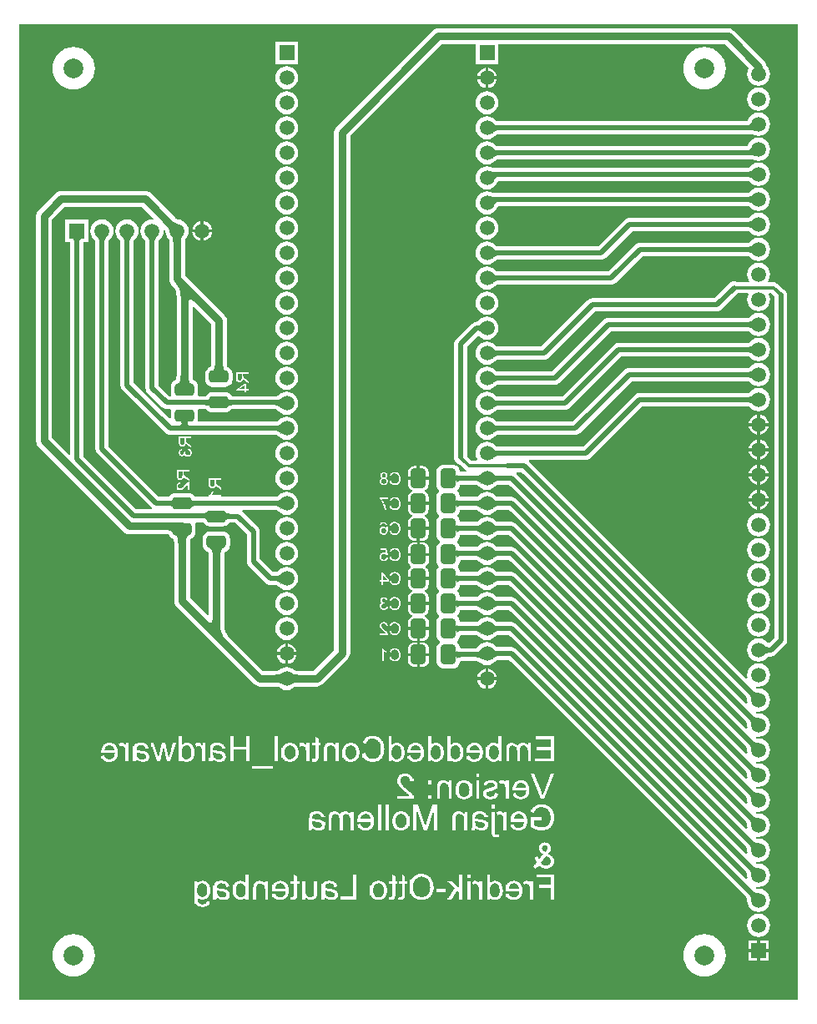
<source format=gbl>
G04*
G04 #@! TF.GenerationSoftware,Altium Limited,Altium Designer,18.1.7 (191)*
G04*
G04 Layer_Physical_Order=2*
G04 Layer_Color=16711680*
%FSLAX25Y25*%
%MOIN*%
G70*
G01*
G75*
G04:AMPARAMS|DCode=10|XSize=78.74mil|YSize=62.99mil|CornerRadius=15.75mil|HoleSize=0mil|Usage=FLASHONLY|Rotation=270.000|XOffset=0mil|YOffset=0mil|HoleType=Round|Shape=RoundedRectangle|*
%AMROUNDEDRECTD10*
21,1,0.07874,0.03150,0,0,270.0*
21,1,0.04724,0.06299,0,0,270.0*
1,1,0.03150,-0.01575,-0.02362*
1,1,0.03150,-0.01575,0.02362*
1,1,0.03150,0.01575,0.02362*
1,1,0.03150,0.01575,-0.02362*
%
%ADD10ROUNDEDRECTD10*%
G04:AMPARAMS|DCode=11|XSize=76.77mil|YSize=49.21mil|CornerRadius=12.3mil|HoleSize=0mil|Usage=FLASHONLY|Rotation=180.000|XOffset=0mil|YOffset=0mil|HoleType=Round|Shape=RoundedRectangle|*
%AMROUNDEDRECTD11*
21,1,0.07677,0.02461,0,0,180.0*
21,1,0.05217,0.04921,0,0,180.0*
1,1,0.02461,-0.02608,0.01230*
1,1,0.02461,0.02608,0.01230*
1,1,0.02461,0.02608,-0.01230*
1,1,0.02461,-0.02608,-0.01230*
%
%ADD11ROUNDEDRECTD11*%
%ADD12C,0.01968*%
%ADD13C,0.03150*%
%ADD14C,0.01181*%
%ADD15C,0.05984*%
%ADD16R,0.05984X0.05984*%
%ADD17R,0.05984X0.05984*%
%ADD18C,0.07874*%
G36*
X421221Y90590D02*
X110275Y90590D01*
Y480276D01*
X421221Y480276D01*
Y90590D01*
D02*
G37*
%LPC*%
G36*
X221567Y473339D02*
X212433D01*
Y464205D01*
X221567D01*
Y473339D01*
D02*
G37*
G36*
X297590Y462705D02*
Y459362D01*
X300933D01*
X300874Y459810D01*
X300473Y460777D01*
X299836Y461608D01*
X299005Y462245D01*
X298038Y462646D01*
X297590Y462705D01*
D02*
G37*
G36*
X296409Y462705D02*
X295962Y462646D01*
X294995Y462245D01*
X294164Y461608D01*
X293527Y460777D01*
X293126Y459810D01*
X293067Y459362D01*
X296409D01*
Y462705D01*
D02*
G37*
G36*
X393394Y478571D02*
X277559D01*
X276737Y478462D01*
X275971Y478145D01*
X275313Y477640D01*
X236927Y439254D01*
X236422Y438596D01*
X236105Y437830D01*
X235997Y437008D01*
Y230253D01*
X227692Y221948D01*
X221381D01*
X221365Y221952D01*
X221083Y221956D01*
X220600Y221991D01*
X220446Y222013D01*
X220314Y222040D01*
X220223Y222064D01*
X220200Y222073D01*
X219303Y222761D01*
X218192Y223221D01*
X217000Y223378D01*
X215808Y223221D01*
X214697Y222761D01*
X213800Y222073D01*
X213777Y222064D01*
X213686Y222040D01*
X213554Y222013D01*
X213400Y221991D01*
X212917Y221956D01*
X212635Y221952D01*
X212619Y221948D01*
X207598D01*
X193960Y235586D01*
X193954Y235596D01*
X193571Y236007D01*
X193269Y236384D01*
X193007Y236771D01*
X192782Y237167D01*
X192593Y237575D01*
X192438Y237998D01*
X192317Y238437D01*
X192229Y238895D01*
X192176Y239376D01*
X192156Y239937D01*
X192153Y239948D01*
Y267762D01*
X192156Y267776D01*
X192171Y268355D01*
X192209Y268809D01*
X192266Y269171D01*
X192334Y269432D01*
X192351Y269476D01*
X192701Y269621D01*
X192736Y269628D01*
X192765Y269648D01*
X192999Y269745D01*
X193585Y270194D01*
X194035Y270780D01*
X194318Y271463D01*
X194414Y272195D01*
Y274656D01*
X194318Y275388D01*
X194035Y276070D01*
X193585Y276656D01*
X192999Y277106D01*
X192317Y277388D01*
X191585Y277485D01*
X186368D01*
X185636Y277388D01*
X184953Y277106D01*
X184368Y276656D01*
X183918Y276070D01*
X183635Y275388D01*
X183539Y274656D01*
Y272195D01*
X183635Y271463D01*
X183918Y270780D01*
X184368Y270194D01*
X184953Y269745D01*
X185188Y269648D01*
X185217Y269628D01*
X185251Y269621D01*
X185602Y269476D01*
X185619Y269432D01*
X185686Y269171D01*
X185744Y268809D01*
X185782Y268355D01*
X185796Y267776D01*
X185800Y267762D01*
Y244400D01*
X185338Y244209D01*
X178374Y251172D01*
Y272951D01*
X178377Y272965D01*
X178391Y273544D01*
X178429Y273998D01*
X178487Y274360D01*
X178554Y274621D01*
X178571Y274665D01*
X178922Y274810D01*
X178956Y274817D01*
X178986Y274837D01*
X179220Y274934D01*
X179806Y275383D01*
X180255Y275969D01*
X180538Y276652D01*
X180634Y277384D01*
Y279844D01*
X180538Y280577D01*
X180431Y280834D01*
X180709Y281250D01*
X183096D01*
X183133Y281241D01*
X183501Y281233D01*
X183768Y281211D01*
X183842Y281200D01*
X183849Y281183D01*
X183855Y281158D01*
X183864Y281147D01*
X183918Y281016D01*
X184368Y280431D01*
X184953Y279981D01*
X185636Y279698D01*
X186368Y279602D01*
X191585D01*
X192317Y279698D01*
X192999Y279981D01*
X193585Y280431D01*
X194035Y281016D01*
X194038Y281025D01*
X194154Y281041D01*
X194437Y281063D01*
X194819Y281072D01*
X194856Y281080D01*
X196569D01*
X201159Y276490D01*
Y265575D01*
X201247Y264907D01*
X201505Y264284D01*
X201915Y263750D01*
X208718Y256946D01*
X209253Y256536D01*
X209875Y256278D01*
X210543Y256190D01*
X212284D01*
X212315Y256183D01*
X212524Y256175D01*
X212661Y256158D01*
X212791Y256130D01*
X212917Y256092D01*
X213043Y256043D01*
X213170Y255979D01*
X213300Y255901D01*
X213434Y255805D01*
X213573Y255689D01*
X213707Y255561D01*
X213743Y255515D01*
X214697Y254783D01*
X215808Y254322D01*
X217000Y254165D01*
X218192Y254322D01*
X219303Y254783D01*
X220257Y255515D01*
X220989Y256469D01*
X221449Y257579D01*
X221606Y258772D01*
X221449Y259964D01*
X220989Y261075D01*
X220257Y262029D01*
X219303Y262761D01*
X218192Y263221D01*
X217000Y263378D01*
X215808Y263221D01*
X214697Y262761D01*
X213743Y262029D01*
X213707Y261982D01*
X213573Y261854D01*
X213434Y261738D01*
X213300Y261643D01*
X213170Y261564D01*
X213043Y261501D01*
X212917Y261451D01*
X212791Y261413D01*
X212661Y261386D01*
X212524Y261369D01*
X212315Y261360D01*
X212284Y261353D01*
X211612D01*
X206321Y266644D01*
Y277559D01*
X206233Y278227D01*
X205976Y278850D01*
X205565Y279384D01*
X199463Y285487D01*
X199197Y285690D01*
X199367Y286191D01*
X212284D01*
X212315Y286183D01*
X212524Y286175D01*
X212661Y286158D01*
X212791Y286130D01*
X212917Y286092D01*
X213043Y286042D01*
X213170Y285979D01*
X213300Y285901D01*
X213434Y285805D01*
X213573Y285689D01*
X213707Y285561D01*
X213743Y285514D01*
X214697Y284783D01*
X215808Y284322D01*
X217000Y284165D01*
X218192Y284322D01*
X219303Y284783D01*
X220257Y285514D01*
X220989Y286469D01*
X221449Y287579D01*
X221606Y288772D01*
X221449Y289964D01*
X220989Y291075D01*
X220257Y292029D01*
X219303Y292761D01*
X218192Y293221D01*
X217000Y293378D01*
X215808Y293221D01*
X214697Y292761D01*
X213743Y292029D01*
X213707Y291982D01*
X213573Y291854D01*
X213434Y291739D01*
X213300Y291642D01*
X213170Y291564D01*
X213043Y291501D01*
X212917Y291451D01*
X212791Y291413D01*
X212661Y291386D01*
X212524Y291369D01*
X212315Y291360D01*
X212284Y291353D01*
X191337D01*
X190945Y291613D01*
X190945Y291853D01*
Y292232D01*
X187001D01*
X187008Y292240D01*
X187037Y292276D01*
X187081Y292320D01*
X187132Y292393D01*
X187198Y292473D01*
X187271Y292575D01*
X187351Y292692D01*
X187431Y292823D01*
Y292830D01*
X187438Y292838D01*
X187468Y292881D01*
X187504Y292954D01*
X187548Y293042D01*
X187599Y293144D01*
X187650Y293253D01*
X187701Y293362D01*
X187745Y293472D01*
X185878D01*
X187147D01*
Y293464D01*
X187132Y293450D01*
X187125Y293421D01*
X187103Y293384D01*
X187081Y293341D01*
X187052Y293290D01*
X186979Y293166D01*
X186899Y293020D01*
X186797Y292874D01*
X186680Y292721D01*
X186556Y292568D01*
X186549Y292561D01*
X186542Y292553D01*
X186520Y292531D01*
X186498Y292502D01*
X186425Y292437D01*
X186338Y292349D01*
X186235Y292262D01*
X186119Y292167D01*
X186002Y292087D01*
X185878Y292014D01*
Y291613D01*
D01*
Y298772D01*
Y291853D01*
X185878Y291613D01*
X185486Y291353D01*
X181077D01*
X181040Y291361D01*
X180665Y291370D01*
X180390Y291391D01*
X180292Y291406D01*
X180255Y291495D01*
X179806Y292081D01*
X179220Y292531D01*
X178537Y292814D01*
X177805Y292910D01*
X172589D01*
X171856Y292814D01*
X171174Y292531D01*
X170588Y292081D01*
X170138Y291495D01*
X170135Y291487D01*
X170019Y291471D01*
X169736Y291449D01*
X169354Y291440D01*
X169317Y291431D01*
X165959D01*
X145809Y311581D01*
Y392921D01*
X145817Y392952D01*
X145825Y393162D01*
X145842Y393299D01*
X145870Y393429D01*
X145908Y393555D01*
X145958Y393681D01*
X146021Y393807D01*
X146099Y393937D01*
X146195Y394072D01*
X146311Y394211D01*
X146439Y394345D01*
X146485Y394381D01*
X147218Y395335D01*
X147678Y396446D01*
X147835Y397638D01*
X147678Y398830D01*
X147218Y399941D01*
X146485Y400895D01*
X145531Y401627D01*
X144421Y402087D01*
X143228Y402244D01*
X142036Y402087D01*
X140925Y401627D01*
X139971Y400895D01*
X139239Y399941D01*
X138779Y398830D01*
X138622Y397638D01*
X138779Y396446D01*
X139239Y395335D01*
X139971Y394381D01*
X140018Y394345D01*
X140146Y394211D01*
X140261Y394072D01*
X140357Y393937D01*
X140436Y393807D01*
X140499Y393681D01*
X140549Y393555D01*
X140587Y393429D01*
X140614Y393299D01*
X140631Y393162D01*
X140640Y392952D01*
X140647Y392921D01*
Y310512D01*
X140735Y309844D01*
X140993Y309221D01*
X141403Y308687D01*
X163065Y287025D01*
X163212Y286912D01*
X163043Y286412D01*
X156947D01*
X135810Y307550D01*
Y392611D01*
X135818Y392647D01*
X135826Y392971D01*
X135835Y393071D01*
X137795D01*
Y402205D01*
X128661D01*
Y393071D01*
X130622D01*
X130631Y392971D01*
X130639Y392647D01*
X130647Y392611D01*
Y308361D01*
X130185Y308170D01*
X123256Y315100D01*
Y402212D01*
X128300Y407256D01*
X159117D01*
X163716Y402658D01*
X163495Y402209D01*
X163228Y402244D01*
X162036Y402087D01*
X160925Y401627D01*
X159971Y400895D01*
X159239Y399941D01*
X158779Y398830D01*
X158622Y397638D01*
X158779Y396446D01*
X159239Y395335D01*
X159971Y394381D01*
X160018Y394345D01*
X160146Y394211D01*
X160261Y394072D01*
X160357Y393937D01*
X160436Y393807D01*
X160499Y393681D01*
X160549Y393555D01*
X160587Y393429D01*
X160615Y393299D01*
X160631Y393162D01*
X160640Y392952D01*
X160647Y392921D01*
Y334803D01*
X160735Y334135D01*
X160993Y333513D01*
X161403Y332978D01*
X167179Y327202D01*
X167713Y326792D01*
X168336Y326534D01*
X169004Y326446D01*
X170587D01*
X170835Y326075D01*
X170837Y325946D01*
X170744Y325238D01*
Y322787D01*
X170724Y322769D01*
X170268Y322555D01*
X155809Y337014D01*
Y392921D01*
X155817Y392952D01*
X155825Y393162D01*
X155842Y393299D01*
X155870Y393429D01*
X155908Y393555D01*
X155957Y393681D01*
X156021Y393807D01*
X156099Y393937D01*
X156195Y394072D01*
X156311Y394211D01*
X156439Y394345D01*
X156485Y394381D01*
X157218Y395335D01*
X157678Y396446D01*
X157835Y397638D01*
X157678Y398830D01*
X157218Y399941D01*
X156485Y400895D01*
X155532Y401627D01*
X154421Y402087D01*
X153228Y402244D01*
X152036Y402087D01*
X150925Y401627D01*
X149971Y400895D01*
X149239Y399941D01*
X148779Y398830D01*
X148622Y397638D01*
X148779Y396446D01*
X149239Y395335D01*
X149971Y394381D01*
X150018Y394345D01*
X150146Y394211D01*
X150261Y394072D01*
X150357Y393937D01*
X150436Y393807D01*
X150499Y393681D01*
X150549Y393555D01*
X150587Y393429D01*
X150615Y393299D01*
X150631Y393162D01*
X150640Y392952D01*
X150647Y392921D01*
Y335945D01*
X150735Y335277D01*
X150993Y334654D01*
X151403Y334120D01*
X168576Y316947D01*
X169111Y316536D01*
X169734Y316279D01*
X170402Y316191D01*
X212284D01*
X212315Y316183D01*
X212524Y316175D01*
X212661Y316158D01*
X212791Y316130D01*
X212917Y316092D01*
X213043Y316042D01*
X213170Y315979D01*
X213300Y315901D01*
X213434Y315805D01*
X213573Y315689D01*
X213707Y315561D01*
X213743Y315514D01*
X214697Y314783D01*
X215808Y314322D01*
X217000Y314165D01*
X218192Y314322D01*
X219303Y314783D01*
X220257Y315514D01*
X220989Y316469D01*
X221449Y317579D01*
X221606Y318772D01*
X221449Y319964D01*
X220989Y321075D01*
X220257Y322029D01*
X219303Y322761D01*
X218192Y323221D01*
X217000Y323378D01*
X215808Y323221D01*
X214697Y322761D01*
X213743Y322029D01*
X213707Y321982D01*
X213573Y321854D01*
X213434Y321739D01*
X213300Y321642D01*
X213170Y321564D01*
X213043Y321501D01*
X212917Y321451D01*
X212791Y321413D01*
X212661Y321386D01*
X212524Y321369D01*
X212315Y321360D01*
X212284Y321353D01*
X181777D01*
X181443Y321853D01*
X181522Y322045D01*
X181619Y322778D01*
Y325238D01*
X181526Y325946D01*
X181527Y326075D01*
X181775Y326446D01*
X184081D01*
X184119Y326438D01*
X184509Y326429D01*
X184802Y326407D01*
X184978Y326382D01*
X185352Y325895D01*
X185938Y325445D01*
X186620Y325163D01*
X187352Y325066D01*
X192569D01*
X193301Y325163D01*
X193984Y325445D01*
X194570Y325895D01*
X194943Y326382D01*
X195119Y326407D01*
X195412Y326429D01*
X195802Y326438D01*
X195840Y326446D01*
X212150D01*
X212157Y326444D01*
X212178Y326446D01*
X212205D01*
X212235Y326439D01*
X212444Y326430D01*
X212572Y326414D01*
X212688Y326388D01*
X212796Y326352D01*
X212900Y326307D01*
X213004Y326250D01*
X213110Y326178D01*
X213220Y326088D01*
X213334Y325978D01*
X213492Y325801D01*
X213566Y325745D01*
X213743Y325515D01*
X214697Y324782D01*
X215808Y324322D01*
X217000Y324165D01*
X218192Y324322D01*
X219303Y324782D01*
X220257Y325515D01*
X220989Y326468D01*
X221449Y327579D01*
X221606Y328772D01*
X221449Y329964D01*
X220989Y331075D01*
X220257Y332029D01*
X219303Y332761D01*
X218192Y333221D01*
X217000Y333378D01*
X215808Y333221D01*
X214697Y332761D01*
X214174Y332360D01*
X214039Y332289D01*
X213836Y332124D01*
X213672Y332007D01*
X213514Y331908D01*
X213361Y331827D01*
X213212Y331761D01*
X213066Y331709D01*
X212922Y331669D01*
X212778Y331641D01*
X212632Y331624D01*
X212421Y331616D01*
X212389Y331609D01*
X195841D01*
X195804Y331617D01*
X195430Y331626D01*
X195157Y331647D01*
X195065Y331661D01*
X195019Y331771D01*
X194570Y332357D01*
X193984Y332807D01*
X193301Y333089D01*
X192569Y333186D01*
X187352D01*
X186620Y333089D01*
X185938Y332807D01*
X185352Y332357D01*
X184902Y331771D01*
X184857Y331661D01*
X184764Y331647D01*
X184491Y331626D01*
X184117Y331617D01*
X184080Y331609D01*
X181694D01*
X181416Y332024D01*
X181522Y332281D01*
X181619Y333014D01*
Y335474D01*
X181522Y336207D01*
X181240Y336889D01*
X180790Y337475D01*
X180204Y337925D01*
X179970Y338022D01*
X179941Y338041D01*
X179906Y338048D01*
X179555Y338193D01*
X179538Y338237D01*
X179471Y338498D01*
X179414Y338860D01*
X179376Y339314D01*
X179361Y339893D01*
X179358Y339907D01*
Y367190D01*
X179820Y367381D01*
X186784Y360417D01*
Y345025D01*
X186781Y345011D01*
X186766Y344432D01*
X186728Y343978D01*
X186670Y343617D01*
X186603Y343355D01*
X186586Y343312D01*
X186236Y343166D01*
X186201Y343159D01*
X186172Y343140D01*
X185938Y343043D01*
X185352Y342593D01*
X184902Y342007D01*
X184619Y341325D01*
X184523Y340593D01*
Y338132D01*
X184619Y337400D01*
X184902Y336717D01*
X185352Y336131D01*
X185938Y335682D01*
X186620Y335399D01*
X187352Y335303D01*
X192569D01*
X193301Y335399D01*
X193984Y335682D01*
X194570Y336131D01*
X195019Y336717D01*
X195302Y337400D01*
X195398Y338132D01*
Y340593D01*
X195302Y341325D01*
X195019Y342007D01*
X194570Y342593D01*
X193984Y343043D01*
X193749Y343140D01*
X193720Y343159D01*
X193686Y343166D01*
X193335Y343312D01*
X193318Y343355D01*
X193251Y343617D01*
X193193Y343978D01*
X193155Y344432D01*
X193141Y345011D01*
X193137Y345025D01*
Y361733D01*
X193029Y362555D01*
X192712Y363321D01*
X192207Y363979D01*
X178427Y377759D01*
X176405Y379781D01*
Y393257D01*
X176409Y393273D01*
X176413Y393555D01*
X176447Y394037D01*
X176469Y394192D01*
X176496Y394324D01*
X176521Y394415D01*
X176529Y394438D01*
X177218Y395335D01*
X177678Y396446D01*
X177835Y397638D01*
X177678Y398830D01*
X177218Y399941D01*
X176486Y400895D01*
X175531Y401627D01*
X174421Y402087D01*
X173300Y402235D01*
X173278Y402245D01*
X173196Y402291D01*
X173083Y402366D01*
X172959Y402460D01*
X172593Y402777D01*
X172391Y402973D01*
X172377Y402982D01*
X162679Y412679D01*
X162022Y413184D01*
X161255Y413502D01*
X160433Y413610D01*
X126984D01*
X126162Y413502D01*
X125396Y413184D01*
X124738Y412679D01*
X117832Y405774D01*
X117328Y405116D01*
X117010Y404350D01*
X116902Y403527D01*
Y313784D01*
X117010Y312962D01*
X117328Y312195D01*
X117832Y311538D01*
X151919Y277451D01*
X152577Y276946D01*
X153343Y276628D01*
X154166Y276520D01*
X168159D01*
X168174Y276517D01*
X168831Y276502D01*
X169356Y276462D01*
X169776Y276402D01*
X169979Y276354D01*
X170138Y275969D01*
X170420Y275603D01*
X170436Y275571D01*
X170461Y275548D01*
X170588Y275383D01*
X171174Y274934D01*
X171408Y274837D01*
X171437Y274817D01*
X171472Y274810D01*
X171823Y274665D01*
X171840Y274621D01*
X171907Y274360D01*
X171964Y273998D01*
X172002Y273544D01*
X172017Y272965D01*
X172020Y272951D01*
Y249857D01*
X172128Y249034D01*
X172446Y248268D01*
X172950Y247610D01*
X186684Y233876D01*
X186691Y233866D01*
X186705Y233856D01*
X204035Y216525D01*
X204693Y216020D01*
X205460Y215703D01*
X206282Y215595D01*
X212619D01*
X212635Y215591D01*
X212917Y215587D01*
X213400Y215552D01*
X213554Y215531D01*
X213686Y215504D01*
X213777Y215479D01*
X213800Y215471D01*
X214697Y214783D01*
X215808Y214322D01*
X217000Y214165D01*
X218192Y214322D01*
X219303Y214783D01*
X220200Y215471D01*
X220223Y215479D01*
X220314Y215504D01*
X220446Y215531D01*
X220600Y215552D01*
X221083Y215587D01*
X221365Y215591D01*
X221381Y215595D01*
X229008D01*
X229830Y215703D01*
X230596Y216020D01*
X231254Y216525D01*
X241420Y226691D01*
X241924Y227349D01*
X242242Y228115D01*
X242350Y228937D01*
Y435692D01*
X278875Y472217D01*
X292433D01*
Y464205D01*
X301567D01*
Y472217D01*
X392079D01*
X401624Y462672D01*
X401523Y462539D01*
X401062Y461428D01*
X400906Y460236D01*
X401062Y459044D01*
X401523Y457933D01*
X402255Y456979D01*
X403209Y456247D01*
X404320Y455787D01*
X405512Y455630D01*
X406704Y455787D01*
X407815Y456247D01*
X408769Y456979D01*
X409501Y457933D01*
X409961Y459044D01*
X410118Y460236D01*
X409961Y461428D01*
X409501Y462539D01*
X408769Y463493D01*
X408648Y463586D01*
X408580Y464099D01*
X408263Y464865D01*
X407758Y465523D01*
X395641Y477640D01*
X394983Y478145D01*
X394217Y478462D01*
X393394Y478571D01*
D02*
G37*
G36*
X296409Y458181D02*
X293067D01*
X293126Y457734D01*
X293527Y456766D01*
X294164Y455936D01*
X294995Y455298D01*
X295962Y454898D01*
X296409Y454839D01*
Y458181D01*
D02*
G37*
G36*
X300933D02*
X297590D01*
Y454839D01*
X298038Y454898D01*
X299005Y455298D01*
X299836Y455936D01*
X300473Y456766D01*
X300874Y457734D01*
X300933Y458181D01*
D02*
G37*
G36*
X217000Y463378D02*
X215808Y463221D01*
X214697Y462761D01*
X213743Y462029D01*
X213011Y461075D01*
X212551Y459964D01*
X212394Y458772D01*
X212551Y457579D01*
X213011Y456468D01*
X213743Y455514D01*
X214697Y454782D01*
X215808Y454322D01*
X217000Y454165D01*
X218192Y454322D01*
X219303Y454782D01*
X220257Y455514D01*
X220989Y456468D01*
X221449Y457579D01*
X221606Y458772D01*
X221449Y459964D01*
X220989Y461075D01*
X220257Y462029D01*
X219303Y462761D01*
X218192Y463221D01*
X217000Y463378D01*
D02*
G37*
G36*
X383858Y471104D02*
X382199Y470940D01*
X380603Y470457D01*
X379133Y469670D01*
X377844Y468613D01*
X376786Y467324D01*
X376000Y465853D01*
X375516Y464258D01*
X375353Y462598D01*
X375516Y460939D01*
X376000Y459343D01*
X376786Y457873D01*
X377844Y456584D01*
X379133Y455526D01*
X380603Y454740D01*
X382199Y454256D01*
X383858Y454093D01*
X385518Y454256D01*
X387113Y454740D01*
X388584Y455526D01*
X389873Y456584D01*
X390930Y457873D01*
X391716Y459343D01*
X392200Y460939D01*
X392364Y462598D01*
X392200Y464258D01*
X391716Y465853D01*
X390930Y467324D01*
X389873Y468613D01*
X388584Y469670D01*
X387113Y470457D01*
X385518Y470940D01*
X383858Y471104D01*
D02*
G37*
G36*
X131890D02*
X130230Y470940D01*
X128635Y470457D01*
X127164Y469670D01*
X125875Y468613D01*
X124818Y467324D01*
X124032Y465853D01*
X123548Y464258D01*
X123384Y462598D01*
X123548Y460939D01*
X124032Y459343D01*
X124818Y457873D01*
X125875Y456584D01*
X127164Y455526D01*
X128635Y454740D01*
X130230Y454256D01*
X131890Y454093D01*
X133549Y454256D01*
X135145Y454740D01*
X136615Y455526D01*
X137904Y456584D01*
X138962Y457873D01*
X139748Y459343D01*
X140232Y460939D01*
X140395Y462598D01*
X140232Y464258D01*
X139748Y465853D01*
X138962Y467324D01*
X137904Y468613D01*
X136615Y469670D01*
X135145Y470457D01*
X133549Y470940D01*
X131890Y471104D01*
D02*
G37*
G36*
X405512Y454843D02*
X404320Y454686D01*
X403209Y454225D01*
X402255Y453493D01*
X401523Y452539D01*
X401062Y451428D01*
X400906Y450236D01*
X401062Y449044D01*
X401523Y447933D01*
X402255Y446979D01*
X403209Y446247D01*
X404320Y445787D01*
X405512Y445630D01*
X406704Y445787D01*
X407815Y446247D01*
X408769Y446979D01*
X409501Y447933D01*
X409961Y449044D01*
X410118Y450236D01*
X409961Y451428D01*
X409501Y452539D01*
X408769Y453493D01*
X407815Y454225D01*
X406704Y454686D01*
X405512Y454843D01*
D02*
G37*
G36*
X297000Y453378D02*
X295808Y453221D01*
X294697Y452761D01*
X293743Y452029D01*
X293011Y451075D01*
X292551Y449964D01*
X292394Y448772D01*
X292551Y447579D01*
X293011Y446468D01*
X293743Y445514D01*
X294697Y444782D01*
X295808Y444322D01*
X297000Y444165D01*
X298192Y444322D01*
X299303Y444782D01*
X300257Y445514D01*
X300989Y446468D01*
X301449Y447579D01*
X301606Y448772D01*
X301449Y449964D01*
X300989Y451075D01*
X300257Y452029D01*
X299303Y452761D01*
X298192Y453221D01*
X297000Y453378D01*
D02*
G37*
G36*
X217000D02*
X215808Y453221D01*
X214697Y452761D01*
X213743Y452029D01*
X213011Y451075D01*
X212551Y449964D01*
X212394Y448772D01*
X212551Y447579D01*
X213011Y446468D01*
X213743Y445514D01*
X214697Y444782D01*
X215808Y444322D01*
X217000Y444165D01*
X218192Y444322D01*
X219303Y444782D01*
X220257Y445514D01*
X220989Y446468D01*
X221449Y447579D01*
X221606Y448772D01*
X221449Y449964D01*
X220989Y451075D01*
X220257Y452029D01*
X219303Y452761D01*
X218192Y453221D01*
X217000Y453378D01*
D02*
G37*
G36*
X405512Y444843D02*
X404320Y444686D01*
X403209Y444225D01*
X402255Y443493D01*
X401523Y442539D01*
X401108Y441539D01*
X401100Y441525D01*
X401091Y441497D01*
X401062Y441428D01*
X401059Y441401D01*
X401057Y441396D01*
X401011Y441384D01*
X400908Y441369D01*
X400694Y441360D01*
X400664Y441353D01*
X301716D01*
X301685Y441360D01*
X301476Y441369D01*
X301339Y441386D01*
X301209Y441413D01*
X301083Y441451D01*
X300957Y441501D01*
X300831Y441564D01*
X300700Y441643D01*
X300566Y441739D01*
X300427Y441854D01*
X300293Y441982D01*
X300257Y442029D01*
X299303Y442761D01*
X298192Y443221D01*
X297000Y443378D01*
X295808Y443221D01*
X294697Y442761D01*
X293743Y442029D01*
X293011Y441075D01*
X292551Y439964D01*
X292394Y438772D01*
X292551Y437579D01*
X293011Y436469D01*
X293743Y435514D01*
X294697Y434783D01*
X295808Y434322D01*
X297000Y434165D01*
X298192Y434322D01*
X299303Y434783D01*
X300257Y435514D01*
X300293Y435561D01*
X300427Y435689D01*
X300566Y435805D01*
X300700Y435901D01*
X300830Y435979D01*
X300957Y436042D01*
X301083Y436092D01*
X301209Y436130D01*
X301339Y436158D01*
X301476Y436175D01*
X301685Y436183D01*
X301716Y436191D01*
X401934D01*
X401975Y436182D01*
X402220Y436178D01*
X402679Y436152D01*
X403101Y436102D01*
X403497Y436029D01*
X403883Y435930D01*
X404074Y435869D01*
X404084Y435868D01*
X404093Y435863D01*
X404148Y435858D01*
X404320Y435787D01*
X405512Y435630D01*
X406704Y435787D01*
X407815Y436247D01*
X408769Y436979D01*
X409501Y437933D01*
X409961Y439044D01*
X410118Y440236D01*
X409961Y441428D01*
X409501Y442539D01*
X408769Y443493D01*
X407815Y444225D01*
X406704Y444686D01*
X405512Y444843D01*
D02*
G37*
G36*
X217000Y443378D02*
X215808Y443221D01*
X214697Y442761D01*
X213743Y442029D01*
X213011Y441075D01*
X212551Y439964D01*
X212394Y438772D01*
X212551Y437579D01*
X213011Y436469D01*
X213743Y435514D01*
X214697Y434783D01*
X215808Y434322D01*
X217000Y434165D01*
X218192Y434322D01*
X219303Y434783D01*
X220257Y435514D01*
X220989Y436469D01*
X221449Y437579D01*
X221606Y438772D01*
X221449Y439964D01*
X220989Y441075D01*
X220257Y442029D01*
X219303Y442761D01*
X218192Y443221D01*
X217000Y443378D01*
D02*
G37*
G36*
X405512Y434843D02*
X404320Y434686D01*
X403209Y434225D01*
X402255Y433493D01*
X401523Y432539D01*
X401108Y431539D01*
X401100Y431525D01*
X401091Y431497D01*
X401062Y431428D01*
X401059Y431401D01*
X401057Y431396D01*
X401011Y431384D01*
X400908Y431369D01*
X400694Y431360D01*
X400664Y431353D01*
X301716D01*
X301685Y431360D01*
X301476Y431369D01*
X301339Y431386D01*
X301209Y431413D01*
X301083Y431451D01*
X300957Y431501D01*
X300831Y431564D01*
X300700Y431642D01*
X300566Y431739D01*
X300427Y431854D01*
X300293Y431982D01*
X300257Y432029D01*
X299303Y432761D01*
X298192Y433221D01*
X297000Y433378D01*
X295808Y433221D01*
X294697Y432761D01*
X293743Y432029D01*
X293011Y431075D01*
X292551Y429964D01*
X292394Y428772D01*
X292551Y427579D01*
X293011Y426469D01*
X293743Y425515D01*
X294697Y424783D01*
X295808Y424322D01*
X297000Y424165D01*
X298192Y424322D01*
X299303Y424783D01*
X300257Y425515D01*
X300293Y425561D01*
X300427Y425689D01*
X300566Y425805D01*
X300700Y425901D01*
X300830Y425979D01*
X300957Y426043D01*
X301083Y426092D01*
X301209Y426130D01*
X301339Y426158D01*
X301476Y426175D01*
X301685Y426183D01*
X301716Y426191D01*
X401934D01*
X401975Y426182D01*
X402220Y426179D01*
X402679Y426152D01*
X403101Y426102D01*
X403497Y426029D01*
X403883Y425930D01*
X404074Y425869D01*
X404084Y425868D01*
X404093Y425864D01*
X404148Y425858D01*
X404320Y425787D01*
X405512Y425630D01*
X406704Y425787D01*
X407815Y426247D01*
X408769Y426979D01*
X409501Y427933D01*
X409961Y429044D01*
X410118Y430236D01*
X409961Y431428D01*
X409501Y432539D01*
X408769Y433493D01*
X407815Y434225D01*
X406704Y434686D01*
X405512Y434843D01*
D02*
G37*
G36*
X217000Y433378D02*
X215808Y433221D01*
X214697Y432761D01*
X213743Y432029D01*
X213011Y431075D01*
X212551Y429964D01*
X212394Y428772D01*
X212551Y427579D01*
X213011Y426469D01*
X213743Y425515D01*
X214697Y424783D01*
X215808Y424322D01*
X217000Y424165D01*
X218192Y424322D01*
X219303Y424783D01*
X220257Y425515D01*
X220989Y426469D01*
X221449Y427579D01*
X221606Y428772D01*
X221449Y429964D01*
X220989Y431075D01*
X220257Y432029D01*
X219303Y432761D01*
X218192Y433221D01*
X217000Y433378D01*
D02*
G37*
G36*
X405512Y424843D02*
X404320Y424686D01*
X403209Y424225D01*
X402255Y423493D01*
X402219Y423447D01*
X402085Y423319D01*
X401946Y423203D01*
X401811Y423107D01*
X401681Y423029D01*
X401554Y422965D01*
X401429Y422916D01*
X401303Y422878D01*
X401173Y422850D01*
X401036Y422833D01*
X400826Y422825D01*
X400795Y422817D01*
X300577D01*
X300537Y422826D01*
X300292Y422829D01*
X299833Y422856D01*
X299411Y422906D01*
X299014Y422979D01*
X298629Y423078D01*
X298438Y423139D01*
X298428Y423140D01*
X298419Y423144D01*
X298364Y423150D01*
X298192Y423221D01*
X297000Y423378D01*
X295808Y423221D01*
X294697Y422761D01*
X293743Y422029D01*
X293011Y421075D01*
X292551Y419964D01*
X292394Y418772D01*
X292551Y417579D01*
X293011Y416468D01*
X293743Y415515D01*
X294697Y414782D01*
X295808Y414322D01*
X297000Y414165D01*
X298192Y414322D01*
X299303Y414782D01*
X300257Y415515D01*
X300989Y416468D01*
X301403Y417469D01*
X301412Y417483D01*
X301421Y417511D01*
X301449Y417579D01*
X301453Y417607D01*
X301455Y417612D01*
X301501Y417624D01*
X301604Y417639D01*
X301818Y417648D01*
X301848Y417655D01*
X400795D01*
X400826Y417648D01*
X401036Y417639D01*
X401173Y417622D01*
X401303Y417595D01*
X401429Y417557D01*
X401554Y417507D01*
X401681Y417444D01*
X401812Y417365D01*
X401946Y417269D01*
X402085Y417154D01*
X402219Y417026D01*
X402255Y416979D01*
X403209Y416247D01*
X404320Y415787D01*
X405512Y415630D01*
X406704Y415787D01*
X407815Y416247D01*
X408769Y416979D01*
X409501Y417933D01*
X409961Y419044D01*
X410118Y420236D01*
X409961Y421428D01*
X409501Y422539D01*
X408769Y423493D01*
X407815Y424225D01*
X406704Y424686D01*
X405512Y424843D01*
D02*
G37*
G36*
X217000Y423378D02*
X215808Y423221D01*
X214697Y422761D01*
X213743Y422029D01*
X213011Y421075D01*
X212551Y419964D01*
X212394Y418772D01*
X212551Y417579D01*
X213011Y416468D01*
X213743Y415515D01*
X214697Y414782D01*
X215808Y414322D01*
X217000Y414165D01*
X218192Y414322D01*
X219303Y414782D01*
X220257Y415515D01*
X220989Y416468D01*
X221449Y417579D01*
X221606Y418772D01*
X221449Y419964D01*
X220989Y421075D01*
X220257Y422029D01*
X219303Y422761D01*
X218192Y423221D01*
X217000Y423378D01*
D02*
G37*
G36*
X405512Y414843D02*
X404320Y414686D01*
X403209Y414225D01*
X402255Y413493D01*
X402219Y413447D01*
X402085Y413319D01*
X401946Y413203D01*
X401811Y413107D01*
X401681Y413029D01*
X401554Y412965D01*
X401429Y412916D01*
X401303Y412878D01*
X401173Y412850D01*
X401036Y412833D01*
X400826Y412825D01*
X400795Y412817D01*
X300577D01*
X300537Y412826D01*
X300292Y412829D01*
X299833Y412856D01*
X299411Y412906D01*
X299014Y412979D01*
X298629Y413078D01*
X298438Y413139D01*
X298428Y413140D01*
X298419Y413144D01*
X298364Y413150D01*
X298192Y413221D01*
X297000Y413378D01*
X295808Y413221D01*
X294697Y412761D01*
X293743Y412029D01*
X293011Y411075D01*
X292551Y409964D01*
X292394Y408772D01*
X292551Y407579D01*
X293011Y406468D01*
X293743Y405514D01*
X294697Y404782D01*
X295808Y404322D01*
X297000Y404165D01*
X298192Y404322D01*
X299303Y404782D01*
X300257Y405514D01*
X300989Y406468D01*
X301403Y407469D01*
X301412Y407483D01*
X301421Y407511D01*
X301449Y407579D01*
X301453Y407607D01*
X301455Y407612D01*
X301501Y407624D01*
X301604Y407639D01*
X301818Y407648D01*
X301848Y407655D01*
X400795D01*
X400826Y407648D01*
X401036Y407639D01*
X401173Y407622D01*
X401303Y407595D01*
X401429Y407557D01*
X401554Y407507D01*
X401681Y407444D01*
X401812Y407365D01*
X401946Y407269D01*
X402085Y407154D01*
X402219Y407026D01*
X402255Y406979D01*
X403209Y406247D01*
X404320Y405787D01*
X405512Y405630D01*
X406704Y405787D01*
X407815Y406247D01*
X408769Y406979D01*
X409501Y407933D01*
X409961Y409044D01*
X410118Y410236D01*
X409961Y411428D01*
X409501Y412539D01*
X408769Y413493D01*
X407815Y414225D01*
X406704Y414686D01*
X405512Y414843D01*
D02*
G37*
G36*
X217000Y413378D02*
X215808Y413221D01*
X214697Y412761D01*
X213743Y412029D01*
X213011Y411075D01*
X212551Y409964D01*
X212394Y408772D01*
X212551Y407579D01*
X213011Y406468D01*
X213743Y405514D01*
X214697Y404782D01*
X215808Y404322D01*
X217000Y404165D01*
X218192Y404322D01*
X219303Y404782D01*
X220257Y405514D01*
X220989Y406468D01*
X221449Y407579D01*
X221606Y408772D01*
X221449Y409964D01*
X220989Y411075D01*
X220257Y412029D01*
X219303Y412761D01*
X218192Y413221D01*
X217000Y413378D01*
D02*
G37*
G36*
X183819Y401571D02*
Y398228D01*
X187161D01*
X187102Y398676D01*
X186702Y399643D01*
X186064Y400474D01*
X185234Y401111D01*
X184266Y401512D01*
X183819Y401571D01*
D02*
G37*
G36*
X182638D02*
X182190Y401512D01*
X181223Y401111D01*
X180392Y400474D01*
X179755Y399643D01*
X179354Y398676D01*
X179295Y398228D01*
X182638D01*
Y401571D01*
D02*
G37*
G36*
X405512Y404843D02*
X404320Y404686D01*
X403209Y404225D01*
X402255Y403493D01*
X402219Y403447D01*
X402085Y403319D01*
X401946Y403203D01*
X401811Y403107D01*
X401681Y403029D01*
X401554Y402965D01*
X401429Y402916D01*
X401303Y402878D01*
X401173Y402850D01*
X401036Y402833D01*
X400826Y402825D01*
X400795Y402817D01*
X353976D01*
X353308Y402729D01*
X352686Y402471D01*
X352151Y402061D01*
X341443Y391353D01*
X301716D01*
X301685Y391360D01*
X301476Y391369D01*
X301339Y391386D01*
X301209Y391413D01*
X301083Y391451D01*
X300957Y391501D01*
X300831Y391564D01*
X300700Y391642D01*
X300566Y391739D01*
X300427Y391854D01*
X300293Y391982D01*
X300257Y392029D01*
X299303Y392761D01*
X298192Y393221D01*
X297000Y393378D01*
X295808Y393221D01*
X294697Y392761D01*
X293743Y392029D01*
X293011Y391075D01*
X292551Y389964D01*
X292394Y388772D01*
X292551Y387579D01*
X293011Y386469D01*
X293743Y385514D01*
X294697Y384783D01*
X295808Y384322D01*
X297000Y384165D01*
X298192Y384322D01*
X299303Y384783D01*
X300257Y385514D01*
X300293Y385561D01*
X300427Y385689D01*
X300566Y385805D01*
X300700Y385901D01*
X300830Y385979D01*
X300957Y386042D01*
X301083Y386092D01*
X301209Y386130D01*
X301339Y386158D01*
X301476Y386175D01*
X301685Y386183D01*
X301716Y386191D01*
X342512D01*
X343180Y386279D01*
X343802Y386536D01*
X344337Y386947D01*
X355046Y397655D01*
X400795D01*
X400826Y397648D01*
X401036Y397639D01*
X401173Y397622D01*
X401303Y397595D01*
X401429Y397557D01*
X401554Y397507D01*
X401681Y397444D01*
X401812Y397365D01*
X401946Y397269D01*
X402085Y397154D01*
X402219Y397026D01*
X402255Y396979D01*
X403209Y396247D01*
X404320Y395787D01*
X405512Y395630D01*
X406704Y395787D01*
X407815Y396247D01*
X408769Y396979D01*
X409501Y397933D01*
X409961Y399044D01*
X410118Y400236D01*
X409961Y401428D01*
X409501Y402539D01*
X408769Y403493D01*
X407815Y404225D01*
X406704Y404686D01*
X405512Y404843D01*
D02*
G37*
G36*
X297000Y403378D02*
X295808Y403221D01*
X294697Y402761D01*
X293743Y402029D01*
X293011Y401075D01*
X292551Y399964D01*
X292394Y398772D01*
X292551Y397579D01*
X293011Y396468D01*
X293743Y395514D01*
X294697Y394782D01*
X295808Y394322D01*
X297000Y394165D01*
X298192Y394322D01*
X299303Y394782D01*
X300257Y395514D01*
X300989Y396468D01*
X301449Y397579D01*
X301606Y398772D01*
X301449Y399964D01*
X300989Y401075D01*
X300257Y402029D01*
X299303Y402761D01*
X298192Y403221D01*
X297000Y403378D01*
D02*
G37*
G36*
X217000D02*
X215808Y403221D01*
X214697Y402761D01*
X213743Y402029D01*
X213011Y401075D01*
X212551Y399964D01*
X212394Y398772D01*
X212551Y397579D01*
X213011Y396468D01*
X213743Y395514D01*
X214697Y394782D01*
X215808Y394322D01*
X217000Y394165D01*
X218192Y394322D01*
X219303Y394782D01*
X220257Y395514D01*
X220989Y396468D01*
X221449Y397579D01*
X221606Y398772D01*
X221449Y399964D01*
X220989Y401075D01*
X220257Y402029D01*
X219303Y402761D01*
X218192Y403221D01*
X217000Y403378D01*
D02*
G37*
G36*
X187161Y397047D02*
X183819D01*
Y393705D01*
X184266Y393764D01*
X185234Y394164D01*
X186064Y394802D01*
X186702Y395633D01*
X187102Y396600D01*
X187161Y397047D01*
D02*
G37*
G36*
X182638D02*
X179295D01*
X179354Y396600D01*
X179755Y395633D01*
X180392Y394802D01*
X181223Y394164D01*
X182190Y393764D01*
X182638Y393705D01*
Y397047D01*
D02*
G37*
G36*
X405512Y394843D02*
X404320Y394686D01*
X403209Y394225D01*
X402255Y393493D01*
X402219Y393447D01*
X402085Y393319D01*
X401946Y393203D01*
X401811Y393107D01*
X401681Y393029D01*
X401554Y392965D01*
X401429Y392916D01*
X401303Y392878D01*
X401173Y392850D01*
X401036Y392833D01*
X400826Y392825D01*
X400795Y392817D01*
X358119D01*
X357451Y392729D01*
X356828Y392472D01*
X356293Y392061D01*
X345585Y381353D01*
X301716D01*
X301685Y381360D01*
X301476Y381369D01*
X301339Y381386D01*
X301209Y381413D01*
X301083Y381451D01*
X300957Y381501D01*
X300831Y381564D01*
X300700Y381643D01*
X300566Y381738D01*
X300427Y381854D01*
X300293Y381982D01*
X300257Y382029D01*
X299303Y382761D01*
X298192Y383221D01*
X297000Y383378D01*
X295808Y383221D01*
X294697Y382761D01*
X293743Y382029D01*
X293011Y381075D01*
X292551Y379964D01*
X292394Y378772D01*
X292551Y377579D01*
X293011Y376468D01*
X293743Y375515D01*
X294697Y374782D01*
X295808Y374322D01*
X297000Y374165D01*
X298192Y374322D01*
X299303Y374782D01*
X300257Y375515D01*
X300293Y375561D01*
X300427Y375689D01*
X300566Y375805D01*
X300700Y375901D01*
X300830Y375979D01*
X300957Y376043D01*
X301083Y376092D01*
X301209Y376130D01*
X301339Y376158D01*
X301476Y376175D01*
X301685Y376183D01*
X301716Y376190D01*
X346654D01*
X347322Y376278D01*
X347944Y376536D01*
X348479Y376946D01*
X359188Y387655D01*
X400795D01*
X400826Y387648D01*
X401036Y387639D01*
X401173Y387622D01*
X401303Y387595D01*
X401429Y387557D01*
X401554Y387507D01*
X401681Y387444D01*
X401812Y387365D01*
X401946Y387269D01*
X402085Y387154D01*
X402219Y387026D01*
X402255Y386979D01*
X403209Y386247D01*
X404320Y385787D01*
X405512Y385630D01*
X406704Y385787D01*
X407815Y386247D01*
X408769Y386979D01*
X409501Y387933D01*
X409961Y389044D01*
X410118Y390236D01*
X409961Y391428D01*
X409501Y392539D01*
X408769Y393493D01*
X407815Y394225D01*
X406704Y394686D01*
X405512Y394843D01*
D02*
G37*
G36*
X217000Y393378D02*
X215808Y393221D01*
X214697Y392761D01*
X213743Y392029D01*
X213011Y391075D01*
X212551Y389964D01*
X212394Y388772D01*
X212551Y387579D01*
X213011Y386469D01*
X213743Y385514D01*
X214697Y384783D01*
X215808Y384322D01*
X217000Y384165D01*
X218192Y384322D01*
X219303Y384783D01*
X220257Y385514D01*
X220989Y386469D01*
X221449Y387579D01*
X221606Y388772D01*
X221449Y389964D01*
X220989Y391075D01*
X220257Y392029D01*
X219303Y392761D01*
X218192Y393221D01*
X217000Y393378D01*
D02*
G37*
G36*
X405512Y384842D02*
X404320Y384686D01*
X403209Y384225D01*
X402255Y383493D01*
X401523Y382539D01*
X401062Y381428D01*
X400906Y380236D01*
X401062Y379044D01*
X401523Y377933D01*
X401735Y377656D01*
X401514Y377208D01*
X397787D01*
X397007Y377222D01*
X396974Y377224D01*
X396960Y377235D01*
X396337Y377493D01*
X395669Y377581D01*
X395001Y377493D01*
X394379Y377235D01*
X393844Y376825D01*
X387710Y370691D01*
X339063D01*
X338395Y370603D01*
X337772Y370346D01*
X337238Y369935D01*
X318655Y351353D01*
X301716D01*
X301685Y351360D01*
X301476Y351369D01*
X301339Y351386D01*
X301209Y351413D01*
X301083Y351451D01*
X300957Y351501D01*
X300831Y351564D01*
X300700Y351642D01*
X300566Y351739D01*
X300427Y351854D01*
X300293Y351982D01*
X300257Y352029D01*
X299303Y352761D01*
X298192Y353221D01*
X297000Y353378D01*
X295808Y353221D01*
X294697Y352761D01*
X293743Y352029D01*
X293011Y351075D01*
X292551Y349964D01*
X292394Y348772D01*
X292551Y347579D01*
X293011Y346468D01*
X293743Y345514D01*
X294697Y344782D01*
X295808Y344322D01*
X297000Y344165D01*
X298192Y344322D01*
X299303Y344782D01*
X300257Y345514D01*
X300293Y345561D01*
X300427Y345689D01*
X300566Y345805D01*
X300700Y345901D01*
X300830Y345979D01*
X300957Y346042D01*
X301083Y346092D01*
X301209Y346130D01*
X301339Y346158D01*
X301476Y346175D01*
X301685Y346183D01*
X301716Y346191D01*
X319724D01*
X320392Y346279D01*
X321015Y346536D01*
X321550Y346947D01*
X340132Y365529D01*
X388779D01*
X389448Y365617D01*
X390070Y365875D01*
X390605Y366285D01*
X397051Y372731D01*
X398241Y372792D01*
X401122D01*
X401420Y372292D01*
X401062Y371428D01*
X400906Y370236D01*
X401062Y369044D01*
X401523Y367933D01*
X402255Y366979D01*
X403209Y366247D01*
X404320Y365787D01*
X405512Y365630D01*
X406704Y365787D01*
X407815Y366247D01*
X408769Y366979D01*
X409501Y367933D01*
X409961Y369044D01*
X410118Y370236D01*
X409961Y371428D01*
X409603Y372292D01*
X409902Y372792D01*
X410503D01*
X411311Y371984D01*
X411789Y371489D01*
Y235321D01*
X409445Y232977D01*
X409342Y233029D01*
X409212Y233107D01*
X409078Y233203D01*
X408939Y233319D01*
X408805Y233447D01*
X408769Y233493D01*
X407815Y234225D01*
X406704Y234686D01*
X405512Y234842D01*
X404320Y234686D01*
X403209Y234225D01*
X402255Y233493D01*
X401523Y232539D01*
X401062Y231428D01*
X400906Y230236D01*
X401062Y229044D01*
X401523Y227933D01*
X402255Y226979D01*
X403209Y226247D01*
X404320Y225787D01*
X405512Y225630D01*
X406704Y225787D01*
X407815Y226247D01*
X408769Y226979D01*
X408805Y227026D01*
X408939Y227154D01*
X409078Y227269D01*
X409212Y227365D01*
X409342Y227444D01*
X409469Y227507D01*
X409594Y227557D01*
X409721Y227595D01*
X409851Y227622D01*
X409987Y227639D01*
X410197Y227648D01*
X410228Y227655D01*
X410354D01*
X411022Y227743D01*
X411645Y228001D01*
X412180Y228411D01*
X416195Y232427D01*
X416605Y232961D01*
X416712Y233219D01*
X416863Y233584D01*
X416951Y234252D01*
Y372047D01*
X416863Y372715D01*
X416605Y373338D01*
X416195Y373872D01*
X415661Y374283D01*
X415144Y374497D01*
X414113Y375427D01*
X412979Y376561D01*
X412262Y377040D01*
X411417Y377208D01*
X409510D01*
X409289Y377656D01*
X409501Y377933D01*
X409961Y379044D01*
X410118Y380236D01*
X409961Y381428D01*
X409501Y382539D01*
X408769Y383493D01*
X407815Y384225D01*
X406704Y384686D01*
X405512Y384842D01*
D02*
G37*
G36*
X217000Y383378D02*
X215808Y383221D01*
X214697Y382761D01*
X213743Y382029D01*
X213011Y381075D01*
X212551Y379964D01*
X212394Y378772D01*
X212551Y377579D01*
X213011Y376468D01*
X213743Y375515D01*
X214697Y374782D01*
X215808Y374322D01*
X217000Y374165D01*
X218192Y374322D01*
X219303Y374782D01*
X220257Y375515D01*
X220989Y376468D01*
X221449Y377579D01*
X221606Y378772D01*
X221449Y379964D01*
X220989Y381075D01*
X220257Y382029D01*
X219303Y382761D01*
X218192Y383221D01*
X217000Y383378D01*
D02*
G37*
G36*
X297000Y373378D02*
X295808Y373221D01*
X294697Y372761D01*
X293743Y372029D01*
X293011Y371075D01*
X292551Y369964D01*
X292394Y368772D01*
X292551Y367579D01*
X293011Y366469D01*
X293743Y365514D01*
X294697Y364783D01*
X295808Y364322D01*
X297000Y364165D01*
X298192Y364322D01*
X299303Y364783D01*
X300257Y365514D01*
X300989Y366469D01*
X301449Y367579D01*
X301606Y368772D01*
X301449Y369964D01*
X300989Y371075D01*
X300257Y372029D01*
X299303Y372761D01*
X298192Y373221D01*
X297000Y373378D01*
D02*
G37*
G36*
X217000D02*
X215808Y373221D01*
X214697Y372761D01*
X213743Y372029D01*
X213011Y371075D01*
X212551Y369964D01*
X212394Y368772D01*
X212551Y367579D01*
X213011Y366469D01*
X213743Y365514D01*
X214697Y364783D01*
X215808Y364322D01*
X217000Y364165D01*
X218192Y364322D01*
X219303Y364783D01*
X220257Y365514D01*
X220989Y366469D01*
X221449Y367579D01*
X221606Y368772D01*
X221449Y369964D01*
X220989Y371075D01*
X220257Y372029D01*
X219303Y372761D01*
X218192Y373221D01*
X217000Y373378D01*
D02*
G37*
G36*
X405512Y364843D02*
X404320Y364686D01*
X403209Y364225D01*
X402255Y363493D01*
X402219Y363447D01*
X402085Y363319D01*
X401946Y363203D01*
X401811Y363107D01*
X401681Y363029D01*
X401554Y362965D01*
X401429Y362916D01*
X401303Y362877D01*
X401173Y362850D01*
X401036Y362833D01*
X400826Y362825D01*
X400795Y362817D01*
X345473D01*
X344804Y362729D01*
X344182Y362472D01*
X343647Y362061D01*
X322939Y341353D01*
X301716D01*
X301685Y341360D01*
X301476Y341369D01*
X301339Y341386D01*
X301209Y341413D01*
X301083Y341451D01*
X300957Y341501D01*
X300831Y341564D01*
X300700Y341642D01*
X300566Y341739D01*
X300427Y341854D01*
X300293Y341982D01*
X300257Y342029D01*
X299303Y342761D01*
X298192Y343221D01*
X297000Y343378D01*
X295808Y343221D01*
X294697Y342761D01*
X293743Y342029D01*
X293011Y341075D01*
X292551Y339964D01*
X292394Y338772D01*
X292551Y337579D01*
X293011Y336469D01*
X293743Y335514D01*
X294697Y334783D01*
X295808Y334322D01*
X297000Y334165D01*
X298192Y334322D01*
X299303Y334783D01*
X300257Y335514D01*
X300293Y335561D01*
X300427Y335689D01*
X300566Y335805D01*
X300700Y335901D01*
X300830Y335979D01*
X300957Y336042D01*
X301083Y336092D01*
X301209Y336130D01*
X301339Y336158D01*
X301476Y336175D01*
X301685Y336183D01*
X301716Y336191D01*
X324008D01*
X324676Y336279D01*
X325299Y336536D01*
X325833Y336947D01*
X346542Y357655D01*
X400795D01*
X400826Y357648D01*
X401036Y357639D01*
X401173Y357622D01*
X401303Y357595D01*
X401429Y357557D01*
X401554Y357507D01*
X401681Y357444D01*
X401812Y357365D01*
X401946Y357269D01*
X402085Y357154D01*
X402219Y357026D01*
X402255Y356979D01*
X403209Y356247D01*
X404320Y355787D01*
X405512Y355630D01*
X406704Y355787D01*
X407815Y356247D01*
X408769Y356979D01*
X409501Y357933D01*
X409961Y359044D01*
X410118Y360236D01*
X409961Y361428D01*
X409501Y362539D01*
X408769Y363493D01*
X407815Y364225D01*
X406704Y364686D01*
X405512Y364843D01*
D02*
G37*
G36*
X297000Y363378D02*
X295808Y363221D01*
X294697Y362761D01*
X293743Y362029D01*
X293246Y361382D01*
X293008Y361365D01*
X292802Y361361D01*
X292659Y361331D01*
X292159Y361265D01*
X291536Y361007D01*
X291002Y360597D01*
X284592Y354187D01*
X284182Y353653D01*
X283924Y353030D01*
X283836Y352362D01*
Y307087D01*
X283924Y306419D01*
X284182Y305796D01*
X284592Y305261D01*
X285127Y304851D01*
X285644Y304637D01*
X286675Y303707D01*
X288171Y302210D01*
X288706Y301853D01*
X288555Y301353D01*
X286792D01*
X286756Y301361D01*
X286429Y301370D01*
X286314Y301380D01*
X286238Y301956D01*
X285921Y302722D01*
X285416Y303380D01*
X284758Y303885D01*
X283992Y304202D01*
X283169Y304311D01*
X280020D01*
X279198Y304202D01*
X278431Y303885D01*
X277773Y303380D01*
X277269Y302722D01*
X276951Y301956D01*
X276843Y301134D01*
Y296410D01*
X276951Y295587D01*
X277269Y294821D01*
X277773Y294163D01*
X277958Y294022D01*
Y293522D01*
X277773Y293380D01*
X277269Y292722D01*
X276951Y291956D01*
X276843Y291134D01*
Y286409D01*
X276951Y285587D01*
X277269Y284821D01*
X277773Y284163D01*
X277958Y284022D01*
Y283522D01*
X277773Y283380D01*
X277269Y282722D01*
X276951Y281956D01*
X276843Y281134D01*
Y276410D01*
X276951Y275587D01*
X277269Y274821D01*
X277773Y274163D01*
X278161Y273866D01*
X278175Y273249D01*
X277804Y272964D01*
X277299Y272306D01*
X276982Y271539D01*
X276874Y270717D01*
Y265993D01*
X276982Y265171D01*
X277299Y264404D01*
X277665Y263927D01*
X277773Y263380D01*
X277269Y262722D01*
X276951Y261956D01*
X276843Y261134D01*
Y256410D01*
X276951Y255587D01*
X277269Y254821D01*
X277773Y254163D01*
X277958Y254022D01*
Y253522D01*
X277773Y253380D01*
X277269Y252722D01*
X276951Y251956D01*
X276843Y251134D01*
Y246410D01*
X276951Y245587D01*
X277269Y244821D01*
X277773Y244163D01*
X277973Y244010D01*
Y243510D01*
X277804Y243380D01*
X277299Y242722D01*
X276982Y241956D01*
X276874Y241134D01*
Y236409D01*
X276982Y235587D01*
X277299Y234821D01*
X277804Y234163D01*
X278192Y233866D01*
Y233253D01*
X277804Y232955D01*
X277299Y232297D01*
X276982Y231531D01*
X276874Y230709D01*
Y225984D01*
X276982Y225162D01*
X277299Y224396D01*
X277804Y223738D01*
X278462Y223233D01*
X279228Y222916D01*
X280050Y222808D01*
X283200D01*
X284022Y222916D01*
X284788Y223233D01*
X285446Y223738D01*
X285951Y224396D01*
X286268Y225162D01*
X286344Y225738D01*
X286460Y225749D01*
X286787Y225757D01*
X286823Y225765D01*
X292475D01*
X292508Y225758D01*
X292719Y225750D01*
X292872Y225733D01*
X293025Y225706D01*
X293181Y225666D01*
X293339Y225613D01*
X293502Y225547D01*
X293670Y225465D01*
X293844Y225367D01*
X294023Y225252D01*
X294241Y225094D01*
X294365Y225038D01*
X294697Y224782D01*
X295808Y224322D01*
X297000Y224165D01*
X298192Y224322D01*
X299303Y224782D01*
X300257Y225515D01*
X300293Y225561D01*
X300427Y225689D01*
X300566Y225805D01*
X300700Y225901D01*
X300830Y225979D01*
X300957Y226043D01*
X301083Y226092D01*
X301209Y226130D01*
X301339Y226158D01*
X301476Y226175D01*
X301685Y226183D01*
X301716Y226190D01*
X305907D01*
X400352Y131746D01*
X400368Y131719D01*
X400511Y131565D01*
X400595Y131456D01*
X400668Y131345D01*
X400730Y131228D01*
X400784Y131105D01*
X400829Y130970D01*
X400865Y130823D01*
X400892Y130660D01*
X400909Y130480D01*
X400913Y130294D01*
X400906Y130236D01*
X401062Y129044D01*
X401523Y127933D01*
X402255Y126979D01*
X403209Y126247D01*
X404320Y125787D01*
X405512Y125630D01*
X406704Y125787D01*
X407815Y126247D01*
X408769Y126979D01*
X409501Y127933D01*
X409961Y129044D01*
X410118Y130236D01*
X409961Y131428D01*
X409501Y132539D01*
X408769Y133493D01*
X407815Y134225D01*
X406704Y134686D01*
X405512Y134843D01*
X405454Y134835D01*
X405268Y134839D01*
X405088Y134856D01*
X404925Y134883D01*
X404778Y134919D01*
X404643Y134964D01*
X404520Y135018D01*
X404403Y135080D01*
X404292Y135153D01*
X404287Y135156D01*
X404277Y135288D01*
X404745Y135731D01*
X405512Y135630D01*
X406704Y135787D01*
X407815Y136247D01*
X408769Y136979D01*
X409501Y137933D01*
X409961Y139044D01*
X410118Y140236D01*
X409961Y141428D01*
X409501Y142539D01*
X408769Y143493D01*
X407815Y144225D01*
X406704Y144686D01*
X405512Y144843D01*
X405454Y144835D01*
X405268Y144839D01*
X405088Y144856D01*
X404925Y144883D01*
X404778Y144919D01*
X404643Y144964D01*
X404520Y145018D01*
X404403Y145080D01*
X404292Y145153D01*
X404287Y145156D01*
X404277Y145288D01*
X404745Y145731D01*
X405512Y145630D01*
X406704Y145787D01*
X407815Y146247D01*
X408769Y146979D01*
X409501Y147933D01*
X409961Y149044D01*
X410118Y150236D01*
X409961Y151428D01*
X409501Y152539D01*
X408769Y153493D01*
X407815Y154225D01*
X406704Y154686D01*
X405512Y154843D01*
X405454Y154835D01*
X405268Y154839D01*
X405088Y154856D01*
X404925Y154883D01*
X404778Y154919D01*
X404643Y154964D01*
X404520Y155018D01*
X404403Y155080D01*
X404292Y155153D01*
X404287Y155156D01*
X404277Y155288D01*
X404745Y155731D01*
X405512Y155630D01*
X406704Y155787D01*
X407815Y156247D01*
X408769Y156979D01*
X409501Y157933D01*
X409961Y159044D01*
X410118Y160236D01*
X409961Y161428D01*
X409501Y162539D01*
X408769Y163493D01*
X407815Y164225D01*
X406704Y164686D01*
X405512Y164843D01*
X405454Y164835D01*
X405268Y164839D01*
X405088Y164856D01*
X404925Y164883D01*
X404778Y164919D01*
X404643Y164964D01*
X404520Y165018D01*
X404403Y165080D01*
X404292Y165153D01*
X404287Y165156D01*
X404277Y165288D01*
X404745Y165731D01*
X405512Y165630D01*
X406704Y165787D01*
X407815Y166247D01*
X408769Y166979D01*
X409501Y167933D01*
X409961Y169044D01*
X410118Y170236D01*
X409961Y171428D01*
X409501Y172539D01*
X408769Y173493D01*
X407815Y174225D01*
X406704Y174686D01*
X405512Y174843D01*
X405454Y174835D01*
X405268Y174839D01*
X405088Y174856D01*
X404925Y174883D01*
X404778Y174919D01*
X404643Y174964D01*
X404520Y175018D01*
X404403Y175080D01*
X404292Y175153D01*
X404287Y175156D01*
X404277Y175288D01*
X404745Y175731D01*
X405512Y175630D01*
X406704Y175787D01*
X407815Y176247D01*
X408769Y176979D01*
X409501Y177933D01*
X409961Y179044D01*
X410118Y180236D01*
X409961Y181428D01*
X409501Y182539D01*
X408769Y183493D01*
X407815Y184225D01*
X406704Y184686D01*
X405512Y184843D01*
X405454Y184835D01*
X405268Y184839D01*
X405088Y184856D01*
X404925Y184883D01*
X404778Y184919D01*
X404643Y184964D01*
X404520Y185018D01*
X404403Y185080D01*
X404292Y185153D01*
X404287Y185156D01*
X404277Y185288D01*
X404745Y185731D01*
X405512Y185630D01*
X406704Y185787D01*
X407815Y186247D01*
X408769Y186979D01*
X409501Y187933D01*
X409961Y189044D01*
X410118Y190236D01*
X409961Y191428D01*
X409501Y192539D01*
X408769Y193493D01*
X407815Y194225D01*
X406704Y194686D01*
X405512Y194843D01*
X405454Y194835D01*
X405268Y194839D01*
X405088Y194856D01*
X404925Y194883D01*
X404778Y194919D01*
X404643Y194964D01*
X404520Y195018D01*
X404403Y195080D01*
X404292Y195153D01*
X404287Y195156D01*
X404277Y195288D01*
X404745Y195731D01*
X405512Y195630D01*
X406704Y195787D01*
X407815Y196247D01*
X408769Y196979D01*
X409501Y197933D01*
X409961Y199044D01*
X410118Y200236D01*
X409961Y201428D01*
X409501Y202539D01*
X408769Y203493D01*
X407815Y204225D01*
X406704Y204686D01*
X405512Y204842D01*
X405454Y204835D01*
X405268Y204839D01*
X405088Y204856D01*
X404925Y204883D01*
X404778Y204919D01*
X404643Y204964D01*
X404520Y205018D01*
X404403Y205080D01*
X404292Y205153D01*
X404287Y205156D01*
X404277Y205288D01*
X404745Y205731D01*
X405512Y205630D01*
X406704Y205787D01*
X407815Y206247D01*
X408769Y206979D01*
X409501Y207933D01*
X409961Y209044D01*
X410118Y210236D01*
X409961Y211428D01*
X409501Y212539D01*
X408769Y213493D01*
X407815Y214225D01*
X406704Y214686D01*
X405512Y214843D01*
X405454Y214835D01*
X405268Y214839D01*
X405088Y214856D01*
X404925Y214883D01*
X404778Y214919D01*
X404643Y214964D01*
X404520Y215018D01*
X404403Y215080D01*
X404292Y215153D01*
X404287Y215156D01*
X404277Y215288D01*
X404745Y215731D01*
X405512Y215630D01*
X406704Y215787D01*
X407815Y216247D01*
X408769Y216979D01*
X409501Y217933D01*
X409961Y219044D01*
X410118Y220236D01*
X409961Y221428D01*
X409501Y222539D01*
X408769Y223493D01*
X407815Y224225D01*
X406704Y224686D01*
X405512Y224843D01*
X404320Y224686D01*
X403209Y224225D01*
X402255Y223493D01*
X401523Y222539D01*
X401062Y221428D01*
X400906Y220236D01*
X401062Y219044D01*
X401063Y219042D01*
X400639Y218759D01*
X313802Y305597D01*
X313679Y305691D01*
X313849Y306190D01*
X336434D01*
X337102Y306278D01*
X337725Y306536D01*
X338260Y306946D01*
X358968Y327655D01*
X400795D01*
X400826Y327648D01*
X401036Y327639D01*
X401173Y327622D01*
X401303Y327595D01*
X401429Y327557D01*
X401554Y327507D01*
X401681Y327444D01*
X401812Y327365D01*
X401946Y327269D01*
X402085Y327154D01*
X402219Y327026D01*
X402255Y326979D01*
X403209Y326247D01*
X404320Y325787D01*
X405512Y325630D01*
X406704Y325787D01*
X407815Y326247D01*
X408769Y326979D01*
X409501Y327933D01*
X409961Y329044D01*
X410118Y330236D01*
X409961Y331428D01*
X409501Y332539D01*
X408769Y333493D01*
X407815Y334225D01*
X406704Y334686D01*
X405512Y334842D01*
X404320Y334686D01*
X403209Y334225D01*
X402255Y333493D01*
X402219Y333447D01*
X402085Y333319D01*
X401946Y333203D01*
X401811Y333107D01*
X401681Y333029D01*
X401554Y332965D01*
X401429Y332916D01*
X401303Y332877D01*
X401173Y332850D01*
X401036Y332833D01*
X400826Y332825D01*
X400795Y332817D01*
X357899D01*
X357231Y332729D01*
X356608Y332471D01*
X356074Y332061D01*
X335365Y311353D01*
X301716D01*
X301685Y311360D01*
X301476Y311369D01*
X301339Y311386D01*
X301209Y311413D01*
X301083Y311451D01*
X300957Y311501D01*
X300831Y311564D01*
X300700Y311643D01*
X300566Y311738D01*
X300427Y311854D01*
X300293Y311982D01*
X300257Y312029D01*
X299303Y312761D01*
X298192Y313221D01*
X297000Y313378D01*
X295808Y313221D01*
X294697Y312761D01*
X293743Y312029D01*
X293011Y311075D01*
X292551Y309964D01*
X292394Y308772D01*
X292551Y307579D01*
X293011Y306469D01*
X293042Y306428D01*
X292821Y305979D01*
X290647D01*
X289476Y307150D01*
X288999Y307645D01*
Y351293D01*
X293252Y355547D01*
X293743Y355515D01*
X294697Y354783D01*
X295808Y354322D01*
X297000Y354165D01*
X298192Y354322D01*
X299303Y354783D01*
X300257Y355515D01*
X300989Y356469D01*
X301449Y357579D01*
X301606Y358772D01*
X301449Y359964D01*
X300989Y361075D01*
X300257Y362029D01*
X299303Y362761D01*
X298192Y363221D01*
X297000Y363378D01*
D02*
G37*
G36*
X217000D02*
X215808Y363221D01*
X214697Y362761D01*
X213743Y362029D01*
X213011Y361075D01*
X212551Y359964D01*
X212394Y358772D01*
X212551Y357579D01*
X213011Y356469D01*
X213743Y355515D01*
X214697Y354783D01*
X215808Y354322D01*
X217000Y354165D01*
X218192Y354322D01*
X219303Y354783D01*
X220257Y355515D01*
X220989Y356469D01*
X221449Y357579D01*
X221606Y358772D01*
X221449Y359964D01*
X220989Y361075D01*
X220257Y362029D01*
X219303Y362761D01*
X218192Y363221D01*
X217000Y363378D01*
D02*
G37*
G36*
X405512Y354842D02*
X404320Y354686D01*
X403209Y354225D01*
X402255Y353493D01*
X402219Y353447D01*
X402085Y353319D01*
X401946Y353203D01*
X401811Y353107D01*
X401681Y353029D01*
X401554Y352965D01*
X401429Y352916D01*
X401303Y352877D01*
X401173Y352850D01*
X401036Y352833D01*
X400826Y352825D01*
X400795Y352817D01*
X349615D01*
X348946Y352729D01*
X348324Y352471D01*
X347790Y352061D01*
X327081Y331353D01*
X301716D01*
X301685Y331360D01*
X301476Y331369D01*
X301339Y331386D01*
X301209Y331413D01*
X301083Y331451D01*
X300957Y331501D01*
X300831Y331564D01*
X300700Y331643D01*
X300566Y331738D01*
X300427Y331854D01*
X300293Y331982D01*
X300257Y332029D01*
X299303Y332761D01*
X298192Y333221D01*
X297000Y333378D01*
X295808Y333221D01*
X294697Y332761D01*
X293743Y332029D01*
X293011Y331075D01*
X292551Y329964D01*
X292394Y328772D01*
X292551Y327579D01*
X293011Y326468D01*
X293743Y325515D01*
X294697Y324782D01*
X295808Y324322D01*
X297000Y324165D01*
X298192Y324322D01*
X299303Y324782D01*
X300257Y325515D01*
X300293Y325561D01*
X300427Y325689D01*
X300566Y325805D01*
X300700Y325901D01*
X300830Y325979D01*
X300957Y326043D01*
X301083Y326092D01*
X301209Y326130D01*
X301339Y326158D01*
X301476Y326175D01*
X301685Y326183D01*
X301716Y326190D01*
X328150D01*
X328818Y326278D01*
X329441Y326536D01*
X329975Y326946D01*
X350684Y347655D01*
X400795D01*
X400826Y347648D01*
X401036Y347639D01*
X401173Y347622D01*
X401303Y347595D01*
X401429Y347557D01*
X401554Y347507D01*
X401681Y347444D01*
X401812Y347365D01*
X401946Y347269D01*
X402085Y347154D01*
X402219Y347026D01*
X402255Y346979D01*
X403209Y346247D01*
X404320Y345787D01*
X405512Y345630D01*
X406704Y345787D01*
X407815Y346247D01*
X408769Y346979D01*
X409501Y347933D01*
X409961Y349044D01*
X410118Y350236D01*
X409961Y351428D01*
X409501Y352539D01*
X408769Y353493D01*
X407815Y354225D01*
X406704Y354686D01*
X405512Y354842D01*
D02*
G37*
G36*
X217000Y353378D02*
X215808Y353221D01*
X214697Y352761D01*
X213743Y352029D01*
X213011Y351075D01*
X212551Y349964D01*
X212394Y348772D01*
X212551Y347579D01*
X213011Y346468D01*
X213743Y345514D01*
X214697Y344782D01*
X215808Y344322D01*
X217000Y344165D01*
X218192Y344322D01*
X219303Y344782D01*
X220257Y345514D01*
X220989Y346468D01*
X221449Y347579D01*
X221606Y348772D01*
X221449Y349964D01*
X220989Y351075D01*
X220257Y352029D01*
X219303Y352761D01*
X218192Y353221D01*
X217000Y353378D01*
D02*
G37*
G36*
X201895Y341229D02*
X196850D01*
D01*
X201895D01*
D02*
G37*
G36*
D02*
X196850D01*
Y336797D01*
D01*
Y338889D01*
X196858Y338830D01*
Y338765D01*
X196865Y338612D01*
X196887Y338452D01*
X196909Y338277D01*
X196945Y338116D01*
X196967Y338036D01*
X196989Y337970D01*
Y337963D01*
X196996Y337956D01*
X197018Y337912D01*
X197047Y337846D01*
X197098Y337766D01*
X197164Y337679D01*
X197251Y337584D01*
X197353Y337496D01*
X197470Y337409D01*
X197477D01*
X197485Y337402D01*
X197528Y337373D01*
X197601Y337343D01*
X197696Y337300D01*
X197805Y337263D01*
X197937Y337227D01*
X198075Y337205D01*
X198228Y337198D01*
X198235D01*
X198250D01*
X198279D01*
X198316Y337205D01*
X198367D01*
X198418Y337212D01*
X198542Y337241D01*
X198688Y337285D01*
X198841Y337343D01*
X198994Y337431D01*
X199067Y337489D01*
X199139Y337547D01*
X199147Y337555D01*
X199154Y337562D01*
X199176Y337584D01*
X199198Y337613D01*
X199227Y337650D01*
X199256Y337693D01*
X199293Y337752D01*
X199336Y337810D01*
X199373Y337883D01*
X199409Y337963D01*
X199453Y338051D01*
X199489Y338145D01*
X199519Y338255D01*
X199555Y338364D01*
X199577Y338488D01*
X199599Y338619D01*
X199606Y338605D01*
X199621Y338575D01*
X199650Y338532D01*
X199679Y338473D01*
X199759Y338342D01*
X199810Y338277D01*
X199854Y338218D01*
X199869Y338204D01*
X199905Y338167D01*
X199963Y338109D01*
X200036Y338036D01*
X200138Y337956D01*
X200248Y337861D01*
X200379Y337766D01*
X200524Y337664D01*
X201895Y336797D01*
Y337628D01*
X200845Y338291D01*
X200838D01*
X200823Y338306D01*
X200802Y338320D01*
X200772Y338342D01*
X200692Y338393D01*
X200590Y338459D01*
X200481Y338539D01*
X200364Y338619D01*
X200255Y338699D01*
X200153Y338772D01*
X200146Y338779D01*
X200116Y338801D01*
X200073Y338838D01*
X200022Y338889D01*
X199912Y338998D01*
X199861Y339056D01*
X199817Y339115D01*
X199810Y339122D01*
X199803Y339137D01*
X199788Y339166D01*
X199766Y339210D01*
X199744Y339253D01*
X199723Y339304D01*
X199686Y339421D01*
Y339428D01*
X199679Y339443D01*
Y339472D01*
X199672Y339509D01*
X199664Y339560D01*
Y339618D01*
X199657Y339698D01*
Y340558D01*
X201895D01*
Y341229D01*
D02*
G37*
G36*
X405512Y344843D02*
X404320Y344686D01*
X403209Y344225D01*
X402255Y343493D01*
X402219Y343447D01*
X402085Y343319D01*
X401946Y343203D01*
X401811Y343107D01*
X401681Y343029D01*
X401554Y342965D01*
X401429Y342916D01*
X401303Y342878D01*
X401173Y342850D01*
X401036Y342833D01*
X400826Y342825D01*
X400795Y342817D01*
X353757D01*
X353089Y342729D01*
X352466Y342472D01*
X351932Y342061D01*
X331223Y321353D01*
X301716D01*
X301685Y321360D01*
X301476Y321369D01*
X301339Y321386D01*
X301209Y321413D01*
X301083Y321451D01*
X300957Y321501D01*
X300831Y321564D01*
X300700Y321642D01*
X300566Y321739D01*
X300427Y321854D01*
X300293Y321982D01*
X300257Y322029D01*
X299303Y322761D01*
X298192Y323221D01*
X297000Y323378D01*
X295808Y323221D01*
X294697Y322761D01*
X293743Y322029D01*
X293011Y321075D01*
X292551Y319964D01*
X292394Y318772D01*
X292551Y317579D01*
X293011Y316469D01*
X293743Y315514D01*
X294697Y314783D01*
X295808Y314322D01*
X297000Y314165D01*
X298192Y314322D01*
X299303Y314783D01*
X300257Y315514D01*
X300293Y315561D01*
X300427Y315689D01*
X300566Y315805D01*
X300700Y315901D01*
X300830Y315979D01*
X300957Y316042D01*
X301083Y316092D01*
X301209Y316130D01*
X301339Y316158D01*
X301476Y316175D01*
X301685Y316183D01*
X301716Y316191D01*
X332292D01*
X332960Y316279D01*
X333583Y316536D01*
X334117Y316947D01*
X354826Y337655D01*
X400795D01*
X400826Y337648D01*
X401036Y337639D01*
X401173Y337622D01*
X401303Y337595D01*
X401429Y337557D01*
X401554Y337507D01*
X401681Y337444D01*
X401812Y337365D01*
X401946Y337269D01*
X402085Y337154D01*
X402219Y337026D01*
X402255Y336979D01*
X403209Y336247D01*
X404320Y335787D01*
X405512Y335630D01*
X406704Y335787D01*
X407815Y336247D01*
X408769Y336979D01*
X409501Y337933D01*
X409961Y339044D01*
X410118Y340236D01*
X409961Y341428D01*
X409501Y342539D01*
X408769Y343493D01*
X407815Y344225D01*
X406704Y344686D01*
X405512Y344843D01*
D02*
G37*
G36*
X217000Y343378D02*
X215808Y343221D01*
X214697Y342761D01*
X213743Y342029D01*
X213011Y341075D01*
X212551Y339964D01*
X212394Y338772D01*
X212551Y337579D01*
X213011Y336469D01*
X213743Y335514D01*
X214697Y334783D01*
X215808Y334322D01*
X217000Y334165D01*
X218192Y334322D01*
X219303Y334783D01*
X220257Y335514D01*
X220989Y336469D01*
X221449Y337579D01*
X221606Y338772D01*
X221449Y339964D01*
X220989Y341075D01*
X220257Y342029D01*
X219303Y342761D01*
X218192Y343221D01*
X217000Y343378D01*
D02*
G37*
G36*
X200685Y336614D02*
X196850D01*
X200116D01*
X196850Y334303D01*
Y333115D01*
D01*
Y333801D01*
X200116D01*
Y333115D01*
X200685D01*
Y333801D01*
X201895D01*
Y334420D01*
X200685D01*
Y336614D01*
D02*
G37*
G36*
X406102Y324169D02*
Y320827D01*
X409445D01*
X409386Y321274D01*
X408985Y322242D01*
X408348Y323072D01*
X407517Y323710D01*
X406550Y324110D01*
X406102Y324169D01*
D02*
G37*
G36*
X404921D02*
X404474Y324110D01*
X403507Y323710D01*
X402676Y323072D01*
X402038Y322242D01*
X401638Y321274D01*
X401579Y320827D01*
X404921D01*
Y324169D01*
D02*
G37*
G36*
Y319646D02*
X401579D01*
X401638Y319198D01*
X402038Y318231D01*
X402676Y317400D01*
X403507Y316763D01*
X404474Y316362D01*
X404921Y316303D01*
Y319646D01*
D02*
G37*
G36*
X409445D02*
X406102D01*
Y316303D01*
X406550Y316362D01*
X407517Y316763D01*
X408348Y317400D01*
X408985Y318231D01*
X409386Y319198D01*
X409445Y319646D01*
D02*
G37*
G36*
X178956Y315498D02*
X173911D01*
Y313158D01*
X173918Y313099D01*
Y313034D01*
X173925Y312881D01*
X173947Y312720D01*
X173969Y312545D01*
X174006Y312385D01*
X174028Y312305D01*
X174049Y312239D01*
Y312232D01*
X174057Y312225D01*
X174079Y312181D01*
X174108Y312115D01*
X174159Y312035D01*
X174224Y311948D01*
X174312Y311853D01*
X174414Y311765D01*
X174531Y311678D01*
X174538D01*
X174545Y311671D01*
X174589Y311641D01*
X174662Y311612D01*
X174757Y311569D01*
X174866Y311532D01*
X174997Y311496D01*
X175136Y311474D01*
X175289Y311467D01*
X175296D01*
X175311D01*
X175340D01*
X175376Y311474D01*
X175427D01*
X175478Y311481D01*
X175602Y311510D01*
X175748Y311554D01*
X175901Y311612D01*
X176054Y311700D01*
X176127Y311758D01*
X176200Y311816D01*
X176207Y311824D01*
X176215Y311831D01*
X176236Y311853D01*
X176258Y311882D01*
X176287Y311918D01*
X176317Y311962D01*
X176353Y312020D01*
X176397Y312079D01*
X176433Y312152D01*
X176470Y312232D01*
X176514Y312319D01*
X176550Y312414D01*
X176579Y312524D01*
X176616Y312633D01*
X176637Y312757D01*
X176659Y312888D01*
X176667Y312874D01*
X176681Y312844D01*
X176710Y312801D01*
X176740Y312742D01*
X176820Y312611D01*
X176871Y312545D01*
X176914Y312487D01*
X176929Y312473D01*
X176965Y312436D01*
X177024Y312378D01*
X177097Y312305D01*
X177199Y312225D01*
X177308Y312130D01*
X177439Y312035D01*
X177585Y311933D01*
X178956Y311066D01*
X173911D01*
X178956D01*
Y315498D01*
D02*
G37*
G36*
X406102Y314169D02*
Y310827D01*
X409445D01*
X409386Y311274D01*
X408985Y312242D01*
X408348Y313072D01*
X407517Y313710D01*
X406550Y314110D01*
X406102Y314169D01*
D02*
G37*
G36*
X404921D02*
X404474Y314110D01*
X403507Y313710D01*
X402676Y313072D01*
X402038Y312242D01*
X401638Y311274D01*
X401579Y310827D01*
X404921D01*
Y314169D01*
D02*
G37*
G36*
X173889Y315498D02*
D01*
Y310665D01*
X177621D01*
X173889D01*
Y315498D01*
D02*
G37*
G36*
X179043Y310665D02*
X177621D01*
X177541Y310045D01*
X177549D01*
X177563Y310038D01*
X177592Y310030D01*
X177629Y310023D01*
X177673Y310016D01*
X177724Y310001D01*
X177833Y309965D01*
X177964Y309914D01*
X178088Y309848D01*
X178205Y309775D01*
X178307Y309688D01*
X178314Y309673D01*
X178343Y309644D01*
X178380Y309586D01*
X178416Y309513D01*
X178460Y309425D01*
X178496Y309316D01*
X178525Y309192D01*
X178533Y309061D01*
Y309017D01*
X178525Y308988D01*
X178518Y308908D01*
X178496Y308806D01*
X178460Y308689D01*
X178409Y308565D01*
X178336Y308441D01*
X178234Y308325D01*
X178219Y308310D01*
X178176Y308274D01*
X178110Y308230D01*
X178023Y308171D01*
X177913Y308113D01*
X177789Y308069D01*
X177643Y308033D01*
X177483Y308018D01*
X177476D01*
X177461D01*
X177439D01*
X177410Y308026D01*
X177330Y308033D01*
X177235Y308055D01*
X177119Y308084D01*
X177002Y308135D01*
X176885Y308208D01*
X176776Y308303D01*
X176761Y308317D01*
X176732Y308354D01*
X176688Y308412D01*
X176637Y308492D01*
X176586Y308594D01*
X176543Y308718D01*
X176514Y308857D01*
X176499Y309010D01*
Y309075D01*
X176506Y309126D01*
X176514Y309192D01*
X176528Y309265D01*
X176543Y309352D01*
X176565Y309447D01*
X176018Y309374D01*
Y309338D01*
X176025Y309309D01*
Y309214D01*
X176010Y309134D01*
X175996Y309039D01*
X175974Y308930D01*
X175938Y308806D01*
X175886Y308689D01*
X175821Y308565D01*
Y308558D01*
X175814Y308551D01*
X175785Y308514D01*
X175733Y308463D01*
X175668Y308405D01*
X175573Y308346D01*
X175464Y308295D01*
X175340Y308259D01*
X175267Y308244D01*
X175187D01*
X175179D01*
X175172D01*
X175128D01*
X175070Y308259D01*
X174990Y308274D01*
X174902Y308303D01*
X174808Y308339D01*
X174713Y308397D01*
X174625Y308478D01*
X174618Y308485D01*
X174589Y308521D01*
X174552Y308572D01*
X174509Y308638D01*
X174472Y308726D01*
X174436Y308827D01*
X174407Y308944D01*
X174399Y309075D01*
Y309134D01*
X174414Y309199D01*
X174428Y309287D01*
X174458Y309382D01*
X174494Y309476D01*
X174552Y309578D01*
X174625Y309673D01*
X174633Y309680D01*
X174669Y309710D01*
X174720Y309753D01*
X174793Y309804D01*
X174888Y309855D01*
X175004Y309906D01*
X175143Y309950D01*
X175303Y309979D01*
X175194Y310599D01*
X175187D01*
X175165Y310592D01*
X175136Y310584D01*
X175092Y310577D01*
X175041Y310562D01*
X174983Y310541D01*
X174844Y310497D01*
X174684Y310424D01*
X174523Y310336D01*
X174370Y310227D01*
X174232Y310089D01*
X174224Y310081D01*
X174217Y310067D01*
X174203Y310045D01*
X174181Y310016D01*
X174152Y309979D01*
X174122Y309928D01*
X174093Y309877D01*
X174057Y309812D01*
X173998Y309666D01*
X173940Y309498D01*
X173904Y309301D01*
X173889Y309199D01*
Y309017D01*
X173896Y308937D01*
X173911Y308842D01*
X173933Y308726D01*
X173969Y308594D01*
X174013Y308463D01*
X174071Y308332D01*
Y308325D01*
X174079Y308317D01*
X174100Y308274D01*
X174144Y308208D01*
X174195Y308135D01*
X174268Y308048D01*
X174348Y307960D01*
X174443Y307873D01*
X174552Y307800D01*
X174567Y307792D01*
X174603Y307770D01*
X174669Y307741D01*
X174749Y307705D01*
X174844Y307668D01*
X174953Y307639D01*
X175077Y307617D01*
X175201Y307610D01*
X175216D01*
X175260D01*
X175318Y307617D01*
X175398Y307632D01*
X175493Y307654D01*
X175595Y307690D01*
X175697Y307734D01*
X175799Y307792D01*
X175814Y307800D01*
X175843Y307821D01*
X175894Y307865D01*
X175952Y307924D01*
X176018Y307997D01*
X176091Y308084D01*
X176156Y308186D01*
X176222Y308310D01*
Y308303D01*
X176229Y308288D01*
X176236Y308266D01*
X176244Y308237D01*
X176273Y308157D01*
X176317Y308055D01*
X176375Y307938D01*
X176448Y307821D01*
X176543Y307712D01*
X176652Y307610D01*
X176667Y307603D01*
X176710Y307574D01*
X176783Y307530D01*
X176878Y307486D01*
X176995Y307442D01*
X177133Y307399D01*
X177294Y307369D01*
X177469Y307362D01*
X173889D01*
Y307362D01*
X179043D01*
D01*
X173889D01*
Y307362D01*
X179043D01*
X177534D01*
X177578Y307369D01*
X177636Y307377D01*
X177702Y307391D01*
X177775Y307406D01*
X177855Y307420D01*
X178030Y307479D01*
X178124Y307523D01*
X178212Y307566D01*
X178307Y307625D01*
X178402Y307690D01*
X178496Y307763D01*
X178584Y307851D01*
X178591Y307858D01*
X178606Y307873D01*
X178628Y307902D01*
X178657Y307938D01*
X178693Y307982D01*
X178730Y308040D01*
X178773Y308106D01*
X178810Y308186D01*
X178853Y308266D01*
X178897Y308361D01*
X178934Y308456D01*
X178970Y308565D01*
X178999Y308682D01*
X179021Y308806D01*
X179036Y308930D01*
X179043Y309068D01*
Y309134D01*
X179036Y309177D01*
X179028Y309236D01*
X179021Y309301D01*
X179007Y309374D01*
X178992Y309454D01*
X178948Y309629D01*
X178875Y309812D01*
X178832Y309906D01*
X178781Y309994D01*
X178715Y310081D01*
X178649Y310169D01*
X178642Y310176D01*
X178628Y310191D01*
X178606Y310213D01*
X178577Y310234D01*
X178540Y310271D01*
X178489Y310307D01*
X178438Y310351D01*
X178372Y310395D01*
X178299Y310439D01*
X178227Y310482D01*
X178052Y310562D01*
X177848Y310628D01*
X177738Y310650D01*
X177621Y310665D01*
X179043D01*
D02*
G37*
G36*
X404921Y309646D02*
X401579D01*
X401638Y309198D01*
X402038Y308231D01*
X402676Y307400D01*
X403507Y306763D01*
X404474Y306362D01*
X404921Y306303D01*
Y309646D01*
D02*
G37*
G36*
X409445D02*
X406102D01*
Y306303D01*
X406550Y306362D01*
X407517Y306763D01*
X408348Y307400D01*
X408985Y308231D01*
X409386Y309198D01*
X409445Y309646D01*
D02*
G37*
G36*
X217000Y313378D02*
X215808Y313221D01*
X214697Y312761D01*
X213743Y312029D01*
X213011Y311075D01*
X212551Y309964D01*
X212394Y308772D01*
X212551Y307579D01*
X213011Y306469D01*
X213743Y305515D01*
X214697Y304783D01*
X215808Y304322D01*
X217000Y304165D01*
X218192Y304322D01*
X219303Y304783D01*
X220257Y305515D01*
X220989Y306469D01*
X221449Y307579D01*
X221606Y308772D01*
X221449Y309964D01*
X220989Y311075D01*
X220257Y312029D01*
X219303Y312761D01*
X218192Y313221D01*
X217000Y313378D01*
D02*
G37*
G36*
X406102Y304169D02*
Y300827D01*
X409445D01*
X409386Y301274D01*
X408985Y302242D01*
X408348Y303072D01*
X407517Y303710D01*
X406550Y304110D01*
X406102Y304169D01*
D02*
G37*
G36*
X404921D02*
X404474Y304110D01*
X403507Y303710D01*
X402676Y303072D01*
X402038Y302242D01*
X401638Y301274D01*
X401579Y300827D01*
X404921D01*
Y304169D01*
D02*
G37*
G36*
X271161Y303715D02*
X270177D01*
Y299362D01*
X273743D01*
Y301134D01*
X273655Y301802D01*
X273397Y302424D01*
X272987Y302959D01*
X272452Y303369D01*
X271830Y303627D01*
X271161Y303715D01*
D02*
G37*
G36*
X268996D02*
X268012D01*
X267344Y303627D01*
X266721Y303369D01*
X266187Y302959D01*
X265776Y302424D01*
X265519Y301802D01*
X265431Y301134D01*
Y299362D01*
X268996D01*
Y303715D01*
D02*
G37*
G36*
X178150Y302165D02*
D01*
X173105D01*
Y299825D01*
X173112Y299767D01*
Y299701D01*
X173119Y299548D01*
X173141Y299388D01*
X173163Y299213D01*
X173200Y299053D01*
X173222Y298972D01*
X173243Y298907D01*
Y298899D01*
X173251Y298892D01*
X173273Y298848D01*
X173302Y298783D01*
X173353Y298703D01*
X173418Y298615D01*
X173506Y298520D01*
X173608Y298433D01*
X173725Y298345D01*
X173732D01*
X173739Y298338D01*
X173783Y298309D01*
X173856Y298280D01*
X173951Y298236D01*
X174060Y298200D01*
X174191Y298163D01*
X174330Y298141D01*
X174483Y298134D01*
X174490D01*
X174505D01*
X174534D01*
X174570Y298141D01*
X174621D01*
X174672Y298149D01*
X174796Y298178D01*
X174942Y298221D01*
X175095Y298280D01*
X175248Y298367D01*
X175321Y298426D01*
X175394Y298484D01*
X175401Y298491D01*
X175409Y298499D01*
X175430Y298520D01*
X175452Y298550D01*
X175481Y298586D01*
X175511Y298630D01*
X175547Y298688D01*
X175591Y298746D01*
X175627Y298819D01*
X175664Y298899D01*
X175707Y298987D01*
X175744Y299082D01*
X175773Y299191D01*
X175810Y299300D01*
X175831Y299424D01*
X175853Y299555D01*
X175861Y299541D01*
X175875Y299512D01*
X175904Y299468D01*
X175933Y299410D01*
X176014Y299278D01*
X176065Y299213D01*
X176108Y299155D01*
X176123Y299140D01*
X176159Y299103D01*
X176218Y299045D01*
X176291Y298972D01*
X176393Y298892D01*
X176502Y298797D01*
X176633Y298703D01*
X176779Y298601D01*
X178150Y297733D01*
Y298564D01*
X177100Y299227D01*
X177093D01*
X177078Y299242D01*
X177056Y299257D01*
X177027Y299278D01*
X176947Y299329D01*
X176845Y299395D01*
X176735Y299475D01*
X176619Y299555D01*
X176509Y299636D01*
X176407Y299709D01*
X176400Y299716D01*
X176371Y299738D01*
X176327Y299774D01*
X176276Y299825D01*
X176167Y299935D01*
X176116Y299993D01*
X176072Y300051D01*
X176065Y300059D01*
X176057Y300073D01*
X176043Y300102D01*
X176021Y300146D01*
X175999Y300190D01*
X175977Y300241D01*
X175941Y300357D01*
Y300365D01*
X175933Y300379D01*
Y300409D01*
X175926Y300445D01*
X175919Y300496D01*
Y300554D01*
X175912Y300635D01*
Y301495D01*
X178150D01*
Y302165D01*
D02*
G37*
G36*
X260123Y301332D02*
X260051D01*
X259999Y301325D01*
X259934Y301318D01*
X259854Y301310D01*
X259773Y301303D01*
X259679Y301281D01*
X259482Y301237D01*
X259263Y301172D01*
X259154Y301128D01*
X259052Y301077D01*
X258950Y301011D01*
X258848Y300946D01*
X258840Y300939D01*
X258826Y300931D01*
X258797Y300909D01*
X258760Y300873D01*
X258724Y300836D01*
X258673Y300785D01*
X258622Y300727D01*
X258563Y300669D01*
X258505Y300596D01*
X258447Y300508D01*
X258381Y300421D01*
X258323Y300326D01*
X258272Y300217D01*
X258213Y300107D01*
X258170Y299991D01*
X258126Y299860D01*
X258782Y299707D01*
Y299714D01*
X258789Y299728D01*
X258804Y299758D01*
X258819Y299794D01*
X258833Y299838D01*
X258855Y299896D01*
X258913Y300013D01*
X258986Y300144D01*
X259074Y300275D01*
X259183Y300399D01*
X259300Y300508D01*
X259314Y300523D01*
X259358Y300552D01*
X259431Y300589D01*
X259526Y300640D01*
X259650Y300683D01*
X259788Y300727D01*
X259956Y300756D01*
X260138Y300764D01*
X260196D01*
X260233Y300756D01*
X260284D01*
X260342Y300749D01*
X260481Y300727D01*
X260634Y300698D01*
X260794Y300647D01*
X260962Y300574D01*
X261115Y300479D01*
X261122D01*
X261129Y300465D01*
X261180Y300428D01*
X261246Y300370D01*
X261326Y300282D01*
X261421Y300173D01*
X261509Y300049D01*
X261589Y299896D01*
X261662Y299728D01*
Y299721D01*
X261669Y299707D01*
X261676Y299685D01*
X261684Y299648D01*
X261698Y299604D01*
X261713Y299553D01*
X261735Y299429D01*
X261764Y299284D01*
X261793Y299123D01*
X261807Y298948D01*
X261815Y298759D01*
Y298751D01*
Y298730D01*
Y298693D01*
Y298649D01*
X261807Y298598D01*
Y298533D01*
X261800Y298460D01*
X261793Y298380D01*
X261771Y298205D01*
X261735Y298015D01*
X261691Y297826D01*
X261632Y297636D01*
Y297629D01*
X261625Y297614D01*
X261611Y297592D01*
X261596Y297556D01*
X261552Y297468D01*
X261487Y297366D01*
X261406Y297250D01*
X261304Y297126D01*
X261188Y297017D01*
X261049Y296914D01*
X261042D01*
X261027Y296907D01*
X261005Y296892D01*
X260976Y296878D01*
X260940Y296863D01*
X260896Y296842D01*
X260794Y296798D01*
X260663Y296754D01*
X260517Y296718D01*
X260357Y296688D01*
X260189Y296681D01*
X260138D01*
X260094Y296688D01*
X260043D01*
X259992Y296696D01*
X259861Y296725D01*
X259708Y296761D01*
X259555Y296820D01*
X259395Y296900D01*
X259314Y296944D01*
X259241Y297002D01*
X259234Y297009D01*
X259227Y297017D01*
X259205Y297038D01*
X259176Y297060D01*
X259147Y297097D01*
X259110Y297140D01*
X259066Y297184D01*
X259030Y297242D01*
X258986Y297308D01*
X258935Y297381D01*
X258891Y297454D01*
X258848Y297541D01*
X258811Y297636D01*
X258775Y297738D01*
X258738Y297848D01*
X258709Y297964D01*
X258038Y297797D01*
Y297789D01*
X258046Y297760D01*
X258060Y297716D01*
X258082Y297658D01*
X258104Y297592D01*
X258133Y297512D01*
X258170Y297425D01*
X258213Y297330D01*
X258315Y297126D01*
X258447Y296922D01*
X258527Y296820D01*
X258607Y296718D01*
X258695Y296630D01*
X258797Y296543D01*
X258804Y296535D01*
X258819Y296521D01*
X258855Y296506D01*
X258891Y296477D01*
X258950Y296441D01*
X259008Y296404D01*
X259088Y296368D01*
X259169Y296331D01*
X259263Y296287D01*
X259365Y296251D01*
X259475Y296215D01*
X259591Y296178D01*
X259715Y296149D01*
X259846Y296134D01*
X259985Y296120D01*
X260131Y296112D01*
X260211D01*
X260269Y296120D01*
X260335D01*
X260415Y296127D01*
X260503Y296142D01*
X260605Y296156D01*
X260816Y296193D01*
X261035Y296251D01*
X261253Y296331D01*
X261355Y296382D01*
X261457Y296441D01*
X261465Y296448D01*
X261479Y296455D01*
X261509Y296477D01*
X261538Y296506D01*
X261581Y296535D01*
X261632Y296579D01*
X261691Y296630D01*
X261749Y296688D01*
X261807Y296754D01*
X261873Y296820D01*
X262004Y296987D01*
X262128Y297184D01*
X262238Y297403D01*
Y297410D01*
X262252Y297432D01*
X262259Y297468D01*
X262281Y297512D01*
X262296Y297570D01*
X262318Y297643D01*
X262347Y297724D01*
X262369Y297811D01*
X262391Y297906D01*
X262420Y298015D01*
X262456Y298241D01*
X262485Y298496D01*
X262500Y298759D01*
Y298839D01*
X262493Y298890D01*
Y298963D01*
X262485Y299036D01*
X262478Y299131D01*
X262463Y299225D01*
X262427Y299437D01*
X262376Y299670D01*
X262303Y299903D01*
X262201Y300129D01*
X262194Y300137D01*
X262187Y300159D01*
X262172Y300188D01*
X262143Y300224D01*
X262114Y300275D01*
X262077Y300333D01*
X261982Y300465D01*
X261859Y300610D01*
X261713Y300756D01*
X261545Y300902D01*
X261348Y301026D01*
X261341Y301033D01*
X261319Y301041D01*
X261290Y301055D01*
X261253Y301077D01*
X261195Y301099D01*
X261137Y301121D01*
X261064Y301150D01*
X260984Y301179D01*
X260896Y301208D01*
X260801Y301237D01*
X260597Y301281D01*
X260364Y301318D01*
X260123Y301332D01*
D02*
G37*
G36*
X173083Y297427D02*
D01*
Y296625D01*
D01*
Y297427D01*
D01*
D02*
G37*
G36*
X404921Y299646D02*
X401579D01*
X401638Y299198D01*
X402038Y298231D01*
X402676Y297400D01*
X403507Y296763D01*
X404474Y296362D01*
X404921Y296303D01*
Y299646D01*
D02*
G37*
G36*
X409445D02*
X406102D01*
Y296303D01*
X406550Y296362D01*
X407517Y296763D01*
X408348Y297400D01*
X408985Y298231D01*
X409386Y299198D01*
X409445Y299646D01*
D02*
G37*
G36*
X173083Y296623D02*
Y296178D01*
D01*
Y296623D01*
D02*
G37*
G36*
X255830Y301267D02*
X255764D01*
X255720Y301259D01*
X255662Y301252D01*
X255596Y301245D01*
X255523Y301237D01*
X255451Y301216D01*
X255276Y301172D01*
X255101Y301106D01*
X255013Y301062D01*
X254926Y301011D01*
X254845Y300946D01*
X254765Y300880D01*
X254758Y300873D01*
X254751Y300866D01*
X254729Y300844D01*
X254700Y300815D01*
X254671Y300771D01*
X254634Y300727D01*
X254561Y300618D01*
X254488Y300479D01*
X254423Y300319D01*
X254372Y300137D01*
X254364Y300042D01*
X254357Y299940D01*
Y299933D01*
Y299925D01*
Y299881D01*
X254364Y299816D01*
X254379Y299736D01*
X254401Y299634D01*
X254437Y299532D01*
X254481Y299429D01*
X254547Y299327D01*
X254554Y299313D01*
X254583Y299284D01*
X254627Y299240D01*
X254685Y299182D01*
X254765Y299116D01*
X254860Y299050D01*
X254969Y298985D01*
X255101Y298926D01*
X255093D01*
X255079Y298919D01*
X255057Y298912D01*
X255028Y298897D01*
X254940Y298861D01*
X254838Y298810D01*
X254729Y298737D01*
X254612Y298657D01*
X254503Y298555D01*
X254401Y298438D01*
Y298431D01*
X254394Y298424D01*
X254364Y298380D01*
X254321Y298307D01*
X254277Y298212D01*
X254233Y298095D01*
X254189Y297957D01*
X254160Y297804D01*
X254153Y297636D01*
Y297570D01*
X254160Y297527D01*
X254168Y297476D01*
X254175Y297410D01*
X254189Y297337D01*
X254211Y297257D01*
X254262Y297089D01*
X254299Y296995D01*
X254350Y296907D01*
X254401Y296812D01*
X254459Y296725D01*
X254532Y296637D01*
X254612Y296550D01*
X254620Y296543D01*
X254634Y296528D01*
X254656Y296506D01*
X254692Y296484D01*
X254743Y296448D01*
X254795Y296411D01*
X254860Y296375D01*
X254933Y296331D01*
X255013Y296287D01*
X255108Y296251D01*
X255210Y296215D01*
X255312Y296178D01*
X255429Y296156D01*
X255553Y296134D01*
X255677Y296120D01*
X255815Y296112D01*
X255888D01*
X255939Y296120D01*
X256005Y296127D01*
X256078Y296134D01*
X256158Y296149D01*
X256245Y296171D01*
X256442Y296222D01*
X256544Y296258D01*
X256639Y296295D01*
X256741Y296346D01*
X256843Y296404D01*
X256938Y296470D01*
X257025Y296550D01*
X257032Y296557D01*
X257047Y296572D01*
X257069Y296594D01*
X257098Y296630D01*
X257127Y296674D01*
X257171Y296725D01*
X257207Y296783D01*
X257251Y296856D01*
X257295Y296929D01*
X257331Y297017D01*
X257404Y297199D01*
X257433Y297308D01*
X257455Y297417D01*
X257470Y297534D01*
X257477Y297651D01*
Y297702D01*
X257470Y297731D01*
Y297775D01*
X257463Y297826D01*
X257448Y297942D01*
X257419Y298074D01*
X257375Y298205D01*
X257310Y298343D01*
X257229Y298475D01*
Y298482D01*
X257215Y298489D01*
X257186Y298526D01*
X257127Y298584D01*
X257047Y298657D01*
X256945Y298730D01*
X256821Y298810D01*
X256683Y298875D01*
X256515Y298926D01*
X256522D01*
X256529Y298934D01*
X256551Y298941D01*
X256580Y298956D01*
X256646Y298985D01*
X256734Y299028D01*
X256828Y299087D01*
X256923Y299160D01*
X257011Y299240D01*
X257091Y299327D01*
X257098Y299342D01*
X257120Y299371D01*
X257149Y299429D01*
X257178Y299502D01*
X257215Y299597D01*
X257244Y299707D01*
X257266Y299830D01*
X257273Y299962D01*
Y299969D01*
Y299984D01*
Y300013D01*
X257266Y300056D01*
X257259Y300100D01*
X257251Y300159D01*
X257222Y300282D01*
X257178Y300428D01*
X257105Y300581D01*
X257062Y300661D01*
X257011Y300742D01*
X256945Y300815D01*
X256879Y300887D01*
X256872Y300895D01*
X256857Y300902D01*
X256836Y300924D01*
X256806Y300946D01*
X256770Y300975D01*
X256719Y301004D01*
X256661Y301041D01*
X256602Y301077D01*
X256529Y301114D01*
X256449Y301150D01*
X256362Y301179D01*
X256267Y301208D01*
X256063Y301252D01*
X255946Y301259D01*
X255830Y301267D01*
D02*
G37*
G36*
X178150Y297427D02*
X178069D01*
X178011Y297420D01*
X177945Y297412D01*
X177873Y297398D01*
X177800Y297383D01*
X177719Y297354D01*
X177712D01*
X177705Y297347D01*
X177661Y297332D01*
X177596Y297303D01*
X177508Y297259D01*
X177406Y297201D01*
X177289Y297128D01*
X177173Y297048D01*
X177049Y296946D01*
X177041D01*
X177034Y296931D01*
X176990Y296895D01*
X176925Y296829D01*
X176830Y296734D01*
X176721Y296625D01*
X176590Y296486D01*
X176444Y296319D01*
X176291Y296136D01*
X176283Y296129D01*
X176261Y296100D01*
X176225Y296056D01*
X176181Y296005D01*
X176123Y295940D01*
X176057Y295860D01*
X175985Y295779D01*
X175904Y295685D01*
X175729Y295502D01*
X175554Y295320D01*
X175467Y295233D01*
X175379Y295152D01*
X175299Y295079D01*
X175219Y295021D01*
X175212D01*
X175204Y295007D01*
X175183Y294992D01*
X175153Y294977D01*
X175073Y294926D01*
X174978Y294868D01*
X174862Y294817D01*
X174738Y294766D01*
X174599Y294737D01*
X174468Y294722D01*
X174461D01*
X174454D01*
X174410Y294730D01*
X174337Y294737D01*
X174257Y294759D01*
X174155Y294788D01*
X174053Y294839D01*
X173951Y294904D01*
X173848Y294992D01*
X173834Y295007D01*
X173805Y295043D01*
X173768Y295094D01*
X173717Y295174D01*
X173674Y295276D01*
X173630Y295393D01*
X173601Y295531D01*
X173593Y295685D01*
Y295728D01*
X173601Y295757D01*
X173608Y295845D01*
X173630Y295947D01*
X173659Y296056D01*
X173710Y296180D01*
X173776Y296297D01*
X173863Y296406D01*
X173878Y296421D01*
X173914Y296450D01*
X173972Y296494D01*
X174060Y296537D01*
X174162Y296588D01*
X174293Y296632D01*
X174439Y296661D01*
X174607Y296676D01*
X174541Y297310D01*
X174534D01*
X174512Y297303D01*
X174476D01*
X174424Y297296D01*
X174366Y297281D01*
X174301Y297267D01*
X174220Y297245D01*
X174140Y297223D01*
X173965Y297164D01*
X173790Y297077D01*
X173703Y297026D01*
X173615Y296960D01*
X173535Y296895D01*
X173462Y296822D01*
X173455Y296814D01*
X173448Y296800D01*
X173426Y296778D01*
X173404Y296742D01*
X173375Y296698D01*
X173345Y296647D01*
X173309Y296588D01*
X173273Y296516D01*
X173236Y296435D01*
X173200Y296348D01*
X173170Y296253D01*
X173141Y296151D01*
X173119Y296042D01*
X173098Y295925D01*
X173090Y295801D01*
X173083Y295670D01*
Y296176D01*
Y294081D01*
D01*
Y295597D01*
X173090Y295546D01*
X173098Y295488D01*
X173105Y295415D01*
X173119Y295335D01*
X173134Y295254D01*
X173185Y295065D01*
X173258Y294875D01*
X173302Y294781D01*
X173353Y294686D01*
X173418Y294598D01*
X173491Y294518D01*
X173499Y294511D01*
X173506Y294496D01*
X173535Y294482D01*
X173564Y294453D01*
X173601Y294416D01*
X173652Y294380D01*
X173703Y294343D01*
X173768Y294299D01*
X173907Y294227D01*
X174082Y294154D01*
X174169Y294125D01*
X174271Y294110D01*
X174373Y294095D01*
X174483Y294088D01*
X174497D01*
X174534D01*
X174592Y294095D01*
X174672Y294103D01*
X174760Y294117D01*
X174862Y294146D01*
X174971Y294176D01*
X175081Y294219D01*
X175095Y294227D01*
X175131Y294241D01*
X175190Y294270D01*
X175270Y294314D01*
X175357Y294372D01*
X175467Y294445D01*
X175576Y294533D01*
X175700Y294635D01*
X175715Y294649D01*
X175759Y294686D01*
X175795Y294722D01*
X175831Y294759D01*
X175875Y294802D01*
X175933Y294861D01*
X175992Y294919D01*
X176057Y294992D01*
X176130Y295065D01*
X176210Y295152D01*
X176291Y295247D01*
X176385Y295349D01*
X176480Y295466D01*
X176582Y295583D01*
X176590Y295590D01*
X176604Y295604D01*
X176626Y295634D01*
X176655Y295670D01*
X176699Y295714D01*
X176743Y295765D01*
X176837Y295881D01*
X176947Y296005D01*
X177056Y296122D01*
X177151Y296224D01*
X177187Y296268D01*
X177224Y296304D01*
X177231Y296311D01*
X177253Y296333D01*
X177282Y296362D01*
X177326Y296399D01*
X177377Y296435D01*
X177428Y296479D01*
X177552Y296567D01*
Y294081D01*
X178150D01*
D01*
Y297427D01*
D02*
G37*
G36*
X190945Y298772D02*
X185900D01*
Y296432D01*
X185907Y296373D01*
Y296308D01*
X185915Y296155D01*
X185937Y295994D01*
X185959Y295819D01*
X185995Y295659D01*
X186017Y295579D01*
X186039Y295513D01*
Y295506D01*
X186046Y295498D01*
X186068Y295455D01*
X186097Y295389D01*
X186148Y295309D01*
X186214Y295221D01*
X186301Y295127D01*
X186403Y295039D01*
X186520Y294952D01*
X186527D01*
X186534Y294944D01*
X186578Y294915D01*
X186651Y294886D01*
X186746Y294842D01*
X186855Y294806D01*
X186986Y294770D01*
X187125Y294748D01*
X187278Y294740D01*
X187285D01*
X187300D01*
X187329D01*
X187365Y294748D01*
X187417D01*
X187468Y294755D01*
X187592Y294784D01*
X187737Y294828D01*
X187890Y294886D01*
X188043Y294974D01*
X188116Y295032D01*
X188189Y295090D01*
X188197Y295097D01*
X188204Y295105D01*
X188226Y295127D01*
X188248Y295156D01*
X188277Y295192D01*
X188306Y295236D01*
X188342Y295294D01*
X188386Y295353D01*
X188423Y295426D01*
X188459Y295506D01*
X188503Y295593D01*
X188539Y295688D01*
X188568Y295797D01*
X188605Y295907D01*
X188627Y296031D01*
X188648Y296162D01*
X188656Y296147D01*
X188670Y296118D01*
X188700Y296074D01*
X188729Y296016D01*
X188809Y295885D01*
X188860Y295819D01*
X188904Y295761D01*
X188918Y295746D01*
X188955Y295710D01*
X189013Y295652D01*
X189086Y295579D01*
X189188Y295498D01*
X189297Y295404D01*
X189429Y295309D01*
X189574Y295207D01*
X190945Y294339D01*
Y295170D01*
X189895Y295834D01*
X189888D01*
X189873Y295848D01*
X189851Y295863D01*
X189822Y295885D01*
X189742Y295936D01*
X189640Y296002D01*
X189531Y296082D01*
X189414Y296162D01*
X189305Y296242D01*
X189203Y296315D01*
X189195Y296322D01*
X189166Y296344D01*
X189122Y296380D01*
X189071Y296432D01*
X188962Y296541D01*
X188911Y296599D01*
X188867Y296658D01*
X188860Y296665D01*
X188853Y296679D01*
X188838Y296709D01*
X188816Y296752D01*
X188794Y296796D01*
X188772Y296847D01*
X188736Y296964D01*
Y296971D01*
X188729Y296986D01*
Y297015D01*
X188721Y297051D01*
X188714Y297102D01*
Y297161D01*
X188707Y297241D01*
Y298101D01*
X190945D01*
Y298772D01*
D01*
D02*
G37*
G36*
X217000Y303378D02*
X215808Y303221D01*
X214697Y302761D01*
X213743Y302029D01*
X213011Y301075D01*
X212551Y299964D01*
X212394Y298772D01*
X212551Y297579D01*
X213011Y296468D01*
X213743Y295514D01*
X214697Y294782D01*
X215808Y294322D01*
X217000Y294165D01*
X218192Y294322D01*
X219303Y294782D01*
X220257Y295514D01*
X220989Y296468D01*
X221449Y297579D01*
X221606Y298772D01*
X221449Y299964D01*
X220989Y301075D01*
X220257Y302029D01*
X219303Y302761D01*
X218192Y303221D01*
X217000Y303378D01*
D02*
G37*
G36*
X178150Y302165D02*
X173083D01*
Y294081D01*
D01*
Y302165D01*
X178150D01*
D02*
G37*
G36*
X406102Y294169D02*
Y290827D01*
X409445D01*
X409386Y291274D01*
X408985Y292242D01*
X408348Y293072D01*
X407517Y293710D01*
X406550Y294110D01*
X406102Y294169D01*
D02*
G37*
G36*
X404921D02*
X404474Y294110D01*
X403507Y293710D01*
X402676Y293072D01*
X402038Y292242D01*
X401638Y291274D01*
X401579Y290827D01*
X404921D01*
Y294169D01*
D02*
G37*
G36*
X273743Y298181D02*
X269587D01*
X265431D01*
Y296410D01*
X265519Y295741D01*
X265776Y295119D01*
X266187Y294584D01*
X266721Y294174D01*
X267040Y294042D01*
Y293501D01*
X266721Y293369D01*
X266187Y292959D01*
X265776Y292424D01*
X265519Y291802D01*
X265431Y291134D01*
Y289362D01*
X269587D01*
X273743D01*
Y291134D01*
X273655Y291802D01*
X273397Y292424D01*
X272987Y292959D01*
X272452Y293369D01*
X272134Y293501D01*
Y294042D01*
X272452Y294174D01*
X272987Y294584D01*
X273397Y295119D01*
X273655Y295741D01*
X273743Y296410D01*
Y298181D01*
D02*
G37*
G36*
X404921Y289646D02*
X401579D01*
X401638Y289198D01*
X402038Y288231D01*
X402676Y287400D01*
X403507Y286763D01*
X404474Y286362D01*
X404921Y286303D01*
Y289646D01*
D02*
G37*
G36*
X409445D02*
X406102D01*
Y286303D01*
X406550Y286362D01*
X407517Y286763D01*
X408348Y287400D01*
X408985Y288231D01*
X409386Y289198D01*
X409445Y289646D01*
D02*
G37*
G36*
X262500Y291332D02*
X254160D01*
Y286112D01*
X262500D01*
Y291332D01*
D02*
G37*
G36*
X273743Y288181D02*
X269587D01*
X265431D01*
Y286409D01*
X265519Y285741D01*
X265776Y285119D01*
X266187Y284584D01*
X266721Y284174D01*
X267040Y284042D01*
Y283501D01*
X266721Y283369D01*
X266187Y282959D01*
X265776Y282424D01*
X265519Y281802D01*
X265431Y281134D01*
Y279362D01*
X269587D01*
X273743D01*
Y281134D01*
X273655Y281802D01*
X273397Y282424D01*
X272987Y282959D01*
X272452Y283369D01*
X272134Y283501D01*
Y284042D01*
X272452Y284174D01*
X272987Y284584D01*
X273397Y285119D01*
X273655Y285741D01*
X273743Y286409D01*
Y288181D01*
D02*
G37*
G36*
X262451Y281424D02*
X254111D01*
Y276205D01*
X262451D01*
Y281424D01*
D02*
G37*
G36*
X405512Y284842D02*
X404320Y284686D01*
X403209Y284225D01*
X402255Y283493D01*
X401523Y282539D01*
X401062Y281428D01*
X400906Y280236D01*
X401062Y279044D01*
X401523Y277933D01*
X402255Y276979D01*
X403209Y276247D01*
X404320Y275787D01*
X405512Y275630D01*
X406704Y275787D01*
X407815Y276247D01*
X408769Y276979D01*
X409501Y277933D01*
X409961Y279044D01*
X410118Y280236D01*
X409961Y281428D01*
X409501Y282539D01*
X408769Y283493D01*
X407815Y284225D01*
X406704Y284686D01*
X405512Y284842D01*
D02*
G37*
G36*
X217000Y283378D02*
X215808Y283221D01*
X214697Y282761D01*
X213743Y282029D01*
X213011Y281075D01*
X212551Y279964D01*
X212394Y278772D01*
X212551Y277579D01*
X213011Y276468D01*
X213743Y275515D01*
X214697Y274782D01*
X215808Y274322D01*
X217000Y274165D01*
X218192Y274322D01*
X219303Y274782D01*
X220257Y275515D01*
X220989Y276468D01*
X221449Y277579D01*
X221606Y278772D01*
X221449Y279964D01*
X220989Y281075D01*
X220257Y282029D01*
X219303Y282761D01*
X218192Y283221D01*
X217000Y283378D01*
D02*
G37*
G36*
X273743Y278181D02*
X270177D01*
Y273828D01*
X271161D01*
X271830Y273916D01*
X272452Y274174D01*
X272987Y274584D01*
X273397Y275119D01*
X273655Y275741D01*
X273743Y276410D01*
Y278181D01*
D02*
G37*
G36*
X268996D02*
X265431D01*
Y276410D01*
X265519Y275741D01*
X265776Y275119D01*
X266187Y274584D01*
X266721Y274174D01*
X267344Y273916D01*
X268012Y273828D01*
X268996D01*
Y278181D01*
D02*
G37*
G36*
X271192Y273298D02*
X270208D01*
Y268946D01*
X273773D01*
Y270717D01*
X273685Y271385D01*
X273427Y272008D01*
X273017Y272542D01*
X272483Y272953D01*
X271860Y273210D01*
X271192Y273298D01*
D02*
G37*
G36*
X269027D02*
X268042D01*
X267374Y273210D01*
X266752Y272953D01*
X266217Y272542D01*
X265807Y272008D01*
X265549Y271385D01*
X265461Y270717D01*
Y268946D01*
X269027D01*
Y273298D01*
D02*
G37*
G36*
X262498Y270990D02*
X254122D01*
Y265771D01*
X262498D01*
Y270990D01*
D02*
G37*
G36*
X405512Y274843D02*
X404320Y274686D01*
X403209Y274225D01*
X402255Y273493D01*
X401523Y272539D01*
X401062Y271428D01*
X400906Y270236D01*
X401062Y269044D01*
X401523Y267933D01*
X402255Y266979D01*
X403209Y266247D01*
X404320Y265787D01*
X405512Y265630D01*
X406704Y265787D01*
X407815Y266247D01*
X408769Y266979D01*
X409501Y267933D01*
X409961Y269044D01*
X410118Y270236D01*
X409961Y271428D01*
X409501Y272539D01*
X408769Y273493D01*
X407815Y274225D01*
X406704Y274686D01*
X405512Y274843D01*
D02*
G37*
G36*
X217000Y273378D02*
X215808Y273221D01*
X214697Y272761D01*
X213743Y272029D01*
X213011Y271075D01*
X212551Y269964D01*
X212394Y268772D01*
X212551Y267579D01*
X213011Y266469D01*
X213743Y265514D01*
X214697Y264783D01*
X215808Y264322D01*
X217000Y264165D01*
X218192Y264322D01*
X219303Y264783D01*
X220257Y265514D01*
X220989Y266469D01*
X221449Y267579D01*
X221606Y268772D01*
X221449Y269964D01*
X220989Y271075D01*
X220257Y272029D01*
X219303Y272761D01*
X218192Y273221D01*
X217000Y273378D01*
D02*
G37*
G36*
X273773Y267764D02*
X269617D01*
X265461D01*
Y265993D01*
X265549Y265325D01*
X265807Y264702D01*
X266217Y264168D01*
X266612Y263865D01*
X266653Y263679D01*
X266645Y263415D01*
X266603Y263278D01*
X266187Y262959D01*
X265776Y262424D01*
X265519Y261802D01*
X265431Y261134D01*
Y259362D01*
X269587D01*
X273743D01*
Y261134D01*
X273655Y261802D01*
X273397Y262424D01*
X272987Y262959D01*
X272592Y263262D01*
X272551Y263448D01*
X272559Y263711D01*
X272601Y263848D01*
X273017Y264168D01*
X273427Y264702D01*
X273685Y265325D01*
X273773Y265993D01*
Y267764D01*
D02*
G37*
G36*
X262505Y261424D02*
X254187D01*
Y256205D01*
X262505D01*
Y261424D01*
D02*
G37*
G36*
X405512Y264843D02*
X404320Y264686D01*
X403209Y264225D01*
X402255Y263493D01*
X401523Y262539D01*
X401062Y261428D01*
X400906Y260236D01*
X401062Y259044D01*
X401523Y257933D01*
X402255Y256979D01*
X403209Y256247D01*
X404320Y255787D01*
X405512Y255630D01*
X406704Y255787D01*
X407815Y256247D01*
X408769Y256979D01*
X409501Y257933D01*
X409961Y259044D01*
X410118Y260236D01*
X409961Y261428D01*
X409501Y262539D01*
X408769Y263493D01*
X407815Y264225D01*
X406704Y264686D01*
X405512Y264843D01*
D02*
G37*
G36*
X273743Y258181D02*
X269587D01*
X265431D01*
Y256410D01*
X265519Y255741D01*
X265776Y255119D01*
X266187Y254584D01*
X266721Y254174D01*
X267040Y254042D01*
Y253501D01*
X266721Y253369D01*
X266187Y252959D01*
X265776Y252424D01*
X265519Y251802D01*
X265431Y251134D01*
Y249362D01*
X269587D01*
X273743D01*
Y251134D01*
X273655Y251802D01*
X273397Y252424D01*
X272987Y252959D01*
X272452Y253369D01*
X272134Y253501D01*
Y254042D01*
X272452Y254174D01*
X272987Y254584D01*
X273397Y255119D01*
X273655Y255741D01*
X273743Y256410D01*
Y258181D01*
D02*
G37*
G36*
X262486Y251402D02*
X254146D01*
Y246182D01*
X262486D01*
Y251402D01*
D02*
G37*
G36*
X405512Y254842D02*
X404320Y254686D01*
X403209Y254225D01*
X402255Y253493D01*
X401523Y252539D01*
X401062Y251428D01*
X400906Y250236D01*
X401062Y249044D01*
X401523Y247933D01*
X402255Y246979D01*
X403209Y246247D01*
X404320Y245787D01*
X405512Y245630D01*
X406704Y245787D01*
X407815Y246247D01*
X408769Y246979D01*
X409501Y247933D01*
X409961Y249044D01*
X410118Y250236D01*
X409961Y251428D01*
X409501Y252539D01*
X408769Y253493D01*
X407815Y254225D01*
X406704Y254686D01*
X405512Y254842D01*
D02*
G37*
G36*
X217000Y253378D02*
X215808Y253221D01*
X214697Y252761D01*
X213743Y252029D01*
X213011Y251075D01*
X212551Y249964D01*
X212394Y248772D01*
X212551Y247579D01*
X213011Y246468D01*
X213743Y245514D01*
X214697Y244782D01*
X215808Y244322D01*
X217000Y244165D01*
X218192Y244322D01*
X219303Y244782D01*
X220257Y245514D01*
X220989Y246468D01*
X221449Y247579D01*
X221606Y248772D01*
X221449Y249964D01*
X220989Y251075D01*
X220257Y252029D01*
X219303Y252761D01*
X218192Y253221D01*
X217000Y253378D01*
D02*
G37*
G36*
X273743Y248181D02*
X269587D01*
X265431D01*
Y246410D01*
X265519Y245741D01*
X265776Y245119D01*
X266187Y244584D01*
X266721Y244174D01*
X267055Y244036D01*
Y243495D01*
X266752Y243369D01*
X266217Y242959D01*
X265807Y242424D01*
X265549Y241802D01*
X265461Y241134D01*
Y239362D01*
X269617D01*
X273773D01*
Y241134D01*
X273685Y241802D01*
X273427Y242424D01*
X273017Y242959D01*
X272483Y243369D01*
X272149Y243507D01*
Y244049D01*
X272452Y244174D01*
X272987Y244584D01*
X273397Y245119D01*
X273655Y245741D01*
X273743Y246410D01*
Y248181D01*
D02*
G37*
G36*
X262469Y241426D02*
X254180D01*
Y236206D01*
X262469D01*
Y241426D01*
D02*
G37*
G36*
X405512Y244843D02*
X404320Y244686D01*
X403209Y244225D01*
X402255Y243493D01*
X401523Y242539D01*
X401062Y241428D01*
X400906Y240236D01*
X401062Y239044D01*
X401523Y237933D01*
X402255Y236979D01*
X403209Y236247D01*
X404320Y235787D01*
X405512Y235630D01*
X406704Y235787D01*
X407815Y236247D01*
X408769Y236979D01*
X409501Y237933D01*
X409961Y239044D01*
X410118Y240236D01*
X409961Y241428D01*
X409501Y242539D01*
X408769Y243493D01*
X407815Y244225D01*
X406704Y244686D01*
X405512Y244843D01*
D02*
G37*
G36*
X217000Y243378D02*
X215808Y243221D01*
X214697Y242761D01*
X213743Y242029D01*
X213011Y241075D01*
X212551Y239964D01*
X212394Y238772D01*
X212551Y237579D01*
X213011Y236469D01*
X213743Y235514D01*
X214697Y234783D01*
X215808Y234322D01*
X217000Y234165D01*
X218192Y234322D01*
X219303Y234783D01*
X220257Y235514D01*
X220989Y236469D01*
X221449Y237579D01*
X221606Y238772D01*
X221449Y239964D01*
X220989Y241075D01*
X220257Y242029D01*
X219303Y242761D01*
X218192Y243221D01*
X217000Y243378D01*
D02*
G37*
G36*
X273773Y238181D02*
X270208D01*
Y233828D01*
X271192D01*
X271860Y233916D01*
X272483Y234174D01*
X273017Y234584D01*
X273427Y235119D01*
X273685Y235741D01*
X273773Y236409D01*
Y238181D01*
D02*
G37*
G36*
X269027D02*
X265461D01*
Y236409D01*
X265549Y235741D01*
X265807Y235119D01*
X266217Y234584D01*
X266752Y234174D01*
X267374Y233916D01*
X268042Y233828D01*
X269027D01*
Y238181D01*
D02*
G37*
G36*
X217590Y232705D02*
Y229362D01*
X220933D01*
X220874Y229810D01*
X220473Y230777D01*
X219836Y231608D01*
X219005Y232245D01*
X218038Y232646D01*
X217590Y232705D01*
D02*
G37*
G36*
X216409D02*
X215962Y232646D01*
X214995Y232245D01*
X214164Y231608D01*
X213527Y230777D01*
X213126Y229810D01*
X213067Y229362D01*
X216409D01*
Y232705D01*
D02*
G37*
G36*
X255537Y230904D02*
X255136D01*
Y225838D01*
X255756D01*
Y229782D01*
X255763Y229774D01*
X255800Y229745D01*
X255843Y229701D01*
X255916Y229650D01*
X255996Y229585D01*
X256099Y229512D01*
X256215Y229432D01*
X256346Y229352D01*
X256354D01*
X256361Y229344D01*
X256405Y229315D01*
X256478Y229279D01*
X256565Y229235D01*
X256667Y229184D01*
X256776Y229133D01*
X256886Y229082D01*
X256995Y229038D01*
Y229636D01*
X256988D01*
X256973Y229650D01*
X256944Y229658D01*
X256908Y229680D01*
X256864Y229701D01*
X256813Y229731D01*
X256689Y229804D01*
X256543Y229884D01*
X256398Y229986D01*
X256244Y230102D01*
X256091Y230226D01*
X256084Y230234D01*
X256077Y230241D01*
X256055Y230263D01*
X256026Y230285D01*
X255960Y230358D01*
X255873Y230445D01*
X255785Y230547D01*
X255690Y230664D01*
X255610Y230780D01*
X255537Y230904D01*
D02*
G37*
G36*
X271192Y233290D02*
X270208D01*
Y228937D01*
X273773D01*
Y230709D01*
X273685Y231377D01*
X273427Y231999D01*
X273017Y232534D01*
X272483Y232944D01*
X271860Y233202D01*
X271192Y233290D01*
D02*
G37*
G36*
X269027D02*
X268042D01*
X267374Y233202D01*
X266752Y232944D01*
X266217Y232534D01*
X265807Y231999D01*
X265549Y231377D01*
X265461Y230709D01*
Y228937D01*
X269027D01*
Y233290D01*
D02*
G37*
G36*
X260123Y230970D02*
X260050D01*
X259999Y230963D01*
X259933Y230955D01*
X259853Y230948D01*
X259773Y230941D01*
X259678Y230919D01*
X259481Y230875D01*
X259262Y230810D01*
X259153Y230766D01*
X259051Y230715D01*
X258949Y230649D01*
X258847Y230584D01*
X258840Y230576D01*
X258825Y230569D01*
X258796Y230547D01*
X258759Y230511D01*
X258723Y230474D01*
X258672Y230423D01*
X258621Y230365D01*
X258563Y230307D01*
X258504Y230234D01*
X258446Y230146D01*
X258380Y230059D01*
X258322Y229964D01*
X258271Y229855D01*
X258213Y229745D01*
X258169Y229629D01*
X258125Y229497D01*
X258781Y229344D01*
Y229352D01*
X258789Y229366D01*
X258803Y229395D01*
X258818Y229432D01*
X258832Y229475D01*
X258854Y229534D01*
X258912Y229650D01*
X258985Y229782D01*
X259073Y229913D01*
X259182Y230037D01*
X259299Y230146D01*
X259314Y230161D01*
X259357Y230190D01*
X259430Y230226D01*
X259525Y230277D01*
X259649Y230321D01*
X259787Y230365D01*
X259955Y230394D01*
X260137Y230401D01*
X260196D01*
X260232Y230394D01*
X260283D01*
X260341Y230387D01*
X260480Y230365D01*
X260633Y230336D01*
X260793Y230285D01*
X260961Y230212D01*
X261114Y230117D01*
X261121D01*
X261129Y230102D01*
X261180Y230066D01*
X261245Y230008D01*
X261326Y229920D01*
X261420Y229811D01*
X261508Y229687D01*
X261588Y229534D01*
X261661Y229366D01*
Y229359D01*
X261668Y229344D01*
X261675Y229322D01*
X261683Y229286D01*
X261697Y229242D01*
X261712Y229191D01*
X261734Y229067D01*
X261763Y228922D01*
X261792Y228761D01*
X261807Y228586D01*
X261814Y228397D01*
Y228389D01*
Y228367D01*
Y228331D01*
Y228287D01*
X261807Y228236D01*
Y228171D01*
X261799Y228098D01*
X261792Y228017D01*
X261770Y227842D01*
X261734Y227653D01*
X261690Y227464D01*
X261632Y227274D01*
Y227267D01*
X261624Y227252D01*
X261610Y227230D01*
X261595Y227194D01*
X261551Y227106D01*
X261486Y227004D01*
X261406Y226888D01*
X261304Y226764D01*
X261187Y226654D01*
X261049Y226552D01*
X261041D01*
X261027Y226545D01*
X261005Y226530D01*
X260976Y226516D01*
X260939Y226501D01*
X260895Y226479D01*
X260793Y226436D01*
X260662Y226392D01*
X260516Y226355D01*
X260356Y226326D01*
X260188Y226319D01*
X260137D01*
X260093Y226326D01*
X260043D01*
X259991Y226333D01*
X259860Y226363D01*
X259707Y226399D01*
X259554Y226458D01*
X259394Y226538D01*
X259314Y226581D01*
X259241Y226640D01*
X259233Y226647D01*
X259226Y226654D01*
X259204Y226676D01*
X259175Y226698D01*
X259146Y226734D01*
X259109Y226778D01*
X259066Y226822D01*
X259029Y226880D01*
X258985Y226946D01*
X258934Y227019D01*
X258891Y227092D01*
X258847Y227179D01*
X258810Y227274D01*
X258774Y227376D01*
X258738Y227485D01*
X258708Y227602D01*
X258038Y227434D01*
Y227427D01*
X258045Y227398D01*
X258060Y227354D01*
X258082Y227296D01*
X258103Y227230D01*
X258133Y227150D01*
X258169Y227063D01*
X258213Y226968D01*
X258315Y226764D01*
X258446Y226559D01*
X258526Y226458D01*
X258606Y226355D01*
X258694Y226268D01*
X258796Y226180D01*
X258803Y226173D01*
X258818Y226159D01*
X258854Y226144D01*
X258891Y226115D01*
X258949Y226078D01*
X259007Y226042D01*
X259087Y226006D01*
X259168Y225969D01*
X259262Y225925D01*
X259365Y225889D01*
X259474Y225852D01*
X259591Y225816D01*
X259714Y225787D01*
X259846Y225772D01*
X259984Y225758D01*
X260130Y225750D01*
X260210D01*
X260268Y225758D01*
X260334D01*
X260414Y225765D01*
X260502Y225780D01*
X260604Y225794D01*
X260815Y225831D01*
X261034Y225889D01*
X261253Y225969D01*
X261355Y226020D01*
X261457Y226078D01*
X261464Y226086D01*
X261479Y226093D01*
X261508Y226115D01*
X261537Y226144D01*
X261581Y226173D01*
X261632Y226217D01*
X261690Y226268D01*
X261748Y226326D01*
X261807Y226392D01*
X261872Y226458D01*
X262003Y226625D01*
X262127Y226822D01*
X262237Y227041D01*
Y227048D01*
X262251Y227070D01*
X262259Y227106D01*
X262281Y227150D01*
X262295Y227208D01*
X262317Y227281D01*
X262346Y227361D01*
X262368Y227449D01*
X262390Y227544D01*
X262419Y227653D01*
X262456Y227879D01*
X262485Y228134D01*
X262499Y228397D01*
Y228477D01*
X262492Y228528D01*
Y228601D01*
X262485Y228674D01*
X262477Y228768D01*
X262463Y228863D01*
X262426Y229075D01*
X262375Y229308D01*
X262302Y229541D01*
X262200Y229767D01*
X262193Y229774D01*
X262186Y229796D01*
X262171Y229825D01*
X262142Y229862D01*
X262113Y229913D01*
X262076Y229971D01*
X261982Y230102D01*
X261858Y230248D01*
X261712Y230394D01*
X261544Y230540D01*
X261347Y230664D01*
X261340Y230671D01*
X261318Y230678D01*
X261289Y230693D01*
X261253Y230715D01*
X261194Y230737D01*
X261136Y230759D01*
X261063Y230788D01*
X260983Y230817D01*
X260895Y230846D01*
X260801Y230875D01*
X260596Y230919D01*
X260363Y230955D01*
X260123Y230970D01*
D02*
G37*
G36*
X220933Y228181D02*
X217590D01*
Y224839D01*
X218038Y224898D01*
X219005Y225298D01*
X219836Y225936D01*
X220473Y226766D01*
X220874Y227734D01*
X220933Y228181D01*
D02*
G37*
G36*
X216409D02*
X213067D01*
X213126Y227734D01*
X213527Y226766D01*
X214164Y225936D01*
X214995Y225298D01*
X215962Y224898D01*
X216409Y224839D01*
Y228181D01*
D02*
G37*
G36*
X273773Y227756D02*
X270208D01*
Y223403D01*
X271192D01*
X271860Y223491D01*
X272483Y223749D01*
X273017Y224159D01*
X273427Y224694D01*
X273685Y225316D01*
X273773Y225984D01*
Y227756D01*
D02*
G37*
G36*
X269027D02*
X265461D01*
Y225984D01*
X265549Y225316D01*
X265807Y224694D01*
X266217Y224159D01*
X266752Y223749D01*
X267374Y223491D01*
X268042Y223403D01*
X269027D01*
Y227756D01*
D02*
G37*
G36*
X297590Y222705D02*
Y219362D01*
X300933D01*
X300874Y219810D01*
X300473Y220777D01*
X299836Y221608D01*
X299005Y222245D01*
X298038Y222646D01*
X297590Y222705D01*
D02*
G37*
G36*
X296410D02*
X295962Y222646D01*
X294995Y222245D01*
X294164Y221608D01*
X293527Y220777D01*
X293126Y219810D01*
X293067Y219362D01*
X296410D01*
Y222705D01*
D02*
G37*
G36*
X300933Y218181D02*
X297590D01*
Y214839D01*
X298038Y214898D01*
X299005Y215298D01*
X299836Y215936D01*
X300473Y216766D01*
X300874Y217734D01*
X300933Y218181D01*
D02*
G37*
G36*
X296410D02*
X293067D01*
X293126Y217734D01*
X293527Y216766D01*
X294164Y215936D01*
X294995Y215298D01*
X295962Y214898D01*
X296410Y214839D01*
Y218181D01*
D02*
G37*
G36*
X302867Y195813D02*
X301628D01*
Y192211D01*
X301614Y192226D01*
X301599Y192255D01*
X301555Y192299D01*
X301482Y192372D01*
X301409Y192445D01*
X301322Y192532D01*
X301205Y192620D01*
X301089Y192707D01*
X300797Y192897D01*
X300462Y193042D01*
X300272Y193115D01*
X300068Y193159D01*
X299849Y193188D01*
X299631Y193203D01*
X299514D01*
X299383Y193188D01*
X299222Y193174D01*
X299033Y193130D01*
X298814Y193086D01*
X298581Y193013D01*
X298362Y192926D01*
X298333Y192911D01*
X298260Y192882D01*
X298144Y192809D01*
X298012Y192722D01*
X297852Y192620D01*
X297691Y192488D01*
X297517Y192328D01*
X297371Y192153D01*
X297356Y192138D01*
X297312Y192066D01*
X297240Y191963D01*
X297152Y191832D01*
X297050Y191657D01*
X296948Y191453D01*
X296846Y191220D01*
X296758Y190972D01*
Y190957D01*
X296744Y190943D01*
X296729Y190899D01*
X296715Y190855D01*
X296686Y190710D01*
X296642Y190520D01*
X296598Y190301D01*
X296554Y190053D01*
X296540Y189776D01*
X296525Y189485D01*
Y195813D01*
X296525D01*
X296525D01*
Y185563D01*
D01*
Y189310D01*
X296540Y189179D01*
X296554Y189018D01*
X296569Y188843D01*
X296598Y188639D01*
X296642Y188420D01*
X296758Y187954D01*
X296831Y187706D01*
X296919Y187473D01*
X297021Y187225D01*
X297152Y187006D01*
X297298Y186788D01*
X297458Y186583D01*
X297473Y186569D01*
X297502Y186540D01*
X297546Y186496D01*
X297619Y186423D01*
X297721Y186350D01*
X297823Y186263D01*
X297939Y186175D01*
X298085Y186073D01*
X298246Y185986D01*
X298406Y185884D01*
X298800Y185723D01*
X299004Y185650D01*
X299222Y185607D01*
X299456Y185577D01*
X299689Y185563D01*
X299747D01*
X299820Y185577D01*
X299908D01*
X300010Y185592D01*
X300141Y185621D01*
X300433Y185694D01*
X300593Y185752D01*
X300753Y185825D01*
X300928Y185913D01*
X301089Y186015D01*
X301264Y186146D01*
X301424Y186292D01*
X301570Y186452D01*
X301716Y186642D01*
Y185723D01*
X302867D01*
Y195813D01*
D02*
G37*
G36*
X192716Y193203D02*
X185980D01*
Y185563D01*
D01*
Y193203D01*
X189041D01*
X188881Y193188D01*
X188662Y193174D01*
X188414Y193144D01*
X188167Y193101D01*
X187919Y193042D01*
X187685Y192970D01*
X187656Y192955D01*
X187583Y192926D01*
X187481Y192882D01*
X187350Y192824D01*
X187204Y192736D01*
X187058Y192649D01*
X186927Y192532D01*
X186811Y192415D01*
X186796Y192401D01*
X186767Y192357D01*
X186723Y192284D01*
X186665Y192197D01*
X186592Y192066D01*
X186534Y191934D01*
X186475Y191774D01*
X186432Y191584D01*
Y191570D01*
X186417Y191526D01*
X186402Y191439D01*
X186388Y191322D01*
Y191162D01*
X186373Y190972D01*
X186359Y190724D01*
Y190447D01*
Y188785D01*
Y188770D01*
Y188712D01*
Y188625D01*
Y188508D01*
Y188377D01*
Y188216D01*
X186344Y187866D01*
Y187502D01*
X186329Y187137D01*
X186315Y186977D01*
Y186831D01*
X186300Y186700D01*
X186286Y186598D01*
Y186583D01*
X186271Y186525D01*
X186257Y186438D01*
X186213Y186321D01*
X186184Y186190D01*
X186125Y186044D01*
X186053Y185884D01*
X185980Y185723D01*
X187277D01*
X187292Y185738D01*
X187306Y185796D01*
X187336Y185869D01*
X187379Y185986D01*
X187423Y186117D01*
X187452Y186277D01*
X187481Y186452D01*
X187511Y186642D01*
X187525D01*
X187540Y186613D01*
X187627Y186540D01*
X187758Y186438D01*
X187933Y186306D01*
X188152Y186175D01*
X188371Y186029D01*
X188604Y185898D01*
X188852Y185796D01*
X188881Y185782D01*
X188969Y185767D01*
X189100Y185723D01*
X189260Y185679D01*
X189464Y185636D01*
X189698Y185607D01*
X189960Y185577D01*
X190222Y185563D01*
X190339D01*
X190427Y185577D01*
X190529D01*
X190645Y185592D01*
X190908Y185636D01*
X191199Y185709D01*
X191520Y185811D01*
X191812Y185957D01*
X192074Y186146D01*
X192103Y186175D01*
X192176Y186248D01*
X192278Y186379D01*
X192395Y186554D01*
X192511Y186773D01*
X192613Y187021D01*
X192686Y187327D01*
X192701Y187473D01*
X192716Y187648D01*
Y187735D01*
X192701Y187837D01*
X192686Y187969D01*
X192657Y188129D01*
X192613Y188289D01*
X192555Y188464D01*
X192482Y188625D01*
X192468Y188639D01*
X192438Y188698D01*
X192380Y188785D01*
X192307Y188887D01*
X192220Y189004D01*
X192103Y189120D01*
X191987Y189237D01*
X191841Y189339D01*
X191826Y189354D01*
X191768Y189383D01*
X191695Y189441D01*
X191578Y189499D01*
X191447Y189558D01*
X191287Y189631D01*
X191126Y189689D01*
X190937Y189747D01*
X190922D01*
X190864Y189762D01*
X190776Y189791D01*
X190660Y189806D01*
X190514Y189835D01*
X190324Y189864D01*
X190106Y189908D01*
X189843Y189937D01*
X189829D01*
X189770Y189951D01*
X189698D01*
X189595Y189966D01*
X189479Y189980D01*
X189333Y190010D01*
X189173Y190024D01*
X188998Y190053D01*
X188648Y190126D01*
X188269Y190199D01*
X187933Y190287D01*
X187773Y190331D01*
X187627Y190374D01*
Y190389D01*
Y190418D01*
X187612Y190505D01*
Y190608D01*
Y190666D01*
Y190695D01*
Y190709D01*
Y190724D01*
Y190812D01*
X187627Y190957D01*
X187656Y191118D01*
X187700Y191293D01*
X187773Y191468D01*
X187860Y191628D01*
X187977Y191759D01*
X187992Y191774D01*
X188065Y191832D01*
X188181Y191891D01*
X188327Y191978D01*
X188531Y192051D01*
X188764Y192124D01*
X189056Y192168D01*
X189391Y192182D01*
X189537D01*
X189683Y192168D01*
X189887Y192138D01*
X190091Y192109D01*
X190310Y192051D01*
X190514Y191978D01*
X190689Y191876D01*
X190703Y191861D01*
X190762Y191818D01*
X190835Y191745D01*
X190922Y191628D01*
X191010Y191482D01*
X191112Y191293D01*
X191199Y191060D01*
X191287Y190797D01*
X192497Y190957D01*
Y190972D01*
X192482Y190987D01*
Y191030D01*
X192468Y191089D01*
X192424Y191220D01*
X192366Y191409D01*
X192293Y191599D01*
X192205Y191803D01*
X192089Y192007D01*
X191957Y192197D01*
X191943Y192211D01*
X191885Y192270D01*
X191797Y192357D01*
X191680Y192474D01*
X191520Y192590D01*
X191330Y192707D01*
X191112Y192838D01*
X190864Y192940D01*
X190849D01*
X190835Y192955D01*
X190791Y192970D01*
X190733Y192984D01*
X190587Y193028D01*
X190383Y193071D01*
X190149Y193115D01*
X189858Y193159D01*
X189552Y193188D01*
X189202Y193203D01*
X192716D01*
D01*
D02*
G37*
G36*
X158642Y193203D02*
X155420D01*
Y185563D01*
D01*
Y193203D01*
X158482D01*
X158321Y193188D01*
X158103Y193174D01*
X157855Y193144D01*
X157607Y193101D01*
X157359Y193042D01*
X157126Y192969D01*
X157097Y192955D01*
X157024Y192926D01*
X156922Y192882D01*
X156790Y192824D01*
X156645Y192736D01*
X156499Y192649D01*
X156368Y192532D01*
X156251Y192415D01*
X156236Y192401D01*
X156207Y192357D01*
X156164Y192284D01*
X156105Y192197D01*
X156032Y192066D01*
X155974Y191934D01*
X155916Y191774D01*
X155872Y191584D01*
Y191570D01*
X155857Y191526D01*
X155843Y191438D01*
X155828Y191322D01*
Y191162D01*
X155814Y190972D01*
X155799Y190724D01*
Y190447D01*
Y188785D01*
Y188770D01*
Y188712D01*
Y188625D01*
Y188508D01*
Y188377D01*
Y188216D01*
X155784Y187866D01*
Y187502D01*
X155770Y187137D01*
X155755Y186977D01*
Y186831D01*
X155741Y186700D01*
X155726Y186598D01*
Y186583D01*
X155711Y186525D01*
X155697Y186438D01*
X155653Y186321D01*
X155624Y186190D01*
X155566Y186044D01*
X155493Y185884D01*
X155420Y185723D01*
X156718D01*
X156732Y185738D01*
X156747Y185796D01*
X156776Y185869D01*
X156820Y185986D01*
X156863Y186117D01*
X156893Y186277D01*
X156922Y186452D01*
X156951Y186642D01*
X156965D01*
X156980Y186613D01*
X157067Y186540D01*
X157199Y186438D01*
X157374Y186306D01*
X157592Y186175D01*
X157811Y186029D01*
X158044Y185898D01*
X158292Y185796D01*
X158321Y185782D01*
X158409Y185767D01*
X158540Y185723D01*
X158700Y185679D01*
X158905Y185636D01*
X159138Y185607D01*
X159400Y185577D01*
X159663Y185563D01*
X162156D01*
X159779D01*
X159867Y185577D01*
X159969D01*
X160085Y185592D01*
X160348Y185636D01*
X160640Y185709D01*
X160960Y185811D01*
X161252Y185957D01*
X161514Y186146D01*
X161544Y186175D01*
X161616Y186248D01*
X161718Y186379D01*
X161835Y186554D01*
X161952Y186773D01*
X162054Y187021D01*
X162127Y187327D01*
X162141Y187473D01*
X162156Y187648D01*
Y187735D01*
X162141Y187837D01*
X162127Y187969D01*
X162098Y188129D01*
X162054Y188289D01*
X161995Y188464D01*
X161923Y188625D01*
X161908Y188639D01*
X161879Y188698D01*
X161820Y188785D01*
X161748Y188887D01*
X161660Y189004D01*
X161544Y189120D01*
X161427Y189237D01*
X161281Y189339D01*
X161267Y189354D01*
X161208Y189383D01*
X161135Y189441D01*
X161019Y189499D01*
X160887Y189558D01*
X160727Y189631D01*
X160567Y189689D01*
X160377Y189747D01*
X160363D01*
X160304Y189762D01*
X160217Y189791D01*
X160100Y189806D01*
X159954Y189835D01*
X159765Y189864D01*
X159546Y189908D01*
X159284Y189937D01*
X159269D01*
X159211Y189951D01*
X159138D01*
X159036Y189966D01*
X158919Y189980D01*
X158773Y190010D01*
X158613Y190024D01*
X158438Y190053D01*
X158088Y190126D01*
X157709Y190199D01*
X157374Y190287D01*
X157213Y190331D01*
X157067Y190374D01*
Y190389D01*
Y190418D01*
X157053Y190505D01*
Y190608D01*
Y190666D01*
Y190695D01*
Y190709D01*
Y190724D01*
Y190812D01*
X157067Y190957D01*
X157097Y191118D01*
X157140Y191293D01*
X157213Y191468D01*
X157301Y191628D01*
X157417Y191759D01*
X157432Y191774D01*
X157505Y191832D01*
X157622Y191891D01*
X157767Y191978D01*
X157971Y192051D01*
X158205Y192124D01*
X158496Y192167D01*
X158832Y192182D01*
X158977D01*
X159123Y192167D01*
X159327Y192138D01*
X159531Y192109D01*
X159750Y192051D01*
X159954Y191978D01*
X160129Y191876D01*
X160144Y191861D01*
X160202Y191818D01*
X160275Y191745D01*
X160363Y191628D01*
X160450Y191482D01*
X160552Y191293D01*
X160640Y191060D01*
X160727Y190797D01*
X161937Y190957D01*
Y190972D01*
X161923Y190987D01*
Y191030D01*
X161908Y191089D01*
X161864Y191220D01*
X161806Y191409D01*
X161733Y191599D01*
X161646Y191803D01*
X161529Y192007D01*
X161398Y192197D01*
X161383Y192211D01*
X161325Y192270D01*
X161237Y192357D01*
X161121Y192474D01*
X160960Y192590D01*
X160771Y192707D01*
X160552Y192838D01*
X160304Y192940D01*
X160290D01*
X160275Y192955D01*
X160231Y192969D01*
X160173Y192984D01*
X160027Y193028D01*
X159823Y193071D01*
X159590Y193115D01*
X159298Y193159D01*
X158992Y193188D01*
X158642Y193203D01*
D02*
G37*
G36*
X218333Y193203D02*
X218187D01*
X218085Y193188D01*
X217953Y193174D01*
X217808Y193144D01*
X217647Y193115D01*
X217458Y193086D01*
X217064Y192955D01*
X216860Y192882D01*
X216656Y192780D01*
X216452Y192678D01*
X216248Y192532D01*
X216058Y192386D01*
X215869Y192211D01*
X215854Y192197D01*
X215825Y192168D01*
X215781Y192109D01*
X215723Y192036D01*
X215650Y191934D01*
X215562Y191803D01*
X215475Y191657D01*
X215387Y191497D01*
X215300Y191322D01*
X215212Y191103D01*
X215125Y190884D01*
X215052Y190637D01*
X214994Y190374D01*
X214950Y190097D01*
X214921Y189806D01*
X214906Y189485D01*
Y193203D01*
X214906D01*
X214906D01*
Y185563D01*
D01*
Y189251D01*
X214921Y189135D01*
X214935Y188989D01*
Y188843D01*
X214965Y188683D01*
X215008Y188318D01*
X215096Y187954D01*
X215198Y187589D01*
X215344Y187254D01*
Y187240D01*
X215358Y187225D01*
X215387Y187181D01*
X215417Y187123D01*
X215519Y186977D01*
X215650Y186802D01*
X215825Y186598D01*
X216043Y186394D01*
X216291Y186190D01*
X216583Y186000D01*
X216598D01*
X216612Y185986D01*
X216656Y185957D01*
X216729Y185927D01*
X216802Y185898D01*
X216889Y185869D01*
X217108Y185782D01*
X217356Y185709D01*
X217662Y185636D01*
X217983Y185577D01*
X218333Y185563D01*
X214906D01*
X218478D01*
X218595Y185577D01*
X218726Y185592D01*
X218872Y185621D01*
X219047Y185650D01*
X219222Y185679D01*
X219616Y185796D01*
X219834Y185884D01*
X220039Y185971D01*
X220243Y186088D01*
X220447Y186219D01*
X220636Y186365D01*
X220826Y186540D01*
X220840Y186554D01*
X220869Y186583D01*
X220913Y186642D01*
X220972Y186729D01*
X221044Y186831D01*
X221117Y186948D01*
X221205Y187094D01*
X221292Y187269D01*
X221380Y187458D01*
X221467Y187677D01*
X221540Y187910D01*
X221613Y188158D01*
X221671Y188435D01*
X221715Y188727D01*
X221744Y189047D01*
X221759Y189383D01*
Y189470D01*
X221744Y189572D01*
Y189718D01*
X221730Y189878D01*
X221701Y190083D01*
X221671Y190287D01*
X221613Y190520D01*
X221555Y190753D01*
X221482Y191001D01*
X221394Y191264D01*
X221278Y191511D01*
X221161Y191745D01*
X221001Y191978D01*
X220840Y192197D01*
X220636Y192386D01*
X220622Y192401D01*
X220592Y192415D01*
X220534Y192459D01*
X220461Y192517D01*
X220374Y192576D01*
X220257Y192649D01*
X220141Y192722D01*
X219995Y192795D01*
X219834Y192867D01*
X219659Y192940D01*
X219266Y193071D01*
X218814Y193174D01*
X218581Y193188D01*
X218333Y193203D01*
D02*
G37*
G36*
X228466Y195594D02*
D01*
Y193042D01*
X227212D01*
Y192080D01*
X228466D01*
Y187779D01*
Y187750D01*
Y187691D01*
Y187604D01*
X228451Y187502D01*
X228436Y187269D01*
X228422Y187167D01*
X228407Y187094D01*
X228393Y187065D01*
X228349Y187006D01*
X228291Y186933D01*
X228189Y186860D01*
X228159Y186846D01*
X228087Y186817D01*
X227955Y186787D01*
X227766Y186773D01*
X227620D01*
X227547Y186787D01*
X227445D01*
X227328Y186802D01*
X227212Y186817D01*
X227051Y185723D01*
X227081D01*
X227139Y185709D01*
X227241Y185694D01*
X227372Y185679D01*
X227518Y185650D01*
X227678Y185636D01*
X227999Y185621D01*
X227051D01*
Y195594D01*
D01*
Y185621D01*
X230624D01*
X228116D01*
X228232Y185636D01*
X228378Y185650D01*
X228553Y185665D01*
X228728Y185709D01*
X228889Y185752D01*
X229049Y185825D01*
X229064Y185840D01*
X229107Y185869D01*
X229166Y185913D01*
X229253Y185986D01*
X229326Y186058D01*
X229413Y186161D01*
X229501Y186263D01*
X229559Y186394D01*
Y186408D01*
X229588Y186467D01*
X229603Y186569D01*
X229632Y186715D01*
X229661Y186904D01*
X229676Y187021D01*
Y187152D01*
X229690Y187312D01*
X229705Y187473D01*
Y187648D01*
Y187852D01*
Y192080D01*
X230624D01*
Y193042D01*
X229705D01*
Y194850D01*
X228466Y195594D01*
D02*
G37*
G36*
X292005Y193203D02*
X288667D01*
Y185563D01*
D01*
Y189208D01*
X288681Y189062D01*
X294149D01*
Y189047D01*
Y189004D01*
X294134Y188945D01*
Y188858D01*
X294119Y188756D01*
X294090Y188639D01*
X294046Y188377D01*
X293959Y188085D01*
X293842Y187764D01*
X293682Y187473D01*
X293478Y187210D01*
X293463D01*
X293449Y187181D01*
X293361Y187108D01*
X293230Y187006D01*
X293055Y186904D01*
X292822Y186787D01*
X292559Y186686D01*
X292268Y186613D01*
X292107Y186598D01*
X291932Y186583D01*
X291816D01*
X291685Y186598D01*
X291524Y186627D01*
X291349Y186671D01*
X291145Y186729D01*
X290956Y186817D01*
X290766Y186933D01*
X290752Y186948D01*
X290679Y187006D01*
X290591Y187094D01*
X290489Y187210D01*
X290372Y187371D01*
X290241Y187575D01*
X290110Y187808D01*
X289993Y188085D01*
X288710Y187925D01*
Y187910D01*
X288725Y187881D01*
X288739Y187823D01*
X288769Y187735D01*
X288812Y187648D01*
X288856Y187531D01*
X288973Y187283D01*
X289119Y187006D01*
X289323Y186715D01*
X289556Y186438D01*
X289847Y186175D01*
X289862D01*
X289891Y186146D01*
X289935Y186117D01*
X289993Y186073D01*
X290081Y186029D01*
X290168Y185986D01*
X290285Y185927D01*
X290416Y185869D01*
X290562Y185811D01*
X290708Y185752D01*
X291072Y185665D01*
X291480Y185592D01*
X291932Y185563D01*
X288667D01*
X292093D01*
X292195Y185577D01*
X292326Y185592D01*
X292487Y185621D01*
X292661Y185650D01*
X292851Y185679D01*
X293259Y185796D01*
X293478Y185884D01*
X293682Y185971D01*
X293901Y186088D01*
X294105Y186219D01*
X294294Y186365D01*
X294484Y186540D01*
X294498Y186554D01*
X294528Y186583D01*
X294571Y186642D01*
X294630Y186729D01*
X294703Y186831D01*
X294776Y186948D01*
X294863Y187094D01*
X294951Y187254D01*
X295038Y187444D01*
X295126Y187648D01*
X295198Y187881D01*
X295271Y188129D01*
X295330Y188391D01*
X295373Y188683D01*
X295403Y188989D01*
X295417Y189310D01*
Y189485D01*
X295403Y189616D01*
X295388Y189776D01*
X295373Y189951D01*
X295344Y190155D01*
X295300Y190360D01*
X295184Y190826D01*
X295111Y191060D01*
X295023Y191307D01*
X294907Y191541D01*
X294776Y191759D01*
X294630Y191978D01*
X294469Y192182D01*
X294455Y192197D01*
X294426Y192226D01*
X294367Y192270D01*
X294294Y192342D01*
X294207Y192415D01*
X294090Y192503D01*
X293959Y192605D01*
X293799Y192692D01*
X293638Y192795D01*
X293449Y192882D01*
X293245Y192970D01*
X293026Y193042D01*
X292793Y193115D01*
X292545Y193159D01*
X292282Y193188D01*
X292005Y193203D01*
D02*
G37*
G36*
X268473D02*
X265134D01*
Y185563D01*
D01*
Y189208D01*
X265149Y189062D01*
X270617D01*
Y189047D01*
Y189004D01*
X270602Y188945D01*
Y188858D01*
X270587Y188756D01*
X270558Y188639D01*
X270514Y188377D01*
X270427Y188085D01*
X270310Y187764D01*
X270150Y187473D01*
X269946Y187210D01*
X269931D01*
X269917Y187181D01*
X269829Y187108D01*
X269698Y187006D01*
X269523Y186904D01*
X269290Y186787D01*
X269027Y186686D01*
X268736Y186613D01*
X268575Y186598D01*
X268400Y186583D01*
X268284D01*
X268152Y186598D01*
X267992Y186627D01*
X267817Y186671D01*
X267613Y186729D01*
X267424Y186817D01*
X267234Y186933D01*
X267219Y186948D01*
X267146Y187006D01*
X267059Y187094D01*
X266957Y187210D01*
X266840Y187371D01*
X266709Y187575D01*
X266578Y187808D01*
X266461Y188085D01*
X265178Y187925D01*
Y187910D01*
X265193Y187881D01*
X265207Y187823D01*
X265236Y187735D01*
X265280Y187648D01*
X265324Y187531D01*
X265441Y187283D01*
X265586Y187006D01*
X265791Y186715D01*
X266024Y186438D01*
X266315Y186175D01*
X266330D01*
X266359Y186146D01*
X266403Y186117D01*
X266461Y186073D01*
X266549Y186029D01*
X266636Y185986D01*
X266753Y185927D01*
X266884Y185869D01*
X267030Y185811D01*
X267176Y185752D01*
X267540Y185665D01*
X267948Y185592D01*
X268400Y185563D01*
X265134D01*
X268561D01*
X268663Y185577D01*
X268794Y185592D01*
X268954Y185621D01*
X269129Y185650D01*
X269319Y185679D01*
X269727Y185796D01*
X269946Y185884D01*
X270150Y185971D01*
X270369Y186088D01*
X270573Y186219D01*
X270762Y186365D01*
X270952Y186540D01*
X270966Y186554D01*
X270996Y186583D01*
X271039Y186642D01*
X271098Y186729D01*
X271170Y186831D01*
X271243Y186948D01*
X271331Y187094D01*
X271418Y187254D01*
X271506Y187444D01*
X271593Y187648D01*
X271666Y187881D01*
X271739Y188129D01*
X271797Y188391D01*
X271841Y188683D01*
X271870Y188989D01*
X271885Y189310D01*
Y189485D01*
X271870Y189616D01*
X271856Y189776D01*
X271841Y189951D01*
X271812Y190155D01*
X271768Y190360D01*
X271652Y190826D01*
X271579Y191060D01*
X271491Y191307D01*
X271375Y191541D01*
X271243Y191759D01*
X271098Y191978D01*
X270937Y192182D01*
X270923Y192197D01*
X270894Y192226D01*
X270835Y192270D01*
X270762Y192342D01*
X270675Y192415D01*
X270558Y192503D01*
X270427Y192605D01*
X270267Y192692D01*
X270106Y192795D01*
X269917Y192882D01*
X269712Y192970D01*
X269494Y193042D01*
X269261Y193115D01*
X269013Y193159D01*
X268750Y193188D01*
X268473Y193203D01*
D02*
G37*
G36*
X146205Y193203D02*
X142867D01*
Y185563D01*
D01*
Y189208D01*
X142881Y189062D01*
X148349D01*
Y189047D01*
Y189004D01*
X148334Y188945D01*
Y188858D01*
X148319Y188756D01*
X148290Y188639D01*
X148247Y188377D01*
X148159Y188085D01*
X148042Y187764D01*
X147882Y187473D01*
X147678Y187210D01*
X147663D01*
X147649Y187181D01*
X147561Y187108D01*
X147430Y187006D01*
X147255Y186904D01*
X147022Y186787D01*
X146759Y186686D01*
X146468Y186613D01*
X146307Y186598D01*
X146132Y186583D01*
X146016D01*
X145885Y186598D01*
X145724Y186627D01*
X145549Y186671D01*
X145345Y186729D01*
X145156Y186817D01*
X144966Y186933D01*
X144951Y186948D01*
X144879Y187006D01*
X144791Y187094D01*
X144689Y187210D01*
X144572Y187371D01*
X144441Y187575D01*
X144310Y187808D01*
X144193Y188085D01*
X142910Y187925D01*
Y187910D01*
X142925Y187881D01*
X142939Y187823D01*
X142969Y187735D01*
X143012Y187648D01*
X143056Y187531D01*
X143173Y187283D01*
X143318Y187006D01*
X143523Y186715D01*
X143756Y186438D01*
X144047Y186175D01*
X144062D01*
X144091Y186146D01*
X144135Y186117D01*
X144193Y186073D01*
X144281Y186029D01*
X144368Y185986D01*
X144485Y185927D01*
X144616Y185869D01*
X144762Y185811D01*
X144908Y185752D01*
X145272Y185665D01*
X145680Y185592D01*
X146132Y185563D01*
X142867D01*
X146293D01*
X146395Y185577D01*
X146526Y185592D01*
X146686Y185621D01*
X146861Y185650D01*
X147051Y185679D01*
X147459Y185796D01*
X147678Y185884D01*
X147882Y185971D01*
X148101Y186088D01*
X148305Y186219D01*
X148494Y186365D01*
X148684Y186540D01*
X148698Y186554D01*
X148728Y186583D01*
X148771Y186642D01*
X148830Y186729D01*
X148903Y186831D01*
X148976Y186948D01*
X149063Y187094D01*
X149151Y187254D01*
X149238Y187444D01*
X149326Y187648D01*
X149398Y187881D01*
X149471Y188129D01*
X149530Y188391D01*
X149573Y188683D01*
X149602Y188989D01*
X149617Y189310D01*
Y189485D01*
X149602Y189616D01*
X149588Y189776D01*
X149573Y189951D01*
X149544Y190155D01*
X149500Y190360D01*
X149384Y190826D01*
X149311Y191060D01*
X149223Y191307D01*
X149107Y191541D01*
X148976Y191759D01*
X148830Y191978D01*
X148669Y192182D01*
X148655Y192197D01*
X148626Y192226D01*
X148567Y192270D01*
X148494Y192342D01*
X148407Y192415D01*
X148290Y192503D01*
X148159Y192605D01*
X147999Y192692D01*
X147838Y192795D01*
X147649Y192882D01*
X147445Y192969D01*
X147226Y193042D01*
X146993Y193115D01*
X146745Y193159D01*
X146482Y193188D01*
X146205Y193203D01*
D02*
G37*
G36*
X323819Y195813D02*
X316281D01*
Y185723D01*
X323819D01*
Y195813D01*
D02*
G37*
G36*
X314604Y193203D02*
X304675D01*
X306833D01*
X306760Y193188D01*
X306658D01*
X306556Y193174D01*
X306308Y193130D01*
X306046Y193057D01*
X305769Y192940D01*
X305492Y192795D01*
X305259Y192590D01*
X305229Y192561D01*
X305171Y192474D01*
X305069Y192342D01*
X305025Y192241D01*
X304967Y192138D01*
X304909Y192007D01*
X304865Y191876D01*
X304807Y191730D01*
X304763Y191555D01*
X304734Y191380D01*
X304704Y191176D01*
X304675Y190972D01*
Y185723D01*
X305915D01*
Y190316D01*
Y190331D01*
Y190345D01*
Y190433D01*
Y190564D01*
X305929Y190724D01*
X305944Y190899D01*
X305958Y191074D01*
X305988Y191249D01*
X306031Y191380D01*
Y191395D01*
X306061Y191439D01*
X306090Y191497D01*
X306133Y191570D01*
X306192Y191657D01*
X306265Y191745D01*
X306352Y191832D01*
X306469Y191920D01*
X306483Y191934D01*
X306527Y191949D01*
X306585Y191978D01*
X306687Y192022D01*
X306789Y192066D01*
X306921Y192095D01*
X307052Y192109D01*
X307212Y192124D01*
X307285D01*
X307344Y192109D01*
X307489Y192095D01*
X307664Y192066D01*
X307868Y191993D01*
X308087Y191905D01*
X308306Y191774D01*
X308510Y191599D01*
X308524Y191570D01*
X308583Y191497D01*
X308670Y191380D01*
X308758Y191205D01*
X308860Y190972D01*
X308933Y190695D01*
X308991Y190360D01*
X309020Y189966D01*
Y185723D01*
X310260D01*
Y190462D01*
Y190476D01*
Y190505D01*
Y190535D01*
Y190593D01*
X310274Y190753D01*
X310303Y190928D01*
X310332Y191132D01*
X310391Y191337D01*
X310464Y191526D01*
X310566Y191701D01*
X310580Y191716D01*
X310624Y191774D01*
X310697Y191832D01*
X310799Y191920D01*
X310930Y191993D01*
X311105Y192066D01*
X311309Y192109D01*
X311557Y192124D01*
X311645D01*
X311747Y192109D01*
X311863Y192095D01*
X312009Y192051D01*
X312184Y192007D01*
X312344Y191934D01*
X312519Y191847D01*
X312534Y191832D01*
X312592Y191788D01*
X312665Y191730D01*
X312767Y191643D01*
X312869Y191526D01*
X312971Y191380D01*
X313073Y191220D01*
X313161Y191030D01*
X313176Y191001D01*
X313190Y190928D01*
X313219Y190812D01*
X313263Y190651D01*
X313307Y190433D01*
X313336Y190170D01*
X313351Y189864D01*
X313365Y189514D01*
Y185723D01*
X311295D01*
X314604D01*
Y193042D01*
X313496D01*
Y191993D01*
X313482Y192022D01*
X313438Y192080D01*
X313351Y192182D01*
X313248Y192299D01*
X313117Y192445D01*
X312957Y192590D01*
X312782Y192736D01*
X312578Y192867D01*
X312549Y192882D01*
X312476Y192926D01*
X312359Y192970D01*
X312199Y193042D01*
X312009Y193101D01*
X311790Y193144D01*
X311543Y193188D01*
X311280Y193203D01*
X314604D01*
D02*
G37*
G36*
X234327Y193203D02*
X231819D01*
Y185723D01*
X233058D01*
Y190155D01*
Y190170D01*
Y190185D01*
Y190287D01*
Y190418D01*
X233073Y190578D01*
X233088Y190768D01*
X233117Y190957D01*
X233160Y191132D01*
X233204Y191293D01*
Y191307D01*
X233233Y191351D01*
X233277Y191424D01*
X233321Y191511D01*
X233394Y191599D01*
X233481Y191701D01*
X233598Y191803D01*
X233729Y191891D01*
X233744Y191905D01*
X233787Y191934D01*
X233875Y191963D01*
X233977Y192007D01*
X234094Y192051D01*
X234239Y192095D01*
X234414Y192109D01*
X234589Y192124D01*
X234662D01*
X234720Y192109D01*
X234866Y192095D01*
X235056Y192066D01*
X235260Y191993D01*
X235493Y191905D01*
X235726Y191788D01*
X235945Y191613D01*
X235974Y191584D01*
X236033Y191511D01*
X236076Y191453D01*
X236120Y191380D01*
X236178Y191293D01*
X236222Y191191D01*
X236281Y191074D01*
X236339Y190928D01*
X236383Y190768D01*
X236426Y190593D01*
X236455Y190403D01*
X236485Y190199D01*
X236514Y189951D01*
Y189704D01*
Y185723D01*
X234786D01*
X237753D01*
Y193042D01*
X236645D01*
Y191993D01*
X236631Y192007D01*
X236601Y192051D01*
X236558Y192109D01*
X236499Y192182D01*
X236412Y192270D01*
X236310Y192372D01*
X236193Y192488D01*
X236047Y192605D01*
X235901Y192707D01*
X235726Y192824D01*
X235537Y192926D01*
X235333Y193013D01*
X235100Y193086D01*
X234866Y193144D01*
X234604Y193188D01*
X234327Y193203D01*
D02*
G37*
G36*
X226002D02*
X222036D01*
Y185723D01*
D01*
Y193203D01*
X223202D01*
X223071Y193188D01*
X222911Y193159D01*
X222721Y193101D01*
X222517Y193028D01*
X222284Y192926D01*
X222036Y192795D01*
X222488Y191657D01*
X222502Y191672D01*
X222561Y191701D01*
X222648Y191745D01*
X222765Y191788D01*
X222896Y191832D01*
X223057Y191876D01*
X223217Y191905D01*
X223377Y191920D01*
X223450D01*
X223523Y191905D01*
X223625Y191891D01*
X223727Y191861D01*
X223858Y191818D01*
X223990Y191759D01*
X224106Y191672D01*
X224121Y191657D01*
X224165Y191628D01*
X224208Y191570D01*
X224281Y191497D01*
X224354Y191395D01*
X224427Y191278D01*
X224500Y191147D01*
X224558Y190987D01*
X224573Y190957D01*
X224587Y190870D01*
X224617Y190739D01*
X224660Y190564D01*
X224704Y190345D01*
X224733Y190097D01*
X224748Y189835D01*
X224762Y189543D01*
Y185723D01*
X226002D01*
Y193042D01*
X224879D01*
Y191934D01*
X224864Y191949D01*
X224806Y192051D01*
X224733Y192182D01*
X224617Y192342D01*
X224500Y192503D01*
X224369Y192678D01*
X224237Y192824D01*
X224106Y192940D01*
X224092Y192955D01*
X224048Y192984D01*
X223960Y193028D01*
X223873Y193071D01*
X223756Y193115D01*
X223611Y193159D01*
X223465Y193188D01*
X223304Y193203D01*
X226002D01*
D01*
D02*
G37*
G36*
X213477Y195813D02*
X212238D01*
Y185723D01*
X213477D01*
Y195813D01*
D02*
G37*
G36*
X202265D02*
X194363D01*
Y185723D01*
X195704D01*
Y190476D01*
X200924D01*
Y185723D01*
X202265D01*
Y195813D01*
D02*
G37*
G36*
X181766Y193203D02*
X181664D01*
X181533Y193188D01*
X181372Y193159D01*
X181183Y193101D01*
X180979Y193028D01*
X180745Y192926D01*
X180498Y192795D01*
X180949Y191657D01*
X180964Y191672D01*
X181022Y191701D01*
X181110Y191745D01*
X181227Y191788D01*
X181358Y191832D01*
X181518Y191876D01*
X181678Y191905D01*
X181839Y191920D01*
X181912D01*
X181985Y191905D01*
X182087Y191891D01*
X182189Y191861D01*
X182320Y191818D01*
X182451Y191759D01*
X182568Y191672D01*
X182582Y191657D01*
X182626Y191628D01*
X182670Y191570D01*
X182743Y191497D01*
X182816Y191395D01*
X182889Y191278D01*
X182961Y191147D01*
X183020Y190987D01*
X183034Y190957D01*
X183049Y190870D01*
X183078Y190739D01*
X183122Y190564D01*
X183166Y190345D01*
X183195Y190097D01*
X183209Y189835D01*
X183224Y189543D01*
Y185723D01*
X180498Y185723D01*
X184463Y185723D01*
Y193042D01*
X183341D01*
Y191934D01*
X183326Y191949D01*
X183268Y192051D01*
X183195Y192182D01*
X183078Y192342D01*
X182961Y192503D01*
X182830Y192678D01*
X182699Y192824D01*
X182568Y192940D01*
X182553Y192955D01*
X182510Y192984D01*
X182422Y193028D01*
X182335Y193071D01*
X182218Y193115D01*
X182072Y193159D01*
X181926Y193188D01*
X181766Y193203D01*
D02*
G37*
G36*
X180498Y193203D02*
D01*
Y185723D01*
D01*
Y193203D01*
D01*
D02*
G37*
G36*
X172814Y193042D02*
X162783D01*
Y185723D01*
D01*
Y193042D01*
X165086Y185723D01*
X166927D01*
X166355D01*
X167521Y190097D01*
X167813Y191351D01*
X169286Y185723D01*
X170598D01*
X172814Y193042D01*
D01*
D02*
G37*
G36*
X151206Y193203D02*
X151104D01*
X150973Y193188D01*
X150813Y193159D01*
X150623Y193101D01*
X150419Y193028D01*
X150186Y192926D01*
X149938Y192795D01*
X150390Y191657D01*
X150404Y191672D01*
X150463Y191701D01*
X150550Y191745D01*
X150667Y191788D01*
X150798Y191832D01*
X150958Y191876D01*
X151119Y191905D01*
X151279Y191920D01*
X151352D01*
X151425Y191905D01*
X151527Y191891D01*
X151629Y191861D01*
X151760Y191818D01*
X151892Y191759D01*
X152008Y191672D01*
X152023Y191657D01*
X152067Y191628D01*
X152110Y191570D01*
X152183Y191497D01*
X152256Y191395D01*
X152329Y191278D01*
X152402Y191147D01*
X152460Y190987D01*
X152475Y190957D01*
X152489Y190870D01*
X152518Y190739D01*
X152562Y190564D01*
X152606Y190345D01*
X152635Y190097D01*
X152650Y189835D01*
X152664Y189543D01*
Y185723D01*
X149938D01*
X153904D01*
Y193042D01*
X152781D01*
Y191934D01*
X152766Y191949D01*
X152708Y192051D01*
X152635Y192182D01*
X152518Y192342D01*
X152402Y192503D01*
X152271Y192678D01*
X152139Y192824D01*
X152008Y192940D01*
X151994Y192955D01*
X151950Y192984D01*
X151862Y193028D01*
X151775Y193071D01*
X151658Y193115D01*
X151513Y193159D01*
X151367Y193188D01*
X151206Y193203D01*
D02*
G37*
G36*
X149938D02*
D01*
Y185723D01*
D01*
Y193203D01*
D01*
D02*
G37*
G36*
X287617Y195813D02*
X281275D01*
Y185563D01*
D01*
Y185723D01*
X282426D01*
Y186642D01*
X282441Y186627D01*
X282455Y186598D01*
X282499Y186540D01*
X282558Y186467D01*
X282630Y186394D01*
X282718Y186306D01*
X282820Y186204D01*
X282951Y186102D01*
X283082Y186000D01*
X283228Y185898D01*
X283403Y185811D01*
X283593Y185738D01*
X283782Y185665D01*
X284001Y185607D01*
X284234Y185577D01*
X284482Y185563D01*
X284570D01*
X284628Y185577D01*
X284803Y185592D01*
X285007Y185621D01*
X285255Y185679D01*
X285532Y185767D01*
X285809Y185884D01*
X286086Y186044D01*
X286100D01*
X286115Y186073D01*
X286203Y186131D01*
X286334Y186248D01*
X286494Y186394D01*
X286684Y186583D01*
X286873Y186817D01*
X287063Y187079D01*
X287223Y187385D01*
Y187400D01*
X287238Y187429D01*
X287252Y187473D01*
X287281Y187531D01*
X287311Y187619D01*
X287354Y187721D01*
X287384Y187823D01*
X287413Y187954D01*
X287486Y188245D01*
X287558Y188581D01*
X287602Y188960D01*
X287617Y189368D01*
Y189558D01*
X287602Y189645D01*
Y189762D01*
X287573Y190024D01*
X287529Y190331D01*
X287456Y190666D01*
X287369Y191016D01*
X287252Y191351D01*
Y191366D01*
X287238Y191395D01*
X287209Y191439D01*
X287179Y191497D01*
X287092Y191657D01*
X286975Y191861D01*
X286829Y192080D01*
X286640Y192299D01*
X286421Y192532D01*
X286159Y192722D01*
X286144D01*
X286130Y192736D01*
X286086Y192765D01*
X286028Y192795D01*
X285882Y192867D01*
X285678Y192970D01*
X285444Y193057D01*
X285167Y193130D01*
X284861Y193188D01*
X284540Y193203D01*
X284424D01*
X284307Y193188D01*
X284147Y193174D01*
X283957Y193130D01*
X283753Y193086D01*
X283549Y193013D01*
X283359Y192911D01*
X283330Y192897D01*
X283272Y192867D01*
X283184Y192795D01*
X283068Y192722D01*
X282922Y192620D01*
X282791Y192488D01*
X282645Y192357D01*
X282514Y192197D01*
Y195813D01*
X287617D01*
D02*
G37*
G36*
X279773D02*
X273430D01*
Y185563D01*
D01*
Y185723D01*
X274582D01*
Y186642D01*
X274597Y186627D01*
X274611Y186598D01*
X274655Y186540D01*
X274713Y186467D01*
X274786Y186394D01*
X274874Y186306D01*
X274976Y186204D01*
X275107Y186102D01*
X275238Y186000D01*
X275384Y185898D01*
X275559Y185811D01*
X275749Y185738D01*
X275938Y185665D01*
X276157Y185607D01*
X276390Y185577D01*
X276638Y185563D01*
X276726D01*
X276784Y185577D01*
X276959Y185592D01*
X277163Y185621D01*
X277411Y185679D01*
X277688Y185767D01*
X277965Y185884D01*
X278242Y186044D01*
X278256D01*
X278271Y186073D01*
X278359Y186131D01*
X278490Y186248D01*
X278650Y186394D01*
X278840Y186583D01*
X279029Y186817D01*
X279219Y187079D01*
X279379Y187385D01*
Y187400D01*
X279394Y187429D01*
X279408Y187473D01*
X279437Y187531D01*
X279467Y187619D01*
X279510Y187721D01*
X279539Y187823D01*
X279569Y187954D01*
X279642Y188245D01*
X279714Y188581D01*
X279758Y188960D01*
X279773Y189368D01*
Y189558D01*
X279758Y189645D01*
Y189762D01*
X279729Y190024D01*
X279685Y190331D01*
X279612Y190666D01*
X279525Y191016D01*
X279408Y191351D01*
Y191366D01*
X279394Y191395D01*
X279364Y191439D01*
X279335Y191497D01*
X279248Y191657D01*
X279131Y191861D01*
X278985Y192080D01*
X278796Y192299D01*
X278577Y192532D01*
X278315Y192722D01*
X278300D01*
X278286Y192736D01*
X278242Y192765D01*
X278184Y192795D01*
X278038Y192867D01*
X277834Y192970D01*
X277600Y193057D01*
X277323Y193130D01*
X277017Y193188D01*
X276696Y193203D01*
X276580D01*
X276463Y193188D01*
X276303Y193174D01*
X276113Y193130D01*
X275909Y193086D01*
X275705Y193013D01*
X275515Y192911D01*
X275486Y192897D01*
X275428Y192867D01*
X275340Y192795D01*
X275224Y192722D01*
X275078Y192620D01*
X274947Y192488D01*
X274801Y192357D01*
X274670Y192197D01*
Y195813D01*
X279773D01*
D02*
G37*
G36*
X264085D02*
X257742D01*
Y185563D01*
D01*
Y185723D01*
X258894D01*
Y186642D01*
X258909Y186627D01*
X258923Y186598D01*
X258967Y186540D01*
X259025Y186467D01*
X259098Y186394D01*
X259186Y186306D01*
X259288Y186204D01*
X259419Y186102D01*
X259550Y186000D01*
X259696Y185898D01*
X259871Y185811D01*
X260061Y185738D01*
X260250Y185665D01*
X260469Y185607D01*
X260702Y185577D01*
X260950Y185563D01*
X261037D01*
X261096Y185577D01*
X261271Y185592D01*
X261475Y185621D01*
X261723Y185679D01*
X262000Y185767D01*
X262277Y185884D01*
X262554Y186044D01*
X262568D01*
X262583Y186073D01*
X262670Y186131D01*
X262802Y186248D01*
X262962Y186394D01*
X263152Y186583D01*
X263341Y186817D01*
X263531Y187079D01*
X263691Y187385D01*
Y187400D01*
X263706Y187429D01*
X263720Y187473D01*
X263749Y187531D01*
X263778Y187619D01*
X263822Y187721D01*
X263851Y187823D01*
X263880Y187954D01*
X263953Y188245D01*
X264026Y188581D01*
X264070Y188960D01*
X264085Y189368D01*
Y189558D01*
X264070Y189645D01*
Y189762D01*
X264041Y190024D01*
X263997Y190331D01*
X263924Y190666D01*
X263837Y191016D01*
X263720Y191351D01*
Y191366D01*
X263706Y191395D01*
X263676Y191439D01*
X263647Y191497D01*
X263560Y191657D01*
X263443Y191861D01*
X263297Y192080D01*
X263108Y192299D01*
X262889Y192532D01*
X262627Y192722D01*
X262612D01*
X262597Y192736D01*
X262554Y192765D01*
X262495Y192795D01*
X262350Y192867D01*
X262145Y192970D01*
X261912Y193057D01*
X261635Y193130D01*
X261329Y193188D01*
X261008Y193203D01*
X260892D01*
X260775Y193188D01*
X260615Y193174D01*
X260425Y193130D01*
X260221Y193086D01*
X260017Y193013D01*
X259827Y192911D01*
X259798Y192897D01*
X259740Y192867D01*
X259652Y192795D01*
X259536Y192722D01*
X259390Y192620D01*
X259259Y192488D01*
X259113Y192357D01*
X258982Y192197D01*
Y195813D01*
X264085D01*
D01*
D02*
G37*
G36*
X246064Y193203D02*
X239211D01*
Y185563D01*
D01*
Y189252D01*
X239226Y189135D01*
X239240Y188989D01*
Y188843D01*
X239269Y188683D01*
X239313Y188318D01*
X239401Y187954D01*
X239503Y187589D01*
X239649Y187254D01*
Y187240D01*
X239663Y187225D01*
X239692Y187181D01*
X239721Y187123D01*
X239824Y186977D01*
X239955Y186802D01*
X240130Y186598D01*
X240348Y186394D01*
X240596Y186190D01*
X240888Y186000D01*
X240902D01*
X240917Y185986D01*
X240961Y185957D01*
X241034Y185927D01*
X241107Y185898D01*
X241194Y185869D01*
X241413Y185782D01*
X241661Y185709D01*
X241967Y185636D01*
X242287Y185577D01*
X242637Y185563D01*
X242783D01*
X242900Y185577D01*
X243031Y185592D01*
X243177Y185621D01*
X243352Y185650D01*
X243527Y185679D01*
X243920Y185796D01*
X244139Y185884D01*
X244343Y185971D01*
X244547Y186088D01*
X244752Y186219D01*
X244941Y186365D01*
X245131Y186540D01*
X245145Y186554D01*
X245174Y186583D01*
X245218Y186642D01*
X245276Y186729D01*
X245349Y186831D01*
X245422Y186948D01*
X245510Y187094D01*
X245597Y187269D01*
X245685Y187458D01*
X245772Y187677D01*
X245845Y187910D01*
X245918Y188158D01*
X245976Y188435D01*
X246020Y188727D01*
X246049Y189047D01*
X246064Y189383D01*
Y189470D01*
X246049Y189572D01*
Y189718D01*
X246035Y189878D01*
X246005Y190083D01*
X245976Y190287D01*
X245918Y190520D01*
X245860Y190753D01*
X245787Y191001D01*
X245699Y191264D01*
X245583Y191511D01*
X245466Y191745D01*
X245306Y191978D01*
X245145Y192197D01*
X244941Y192386D01*
X244927Y192401D01*
X244897Y192415D01*
X244839Y192459D01*
X244766Y192517D01*
X244679Y192576D01*
X244562Y192649D01*
X244445Y192722D01*
X244300Y192795D01*
X244139Y192867D01*
X243964Y192940D01*
X243571Y193071D01*
X243119Y193174D01*
X242885Y193188D01*
X242637Y193203D01*
X246064D01*
D01*
D02*
G37*
G36*
X221759Y185563D02*
X218706D01*
X221759D01*
D01*
D02*
G37*
G36*
X180220Y195812D02*
X173878D01*
Y185563D01*
D01*
Y185723D01*
X175030D01*
Y186642D01*
X175045Y186627D01*
X175059Y186598D01*
X175103Y186540D01*
X175161Y186467D01*
X175234Y186394D01*
X175322Y186306D01*
X175424Y186204D01*
X175555Y186102D01*
X175686Y186000D01*
X175832Y185898D01*
X176007Y185811D01*
X176196Y185738D01*
X176386Y185665D01*
X176605Y185607D01*
X176838Y185577D01*
X177086Y185563D01*
X177173D01*
X177232Y185577D01*
X177407Y185592D01*
X177611Y185621D01*
X177858Y185679D01*
X178136Y185767D01*
X178413Y185884D01*
X178690Y186044D01*
X178704D01*
X178719Y186073D01*
X178806Y186131D01*
X178937Y186248D01*
X179098Y186394D01*
X179287Y186583D01*
X179477Y186817D01*
X179666Y187079D01*
X179827Y187385D01*
Y187400D01*
X179841Y187429D01*
X179856Y187473D01*
X179885Y187531D01*
X179914Y187619D01*
X179958Y187721D01*
X179987Y187823D01*
X180016Y187954D01*
X180089Y188245D01*
X180162Y188581D01*
X180206Y188960D01*
X180220Y189368D01*
Y189558D01*
X180206Y189645D01*
Y189762D01*
X180177Y190024D01*
X180133Y190331D01*
X180060Y190666D01*
X179973Y191016D01*
X179856Y191351D01*
Y191366D01*
X179841Y191395D01*
X179812Y191438D01*
X179783Y191497D01*
X179696Y191657D01*
X179579Y191861D01*
X179433Y192080D01*
X179244Y192299D01*
X179025Y192532D01*
X178762Y192722D01*
X178748D01*
X178733Y192736D01*
X178690Y192765D01*
X178631Y192795D01*
X178486Y192867D01*
X178281Y192969D01*
X178048Y193057D01*
X177771Y193130D01*
X177465Y193188D01*
X177144Y193203D01*
X177027D01*
X176911Y193188D01*
X176750Y193174D01*
X176561Y193130D01*
X176357Y193086D01*
X176153Y193013D01*
X175963Y192911D01*
X175934Y192896D01*
X175876Y192867D01*
X175788Y192795D01*
X175672Y192722D01*
X175526Y192620D01*
X175394Y192488D01*
X175249Y192357D01*
X175118Y192197D01*
Y195812D01*
X180220D01*
D02*
G37*
G36*
X251254Y195987D02*
X247084D01*
Y185548D01*
D01*
Y188902D01*
X247099Y188843D01*
X247128Y188756D01*
X247172Y188639D01*
X247216Y188508D01*
X247274Y188348D01*
X247347Y188173D01*
X247434Y187983D01*
X247638Y187575D01*
X247901Y187167D01*
X248061Y186962D01*
X248222Y186758D01*
X248397Y186583D01*
X248601Y186408D01*
X248615Y186394D01*
X248644Y186365D01*
X248717Y186336D01*
X248790Y186277D01*
X248907Y186204D01*
X249024Y186131D01*
X249184Y186058D01*
X249344Y185986D01*
X249534Y185898D01*
X249738Y185825D01*
X249957Y185752D01*
X250190Y185679D01*
X250438Y185621D01*
X250700Y185592D01*
X250977Y185563D01*
X251269Y185548D01*
X251429D01*
X251546Y185563D01*
X251677D01*
X251837Y185577D01*
X252012Y185607D01*
X252217Y185636D01*
X252639Y185709D01*
X253077Y185825D01*
X253514Y185986D01*
X253718Y186088D01*
X253922Y186204D01*
X253937Y186219D01*
X253966Y186233D01*
X254024Y186277D01*
X254083Y186336D01*
X254170Y186394D01*
X254272Y186481D01*
X254389Y186583D01*
X254506Y186700D01*
X254622Y186831D01*
X254753Y186962D01*
X255016Y187298D01*
X255264Y187691D01*
X255482Y188129D01*
Y188144D01*
X255512Y188187D01*
X255526Y188260D01*
X255570Y188348D01*
X255599Y188464D01*
X255643Y188610D01*
X255701Y188770D01*
X255745Y188945D01*
X255789Y189135D01*
X255847Y189354D01*
X255920Y189806D01*
X255978Y190316D01*
X256007Y190841D01*
Y191001D01*
X255993Y191103D01*
Y191249D01*
X255978Y191395D01*
X255964Y191584D01*
X255934Y191774D01*
X255861Y192197D01*
X255760Y192663D01*
X255614Y193130D01*
X255410Y193582D01*
X255395Y193596D01*
X255380Y193640D01*
X255351Y193699D01*
X255293Y193771D01*
X255235Y193873D01*
X255162Y193990D01*
X254972Y194253D01*
X254724Y194544D01*
X254433Y194836D01*
X254097Y195127D01*
X253704Y195375D01*
X253689Y195390D01*
X253645Y195404D01*
X253587Y195433D01*
X253514Y195477D01*
X253397Y195521D01*
X253281Y195565D01*
X253135Y195623D01*
X252975Y195681D01*
X252800Y195740D01*
X252610Y195798D01*
X252202Y195886D01*
X251735Y195958D01*
X251254Y195987D01*
D02*
G37*
G36*
X267803Y180906D02*
D01*
Y170933D01*
X267788Y171050D01*
X267773Y171181D01*
X267744Y171327D01*
X267715Y171473D01*
X267657Y171633D01*
Y171648D01*
X267642Y171662D01*
X267613Y171750D01*
X267555Y171881D01*
X267467Y172056D01*
X267351Y172260D01*
X267205Y172493D01*
X267044Y172727D01*
X266840Y172975D01*
Y172989D01*
X266811Y173004D01*
X266738Y173091D01*
X266607Y173222D01*
X266417Y173412D01*
X266199Y173630D01*
X265922Y173893D01*
X265586Y174185D01*
X265222Y174491D01*
X265207Y174505D01*
X265149Y174549D01*
X265061Y174622D01*
X264959Y174709D01*
X264828Y174826D01*
X264668Y174957D01*
X264508Y175103D01*
X264318Y175264D01*
X263953Y175613D01*
X263589Y175963D01*
X263414Y176138D01*
X263254Y176313D01*
X263108Y176474D01*
X262991Y176634D01*
Y176649D01*
X262962Y176663D01*
X262933Y176707D01*
X262904Y176765D01*
X262802Y176926D01*
X262685Y177115D01*
X262583Y177348D01*
X262481Y177596D01*
X262422Y177873D01*
X262393Y178136D01*
Y178150D01*
Y178165D01*
X262408Y178252D01*
X262422Y178398D01*
X262466Y178559D01*
X262525Y178763D01*
X262627Y178967D01*
X262758Y179171D01*
X262933Y179375D01*
X262962Y179404D01*
X263035Y179463D01*
X263137Y179535D01*
X263297Y179638D01*
X263501Y179725D01*
X263735Y179813D01*
X264012Y179871D01*
X264318Y179885D01*
X264405D01*
X264464Y179871D01*
X264639Y179856D01*
X264843Y179813D01*
X265061Y179754D01*
X265309Y179652D01*
X265543Y179521D01*
X265761Y179346D01*
X265791Y179317D01*
X265849Y179244D01*
X265936Y179127D01*
X266024Y178952D01*
X266126Y178748D01*
X266213Y178486D01*
X266272Y178194D01*
X266301Y177859D01*
X267569Y177990D01*
Y178005D01*
X267555Y178048D01*
Y178121D01*
X267540Y178223D01*
X267511Y178340D01*
X267482Y178471D01*
X267438Y178631D01*
X267394Y178792D01*
X267278Y179142D01*
X267103Y179492D01*
X267001Y179667D01*
X266869Y179842D01*
X266738Y180002D01*
X266592Y180148D01*
X266578Y180162D01*
X266549Y180177D01*
X266505Y180221D01*
X266432Y180264D01*
X266344Y180323D01*
X266243Y180381D01*
X266126Y180454D01*
X265980Y180527D01*
X265820Y180600D01*
X265645Y180673D01*
X265455Y180731D01*
X265251Y180789D01*
X265032Y180833D01*
X264799Y180877D01*
X264551Y180891D01*
X264289Y180906D01*
X267803D01*
X261110D01*
X264143D01*
X264041Y180891D01*
X263924Y180877D01*
X263778Y180862D01*
X263618Y180833D01*
X263458Y180804D01*
X263079Y180702D01*
X262700Y180556D01*
X262510Y180469D01*
X262320Y180367D01*
X262145Y180235D01*
X261985Y180089D01*
X261970Y180075D01*
X261941Y180060D01*
X261912Y180002D01*
X261854Y179944D01*
X261781Y179871D01*
X261708Y179769D01*
X261635Y179667D01*
X261548Y179535D01*
X261402Y179258D01*
X261256Y178909D01*
X261198Y178734D01*
X261169Y178529D01*
X261139Y178325D01*
X261125Y178107D01*
Y178077D01*
Y178005D01*
X261139Y177888D01*
X261154Y177727D01*
X261183Y177553D01*
X261242Y177348D01*
X261300Y177130D01*
X261387Y176911D01*
X261402Y176882D01*
X261431Y176809D01*
X261489Y176692D01*
X261577Y176532D01*
X261694Y176357D01*
X261839Y176138D01*
X262014Y175920D01*
X262218Y175672D01*
X262248Y175643D01*
X262320Y175555D01*
X262393Y175482D01*
X262466Y175409D01*
X262554Y175322D01*
X262670Y175205D01*
X262787Y175089D01*
X262933Y174957D01*
X263079Y174811D01*
X263254Y174651D01*
X263443Y174491D01*
X263647Y174301D01*
X263880Y174112D01*
X264114Y173908D01*
X264128Y173893D01*
X264158Y173864D01*
X264216Y173820D01*
X264289Y173762D01*
X264376Y173674D01*
X264478Y173587D01*
X264712Y173397D01*
X264959Y173179D01*
X265193Y172960D01*
X265397Y172770D01*
X265484Y172697D01*
X265557Y172625D01*
X265572Y172610D01*
X265616Y172566D01*
X265674Y172508D01*
X265747Y172420D01*
X265820Y172318D01*
X265907Y172216D01*
X266082Y171968D01*
X261110D01*
Y170773D01*
X267803D01*
Y180906D01*
D02*
G37*
G36*
X282966Y178252D02*
D01*
Y178092D01*
X281858D01*
Y177042D01*
X281843Y177057D01*
X281814Y177101D01*
X281770Y177159D01*
X281712Y177232D01*
X281624Y177319D01*
X281522Y177421D01*
X281406Y177538D01*
X281260Y177655D01*
X281114Y177757D01*
X280939Y177873D01*
X280750Y177975D01*
X280545Y178063D01*
X280312Y178136D01*
X280079Y178194D01*
X279817Y178238D01*
X279539Y178252D01*
X277032D01*
X279423D01*
X279306Y178238D01*
X279146Y178223D01*
X278956Y178194D01*
X278752Y178150D01*
X278533Y178092D01*
X278329Y178005D01*
X278300Y177990D01*
X278242Y177961D01*
X278140Y177917D01*
X278023Y177844D01*
X277877Y177757D01*
X277746Y177640D01*
X277615Y177523D01*
X277498Y177378D01*
X277484Y177363D01*
X277454Y177305D01*
X277411Y177232D01*
X277338Y177130D01*
X277279Y176984D01*
X277221Y176838D01*
X277148Y176663D01*
X277105Y176474D01*
Y176459D01*
X277090Y176401D01*
X277075Y176313D01*
X277061Y176197D01*
Y176022D01*
X277046Y175818D01*
X277032Y175570D01*
Y170773D01*
X278271D01*
Y175205D01*
Y175220D01*
Y175234D01*
Y175336D01*
Y175468D01*
X278286Y175628D01*
X278300Y175818D01*
X278329Y176007D01*
X278373Y176182D01*
X278417Y176342D01*
Y176357D01*
X278446Y176401D01*
X278490Y176474D01*
X278533Y176561D01*
X278606Y176649D01*
X278694Y176751D01*
X278810Y176853D01*
X278942Y176940D01*
X278956Y176955D01*
X279000Y176984D01*
X279087Y177013D01*
X279189Y177057D01*
X279306Y177101D01*
X279452Y177144D01*
X279627Y177159D01*
X279802Y177173D01*
X279875D01*
X279933Y177159D01*
X280079Y177144D01*
X280268Y177115D01*
X280473Y177042D01*
X280706Y176955D01*
X280939Y176838D01*
X281158Y176663D01*
X281187Y176634D01*
X281245Y176561D01*
X281289Y176503D01*
X281333Y176430D01*
X281391Y176342D01*
X281435Y176240D01*
X281493Y176124D01*
X281552Y175978D01*
X281595Y175818D01*
X281639Y175643D01*
X281668Y175453D01*
X281697Y175249D01*
X281726Y175001D01*
Y174753D01*
Y170773D01*
X279999D01*
X282966D01*
Y178252D01*
D02*
G37*
G36*
X305711Y178252D02*
D01*
Y178092D01*
X304588D01*
Y176984D01*
X304573Y176998D01*
X304515Y177101D01*
X304442Y177232D01*
X304325Y177392D01*
X304209Y177553D01*
X304078Y177727D01*
X303946Y177873D01*
X303815Y177990D01*
X303801Y178005D01*
X303757Y178034D01*
X303669Y178077D01*
X303582Y178121D01*
X303465Y178165D01*
X303319Y178209D01*
X303174Y178238D01*
X303013Y178252D01*
X302911D01*
X302780Y178238D01*
X302620Y178209D01*
X302430Y178150D01*
X302226Y178077D01*
X301993Y177975D01*
X301745Y177844D01*
D01*
X302197Y176707D01*
X302211Y176722D01*
X302270Y176751D01*
X302357Y176794D01*
X302474Y176838D01*
X302605Y176882D01*
X302765Y176926D01*
X302926Y176955D01*
X303086Y176969D01*
X303159D01*
X303232Y176955D01*
X303334Y176940D01*
X303436Y176911D01*
X303567Y176867D01*
X303698Y176809D01*
X303815Y176722D01*
X303830Y176707D01*
X303873Y176678D01*
X303917Y176620D01*
X303990Y176547D01*
X304063Y176444D01*
X304136Y176328D01*
X304209Y176197D01*
X304267Y176036D01*
X304282Y176007D01*
X304296Y175920D01*
X304325Y175788D01*
X304369Y175613D01*
X304413Y175395D01*
X304442Y175147D01*
X304457Y174884D01*
X304471Y174593D01*
Y170773D01*
X301745D01*
X305711D01*
Y178252D01*
D02*
G37*
G36*
X291276Y178252D02*
D01*
Y174520D01*
X291262Y174622D01*
Y174768D01*
X291247Y174928D01*
X291218Y175132D01*
X291189Y175336D01*
X291130Y175570D01*
X291072Y175803D01*
X290999Y176051D01*
X290912Y176313D01*
X290795Y176561D01*
X290679Y176794D01*
X290518Y177028D01*
X290358Y177246D01*
X290154Y177436D01*
X290139Y177451D01*
X290110Y177465D01*
X290052Y177509D01*
X289979Y177567D01*
X289891Y177626D01*
X289775Y177698D01*
X289658Y177771D01*
X289512Y177844D01*
X289352Y177917D01*
X289177Y177990D01*
X288783Y178121D01*
X288331Y178223D01*
X288098Y178238D01*
X287850Y178252D01*
X284424D01*
X287704D01*
X287602Y178238D01*
X287471Y178223D01*
X287325Y178194D01*
X287165Y178165D01*
X286975Y178136D01*
X286582Y178005D01*
X286378Y177932D01*
X286173Y177830D01*
X285969Y177727D01*
X285765Y177582D01*
X285576Y177436D01*
X285386Y177261D01*
X285371Y177246D01*
X285342Y177217D01*
X285298Y177159D01*
X285240Y177086D01*
X285167Y176984D01*
X285080Y176853D01*
X284992Y176707D01*
X284905Y176547D01*
X284817Y176372D01*
X284730Y176153D01*
X284642Y175934D01*
X284570Y175686D01*
X284511Y175424D01*
X284468Y175147D01*
X284438Y174855D01*
X284424Y174534D01*
Y174301D01*
X284438Y174185D01*
X284453Y174039D01*
Y173893D01*
X284482Y173733D01*
X284526Y173368D01*
X284613Y173004D01*
X284715Y172639D01*
X284861Y172304D01*
Y172289D01*
X284876Y172275D01*
X284905Y172231D01*
X284934Y172173D01*
X285036Y172027D01*
X285167Y171852D01*
X285342Y171648D01*
X285561Y171444D01*
X285809Y171239D01*
X286100Y171050D01*
X286115D01*
X286130Y171035D01*
X286173Y171006D01*
X286246Y170977D01*
X286319Y170948D01*
X286407Y170919D01*
X286625Y170831D01*
X286873Y170758D01*
X287179Y170685D01*
X287500Y170627D01*
X287850Y170613D01*
X287996D01*
X288112Y170627D01*
X288244Y170642D01*
X288389Y170671D01*
X288564Y170700D01*
X288739Y170729D01*
X289133Y170846D01*
X289352Y170933D01*
X289556Y171021D01*
X289760Y171137D01*
X289964Y171269D01*
X290154Y171414D01*
X290343Y171589D01*
X290358Y171604D01*
X290387Y171633D01*
X290431Y171691D01*
X290489Y171779D01*
X290562Y171881D01*
X290635Y171998D01*
X290722Y172143D01*
X290810Y172318D01*
X290897Y172508D01*
X290985Y172727D01*
X291058Y172960D01*
X291130Y173208D01*
X291189Y173485D01*
X291233Y173776D01*
X291262Y174097D01*
X291276Y174432D01*
Y170613D01*
D01*
Y178252D01*
D02*
G37*
G36*
X323819Y180862D02*
X316270D01*
X322375D01*
X319751Y173529D01*
Y173514D01*
X319737Y173485D01*
X319722Y173441D01*
X319693Y173383D01*
X319678Y173295D01*
X319649Y173208D01*
X319576Y172989D01*
X319489Y172741D01*
X319401Y172464D01*
X319226Y171881D01*
Y171896D01*
X319212Y171925D01*
X319197Y171968D01*
X319182Y172027D01*
X319139Y172187D01*
X319066Y172406D01*
X318993Y172654D01*
X318905Y172931D01*
X318803Y173222D01*
X318687Y173529D01*
X315946Y180862D01*
X314590D01*
X318526Y170773D01*
X319926D01*
X323819Y180825D01*
Y180862D01*
D02*
G37*
G36*
X310551Y178252D02*
X307212D01*
X310405D01*
X310303Y178238D01*
X310187Y178223D01*
X310041Y178194D01*
X309880Y178165D01*
X309691Y178121D01*
X309516Y178077D01*
X309312Y178005D01*
X309122Y177932D01*
X308918Y177830D01*
X308714Y177713D01*
X308510Y177582D01*
X308320Y177421D01*
X308145Y177246D01*
X308131Y177232D01*
X308102Y177203D01*
X308058Y177144D01*
X308000Y177057D01*
X307927Y176955D01*
X307854Y176838D01*
X307766Y176692D01*
X307679Y176517D01*
X307591Y176328D01*
X307504Y176124D01*
X307431Y175891D01*
X307358Y175643D01*
X307300Y175366D01*
X307256Y175074D01*
X307227Y174768D01*
X307212Y174433D01*
Y173004D01*
Y174258D01*
X307227Y174112D01*
X312694D01*
Y174097D01*
Y174053D01*
X312680Y173995D01*
Y173908D01*
X312665Y173805D01*
X312636Y173689D01*
X312592Y173426D01*
X312505Y173135D01*
X312388Y172814D01*
X312228Y172522D01*
X312024Y172260D01*
X312009D01*
X311995Y172231D01*
X311907Y172158D01*
X311776Y172056D01*
X311601Y171954D01*
X311368Y171837D01*
X311105Y171735D01*
X310813Y171662D01*
X310653Y171648D01*
X310478Y171633D01*
X310362D01*
X310230Y171648D01*
X310070Y171677D01*
X309895Y171721D01*
X309691Y171779D01*
X309501Y171866D01*
X309312Y171983D01*
X309297Y171998D01*
X309224Y172056D01*
X309137Y172143D01*
X309035Y172260D01*
X308918Y172420D01*
X308787Y172625D01*
X308656Y172858D01*
X308539Y173135D01*
X307256Y172975D01*
Y172960D01*
X307271Y172931D01*
X307285Y172872D01*
X307314Y172785D01*
X307358Y172697D01*
X307402Y172581D01*
X307519Y172333D01*
X307664Y172056D01*
X307868Y171764D01*
X308102Y171487D01*
X308393Y171225D01*
X308408D01*
X308437Y171196D01*
X308481Y171167D01*
X308539Y171123D01*
X308627Y171079D01*
X308714Y171035D01*
X308831Y170977D01*
X308962Y170919D01*
X309108Y170860D01*
X309254Y170802D01*
X309618Y170715D01*
X310026Y170642D01*
X310478Y170613D01*
X310639D01*
X310741Y170627D01*
X310872Y170642D01*
X311032Y170671D01*
X311207Y170700D01*
X311397Y170729D01*
X311805Y170846D01*
X312024Y170933D01*
X312228Y171021D01*
X312446Y171137D01*
X312651Y171269D01*
X312840Y171414D01*
X313030Y171589D01*
X313044Y171604D01*
X313073Y171633D01*
X313117Y171691D01*
X313176Y171779D01*
X313248Y171881D01*
X313321Y171998D01*
X313409Y172143D01*
X313496Y172304D01*
X313584Y172493D01*
X313671Y172697D01*
X313744Y172931D01*
X313817Y173179D01*
X313875Y173441D01*
X313919Y173733D01*
X313948Y174039D01*
X313963Y174360D01*
Y174534D01*
X313948Y174666D01*
X313934Y174826D01*
X313919Y175001D01*
X313890Y175205D01*
X313846Y175409D01*
X313730Y175876D01*
X313657Y176109D01*
X313569Y176357D01*
X313453Y176590D01*
X313321Y176809D01*
X313176Y177028D01*
X313015Y177232D01*
X313000Y177246D01*
X312971Y177276D01*
X312913Y177319D01*
X312840Y177392D01*
X312753Y177465D01*
X312636Y177553D01*
X312505Y177655D01*
X312344Y177742D01*
X312184Y177844D01*
X311995Y177932D01*
X311790Y178019D01*
X311572Y178092D01*
X311338Y178165D01*
X311091Y178209D01*
X310828Y178238D01*
X310551Y178252D01*
D02*
G37*
G36*
X293945Y180862D02*
X292705D01*
Y179448D01*
X293945D01*
Y178092D01*
X292705D01*
Y170773D01*
X293945D01*
Y180862D01*
D02*
G37*
G36*
X274786Y178092D02*
X273372D01*
Y176678D01*
X274786D01*
Y172187D01*
X273372D01*
Y170773D01*
X274786D01*
Y178092D01*
D02*
G37*
G36*
X301497Y178252D02*
D01*
Y170613D01*
D01*
Y178252D01*
D02*
G37*
G36*
X301497D02*
X298814D01*
D01*
X295417D01*
X298464D01*
X298304Y178238D01*
X298085Y178223D01*
X297852Y178194D01*
X297604Y178136D01*
X297342Y178077D01*
X297094Y177990D01*
X297079D01*
X297065Y177975D01*
X296992Y177946D01*
X296875Y177888D01*
X296729Y177815D01*
X296569Y177713D01*
X296409Y177596D01*
X296263Y177465D01*
X296131Y177319D01*
X296117Y177305D01*
X296088Y177246D01*
X296029Y177144D01*
X295956Y177028D01*
X295884Y176853D01*
X295811Y176663D01*
X295752Y176444D01*
X295694Y176197D01*
X296904Y176036D01*
Y176065D01*
X296919Y176124D01*
X296948Y176226D01*
X296992Y176357D01*
X297065Y176488D01*
X297152Y176634D01*
X297254Y176780D01*
X297400Y176911D01*
X297414Y176926D01*
X297473Y176955D01*
X297560Y177013D01*
X297691Y177071D01*
X297837Y177130D01*
X298027Y177188D01*
X298260Y177217D01*
X298508Y177232D01*
X298654D01*
X298800Y177217D01*
X298989Y177203D01*
X299179Y177159D01*
X299383Y177115D01*
X299572Y177042D01*
X299733Y176940D01*
X299747Y176926D01*
X299791Y176897D01*
X299849Y176838D01*
X299908Y176751D01*
X299981Y176663D01*
X300039Y176547D01*
X300083Y176415D01*
X300097Y176284D01*
Y176269D01*
Y176240D01*
X300083Y176197D01*
Y176138D01*
X300039Y175993D01*
X299951Y175847D01*
X299937Y175832D01*
X299922Y175818D01*
X299893Y175774D01*
X299835Y175730D01*
X299777Y175686D01*
X299689Y175628D01*
X299587Y175584D01*
X299470Y175526D01*
X299456D01*
X299427Y175511D01*
X299368Y175497D01*
X299266Y175453D01*
X299120Y175409D01*
X298931Y175366D01*
X298814Y175322D01*
X298683Y175293D01*
X298537Y175249D01*
X298377Y175205D01*
X298362D01*
X298319Y175191D01*
X298246Y175176D01*
X298158Y175147D01*
X298056Y175118D01*
X297925Y175089D01*
X297648Y175001D01*
X297342Y174914D01*
X297035Y174811D01*
X296758Y174709D01*
X296642Y174666D01*
X296540Y174622D01*
X296511Y174607D01*
X296452Y174578D01*
X296365Y174534D01*
X296234Y174462D01*
X296102Y174374D01*
X295971Y174258D01*
X295840Y174126D01*
X295723Y173980D01*
X295709Y173966D01*
X295679Y173908D01*
X295621Y173820D01*
X295563Y173689D01*
X295519Y173529D01*
X295461Y173354D01*
X295432Y173149D01*
X295417Y172916D01*
Y172814D01*
X295432Y172697D01*
X295461Y172537D01*
X295504Y172362D01*
X295577Y172173D01*
X295665Y171954D01*
X295782Y171750D01*
X295796Y171721D01*
X295854Y171662D01*
X295927Y171560D01*
X296044Y171444D01*
X296204Y171312D01*
X296379Y171167D01*
X296584Y171035D01*
X296831Y170904D01*
X296846D01*
X296861Y170889D01*
X296948Y170860D01*
X297094Y170817D01*
X297283Y170758D01*
X297517Y170700D01*
X297779Y170656D01*
X298056Y170627D01*
X298377Y170613D01*
X298508D01*
X298610Y170627D01*
X298727D01*
X298872Y170642D01*
X299018Y170656D01*
X299179Y170685D01*
X299529Y170758D01*
X299893Y170860D01*
X300243Y171006D01*
X300403Y171094D01*
X300549Y171196D01*
X300564Y171210D01*
X300578Y171225D01*
X300666Y171312D01*
X300797Y171444D01*
X300943Y171648D01*
X301103Y171896D01*
X301264Y172187D01*
X301395Y172552D01*
X301497Y172960D01*
X300272Y173149D01*
Y173135D01*
Y173120D01*
X300243Y173033D01*
X300214Y172887D01*
X300156Y172727D01*
X300083Y172552D01*
X299995Y172362D01*
X299864Y172173D01*
X299704Y172012D01*
X299674Y171998D01*
X299616Y171954D01*
X299500Y171896D01*
X299354Y171823D01*
X299164Y171750D01*
X298945Y171691D01*
X298683Y171648D01*
X298377Y171633D01*
X298231D01*
X298085Y171648D01*
X297896Y171677D01*
X297691Y171721D01*
X297473Y171779D01*
X297283Y171852D01*
X297108Y171968D01*
X297094Y171983D01*
X297035Y172027D01*
X296977Y172100D01*
X296890Y172202D01*
X296817Y172318D01*
X296744Y172464D01*
X296700Y172610D01*
X296686Y172785D01*
Y172800D01*
Y172858D01*
X296700Y172931D01*
X296729Y173033D01*
X296773Y173135D01*
X296846Y173237D01*
X296933Y173354D01*
X297065Y173441D01*
X297079Y173456D01*
X297123Y173470D01*
X297196Y173514D01*
X297312Y173558D01*
X297487Y173616D01*
X297589Y173660D01*
X297706Y173689D01*
X297837Y173733D01*
X297983Y173776D01*
X298144Y173820D01*
X298333Y173864D01*
X298348D01*
X298391Y173878D01*
X298464Y173893D01*
X298552Y173922D01*
X298668Y173951D01*
X298800Y173995D01*
X299077Y174068D01*
X299397Y174170D01*
X299704Y174258D01*
X299995Y174360D01*
X300126Y174418D01*
X300229Y174462D01*
X300258Y174476D01*
X300316Y174505D01*
X300403Y174564D01*
X300520Y174637D01*
X300651Y174739D01*
X300782Y174855D01*
X300914Y174987D01*
X301030Y175147D01*
X301045Y175162D01*
X301074Y175220D01*
X301118Y175322D01*
X301162Y175438D01*
X301205Y175584D01*
X301249Y175759D01*
X301278Y175934D01*
X301293Y176138D01*
Y176168D01*
Y176226D01*
X301278Y176313D01*
X301264Y176444D01*
X301235Y176576D01*
X301205Y176736D01*
X301147Y176882D01*
X301074Y177042D01*
X301060Y177057D01*
X301030Y177115D01*
X300987Y177188D01*
X300914Y177290D01*
X300826Y177392D01*
X300724Y177523D01*
X300607Y177640D01*
X300462Y177742D01*
X300447Y177757D01*
X300403Y177771D01*
X300345Y177815D01*
X300258Y177859D01*
X300141Y177917D01*
X300010Y177975D01*
X299849Y178034D01*
X299674Y178092D01*
X299645Y178107D01*
X299587Y178121D01*
X299485Y178150D01*
X299354Y178180D01*
X299193Y178209D01*
X299018Y178223D01*
X298814Y178252D01*
X301497D01*
D02*
G37*
G36*
X211465Y185723D02*
X203257D01*
Y182924D01*
X119110D01*
Y170613D01*
X119125D01*
Y182924D01*
X323819D01*
D01*
X211465D01*
Y183813D01*
X203257D01*
Y185723D01*
X211465D01*
D02*
G37*
G36*
X301701Y168420D02*
X298902D01*
Y166976D01*
X300141D01*
Y168420D01*
X301701D01*
D02*
G37*
G36*
X301701D02*
D01*
Y165810D01*
D01*
Y168420D01*
D02*
G37*
G36*
X289148Y165810D02*
D01*
Y165649D01*
X288040D01*
Y164600D01*
X288025Y164614D01*
X287996Y164658D01*
X287952Y164716D01*
X287894Y164789D01*
X287806Y164877D01*
X287704Y164979D01*
X287588Y165095D01*
X287442Y165212D01*
X287296Y165314D01*
X287121Y165431D01*
X286931Y165533D01*
X286727Y165620D01*
X286494Y165693D01*
X286261Y165752D01*
X285998Y165795D01*
X285721Y165810D01*
X285605D01*
X285488Y165795D01*
X285328Y165781D01*
X285138Y165752D01*
X284934Y165708D01*
X284715Y165649D01*
X284511Y165562D01*
X284482Y165547D01*
X284424Y165518D01*
X284322Y165474D01*
X284205Y165402D01*
X284059Y165314D01*
X283928Y165198D01*
X283797Y165081D01*
X283680Y164935D01*
X283666Y164920D01*
X283636Y164862D01*
X283593Y164789D01*
X283520Y164687D01*
X283461Y164541D01*
X283403Y164396D01*
X283330Y164221D01*
X283286Y164031D01*
Y164016D01*
X283272Y163958D01*
X283257Y163871D01*
X283243Y163754D01*
Y163579D01*
X283228Y163375D01*
X283214Y163127D01*
Y158330D01*
X289148D01*
Y165810D01*
D02*
G37*
G36*
X243687D02*
D01*
Y165649D01*
X242579D01*
Y164600D01*
X242565Y164629D01*
X242521Y164687D01*
X242433Y164789D01*
X242331Y164906D01*
X242200Y165052D01*
X242040Y165198D01*
X241865Y165343D01*
X241661Y165474D01*
X241631Y165489D01*
X241559Y165533D01*
X241442Y165577D01*
X241282Y165649D01*
X241092Y165708D01*
X240873Y165752D01*
X240625Y165795D01*
X240363Y165810D01*
X240232D01*
X240071Y165795D01*
X239896Y165766D01*
X239678Y165722D01*
X239459Y165664D01*
X239240Y165577D01*
X239036Y165460D01*
X239007Y165445D01*
X238949Y165402D01*
X238861Y165329D01*
X238745Y165212D01*
X238628Y165081D01*
X238497Y164920D01*
X238380Y164731D01*
X238293Y164512D01*
X238278Y164527D01*
X238249Y164570D01*
X238205Y164629D01*
X238132Y164716D01*
X238045Y164818D01*
X237943Y164920D01*
X237826Y165037D01*
X237680Y165168D01*
X237520Y165285D01*
X237359Y165402D01*
X237170Y165504D01*
X236966Y165606D01*
X236747Y165693D01*
X236514Y165752D01*
X236281Y165795D01*
X236018Y165810D01*
X235916D01*
X235843Y165795D01*
X235741D01*
X235639Y165781D01*
X235391Y165737D01*
X235129Y165664D01*
X234852Y165547D01*
X234575Y165402D01*
X234341Y165198D01*
X234312Y165168D01*
X234254Y165081D01*
X234152Y164950D01*
X234108Y164848D01*
X234050Y164745D01*
X233992Y164614D01*
X233948Y164483D01*
X233890Y164337D01*
X233846Y164162D01*
X233817Y163987D01*
X233787Y163783D01*
X233758Y163579D01*
Y158330D01*
X243687Y158330D01*
Y165810D01*
D02*
G37*
G36*
X304836Y165810D02*
D01*
Y165649D01*
X303713D01*
Y164541D01*
X303698Y164556D01*
X303640Y164658D01*
X303567Y164789D01*
X303451Y164950D01*
X303334Y165110D01*
X303203Y165285D01*
X303072Y165431D01*
X302940Y165547D01*
X302926Y165562D01*
X302882Y165591D01*
X302795Y165635D01*
X302707Y165679D01*
X302590Y165722D01*
X302445Y165766D01*
X302299Y165795D01*
X302138Y165810D01*
X302036D01*
X301905Y165795D01*
X301745Y165766D01*
X301701Y165753D01*
X301555Y165708D01*
X301351Y165635D01*
X301185Y165562D01*
X301118Y165533D01*
X300870Y165402D01*
X301322Y164264D01*
X301337Y164279D01*
D01*
X301395Y164308D01*
X301482Y164352D01*
X301599Y164396D01*
X301730Y164439D01*
X301891Y164483D01*
X302051Y164512D01*
X302211Y164527D01*
X302284D01*
X302357Y164512D01*
X302459Y164498D01*
X302561Y164469D01*
X302693Y164425D01*
X302824Y164366D01*
X302940Y164279D01*
X302955Y164264D01*
X302999Y164235D01*
X303042Y164177D01*
X303115Y164104D01*
X303188Y164002D01*
X303261Y163885D01*
X303334Y163754D01*
X303392Y163594D01*
X303407Y163565D01*
X303421Y163477D01*
X303451Y163346D01*
X303494Y163171D01*
X303538Y162952D01*
X303567Y162704D01*
X303582Y162442D01*
X303596Y162150D01*
Y158330D01*
X301701D01*
Y155516D01*
X301468Y156566D01*
X301453D01*
X301409Y156552D01*
X301337Y156537D01*
X301264Y156522D01*
X301074Y156479D01*
X300987Y156464D01*
X300841D01*
X300768Y156479D01*
X300680Y156493D01*
X300593Y156522D01*
X300505Y156581D01*
X300403Y156639D01*
X300330Y156727D01*
X300316Y156741D01*
X300301Y156785D01*
X300272Y156858D01*
X300229Y156974D01*
X300199Y157135D01*
X300185Y157251D01*
X300170Y157353D01*
X300156Y157485D01*
Y157645D01*
X300141Y157805D01*
Y157980D01*
Y165649D01*
X298902D01*
Y157732D01*
X298916Y157616D01*
Y157499D01*
X298945Y157208D01*
X298989Y156902D01*
X299047Y156581D01*
X299135Y156304D01*
X299193Y156173D01*
X299252Y156070D01*
Y156056D01*
X299266Y156041D01*
X299339Y155968D01*
X299456Y155852D01*
X299602Y155720D01*
X299806Y155589D01*
X300068Y155487D01*
X300374Y155400D01*
X300549Y155385D01*
X300739Y155371D01*
X300826D01*
X300914Y155385D01*
X301045D01*
X301191Y155400D01*
X301351Y155429D01*
X301701Y155516D01*
Y155371D01*
D01*
Y158330D01*
X304836D01*
Y165810D01*
D02*
G37*
G36*
X313088Y164527D02*
D01*
D01*
D01*
D02*
G37*
G36*
Y164425D02*
Y164425D01*
D01*
Y164425D01*
D02*
G37*
G36*
Y164410D02*
Y164410D01*
D01*
Y164410D01*
D02*
G37*
G36*
Y164294D02*
Y164279D01*
D01*
Y164294D01*
D02*
G37*
G36*
Y163579D02*
D01*
D01*
D01*
D02*
G37*
G36*
Y163433D02*
D01*
D01*
D01*
D02*
G37*
G36*
X297414Y165810D02*
D01*
Y160342D01*
X297400Y160444D01*
X297385Y160576D01*
X297356Y160736D01*
X297312Y160896D01*
X297254Y161071D01*
X297181Y161232D01*
X297167Y161246D01*
X297137Y161305D01*
X297079Y161392D01*
X297006Y161494D01*
X296919Y161611D01*
X296802Y161727D01*
X296686Y161844D01*
X296540Y161946D01*
X296525Y161961D01*
X296467Y161990D01*
X296394Y162048D01*
X296277Y162107D01*
X296146Y162165D01*
X295986Y162238D01*
X295825Y162296D01*
X295636Y162354D01*
X295621D01*
X295563Y162369D01*
X295475Y162398D01*
X295359Y162413D01*
X295213Y162442D01*
X295023Y162471D01*
X294805Y162515D01*
X294542Y162544D01*
X294528D01*
X294469Y162558D01*
X294396D01*
X294294Y162573D01*
X294178Y162588D01*
X294032Y162617D01*
X293872Y162631D01*
X293697Y162661D01*
X293347Y162733D01*
X292968Y162806D01*
X292632Y162894D01*
X292472Y162938D01*
X292326Y162981D01*
Y162996D01*
Y163025D01*
X292312Y163112D01*
Y163215D01*
Y163273D01*
Y163302D01*
Y163317D01*
Y163331D01*
Y163419D01*
X292326Y163565D01*
X292355Y163725D01*
X292399Y163900D01*
X292472Y164075D01*
X292559Y164235D01*
X292676Y164366D01*
X292691Y164381D01*
X292763Y164439D01*
X292880Y164498D01*
X293026Y164585D01*
X293230Y164658D01*
X293463Y164731D01*
X293755Y164775D01*
X294090Y164789D01*
X294236D01*
X294382Y164775D01*
X294586Y164745D01*
X294790Y164716D01*
X295009Y164658D01*
X295213Y164585D01*
X295388Y164483D01*
X295403Y164469D01*
X295461Y164425D01*
X295534Y164352D01*
X295621Y164235D01*
X295709Y164089D01*
X295811Y163900D01*
X295898Y163667D01*
X295986Y163404D01*
X297196Y163565D01*
Y163579D01*
X297181Y163594D01*
Y163637D01*
X297167Y163696D01*
X297123Y163827D01*
X297065Y164016D01*
X296992Y164206D01*
X296904Y164410D01*
X296788Y164614D01*
X296656Y164804D01*
X296642Y164818D01*
X296584Y164877D01*
X296496Y164964D01*
X296379Y165081D01*
X296219Y165198D01*
X296029Y165314D01*
X295811Y165445D01*
X295563Y165547D01*
X295548D01*
X295534Y165562D01*
X295490Y165577D01*
X295432Y165591D01*
X295286Y165635D01*
X295082Y165679D01*
X294848Y165722D01*
X294557Y165766D01*
X294251Y165795D01*
X293901Y165810D01*
X293740D01*
X293580Y165795D01*
X293361Y165781D01*
X293113Y165752D01*
X292866Y165708D01*
X292618Y165649D01*
X292384Y165577D01*
X292355Y165562D01*
X292282Y165533D01*
X292180Y165489D01*
X292049Y165431D01*
X291903Y165343D01*
X291757Y165256D01*
X291626Y165139D01*
X291510Y165023D01*
X291495Y165008D01*
X291466Y164964D01*
X291422Y164891D01*
X291364Y164804D01*
X291291Y164673D01*
X291233Y164541D01*
X291174Y164381D01*
X291130Y164191D01*
Y164177D01*
X291116Y164133D01*
X291101Y164046D01*
X291087Y163929D01*
Y163769D01*
X291072Y163579D01*
X291058Y163331D01*
Y163054D01*
Y161392D01*
Y161378D01*
Y161319D01*
Y161232D01*
Y161115D01*
Y160984D01*
Y160824D01*
X291043Y160474D01*
Y160109D01*
X291028Y159745D01*
X291014Y159584D01*
Y159438D01*
X290999Y159307D01*
X290985Y159205D01*
Y159190D01*
X290970Y159132D01*
X290956Y159045D01*
X290912Y158928D01*
X290883Y158797D01*
X290824Y158651D01*
X290752Y158491D01*
X290679Y158330D01*
D01*
X291976D01*
X291991Y158345D01*
X292005Y158403D01*
X292035Y158476D01*
X292078Y158593D01*
X292122Y158724D01*
X292151Y158884D01*
X292180Y159059D01*
X292210Y159249D01*
X292224D01*
X292239Y159220D01*
X292326Y159147D01*
X292457Y159045D01*
X292632Y158914D01*
X292851Y158782D01*
X293070Y158636D01*
X293303Y158505D01*
X293551Y158403D01*
X293580Y158389D01*
X293668Y158374D01*
X293799Y158330D01*
X293959Y158287D01*
X294163Y158243D01*
X294396Y158214D01*
X294659Y158185D01*
X294921Y158170D01*
X290679D01*
D01*
X297414Y158170D01*
Y165810D01*
D02*
G37*
G36*
X232344Y165810D02*
D01*
Y160342D01*
X232329Y160444D01*
X232315Y160576D01*
X232286Y160736D01*
X232242Y160896D01*
X232184Y161071D01*
X232111Y161232D01*
X232096Y161246D01*
X232067Y161305D01*
X232009Y161392D01*
X231936Y161494D01*
X231848Y161611D01*
X231732Y161727D01*
X231615Y161844D01*
X231469Y161946D01*
X231455Y161961D01*
X231396Y161990D01*
X231323Y162048D01*
X231207Y162107D01*
X231076Y162165D01*
X230915Y162238D01*
X230755Y162296D01*
X230565Y162354D01*
X230551D01*
X230492Y162369D01*
X230405Y162398D01*
X230288Y162413D01*
X230142Y162442D01*
X229953Y162471D01*
X229734Y162515D01*
X229472Y162544D01*
X229457D01*
X229399Y162558D01*
X229326D01*
X229224Y162573D01*
X229107Y162588D01*
X228961Y162617D01*
X228801Y162631D01*
X228626Y162661D01*
X228276Y162733D01*
X227897Y162806D01*
X227562Y162894D01*
X227401Y162938D01*
X227256Y162981D01*
Y162996D01*
Y163025D01*
X227241Y163112D01*
Y163215D01*
Y163273D01*
Y163302D01*
Y163317D01*
Y163331D01*
Y163419D01*
X227256Y163565D01*
X227285Y163725D01*
X227328Y163900D01*
X227401Y164075D01*
X227489Y164235D01*
X227606Y164366D01*
X227620Y164381D01*
X227693Y164439D01*
X227810Y164498D01*
X227955Y164585D01*
X228159Y164658D01*
X228393Y164731D01*
X228684Y164775D01*
X229020Y164789D01*
X229166D01*
X229311Y164775D01*
X229516Y164745D01*
X229720Y164716D01*
X229938Y164658D01*
X230142Y164585D01*
X230317Y164483D01*
X230332Y164469D01*
X230390Y164425D01*
X230463Y164352D01*
X230551Y164235D01*
X230638Y164089D01*
X230740Y163900D01*
X230828Y163667D01*
X230915Y163404D01*
X232125Y163565D01*
Y163579D01*
X232111Y163594D01*
Y163637D01*
X232096Y163696D01*
X232052Y163827D01*
X231994Y164016D01*
X231921Y164206D01*
X231834Y164410D01*
X231717Y164614D01*
X231586Y164804D01*
X231571Y164818D01*
X231513Y164877D01*
X231425Y164964D01*
X231309Y165081D01*
X231148Y165198D01*
X230959Y165314D01*
X230740Y165445D01*
X230492Y165547D01*
X230478D01*
X230463Y165562D01*
X230419Y165577D01*
X230361Y165591D01*
X230215Y165635D01*
X230011Y165679D01*
X229778Y165722D01*
X229486Y165766D01*
X229180Y165795D01*
X228830Y165810D01*
X228670D01*
X228509Y165795D01*
X228291Y165781D01*
X228043Y165752D01*
X227795Y165708D01*
X227547Y165649D01*
X227314Y165577D01*
X227285Y165562D01*
X227212Y165533D01*
X227110Y165489D01*
X226978Y165431D01*
X226833Y165343D01*
X226687Y165256D01*
X226556Y165139D01*
X226439Y165023D01*
X226425Y165008D01*
X226395Y164964D01*
X226352Y164891D01*
X226293Y164804D01*
X226220Y164673D01*
X226162Y164541D01*
X226104Y164381D01*
X226060Y164191D01*
Y164177D01*
X226045Y164133D01*
X226031Y164046D01*
X226016Y163929D01*
Y163769D01*
X226002Y163579D01*
X225987Y163331D01*
Y163054D01*
Y161392D01*
Y161378D01*
Y161319D01*
Y161232D01*
Y161115D01*
Y160984D01*
Y160824D01*
X225973Y160474D01*
Y160109D01*
X225958Y159745D01*
X225943Y159584D01*
Y159438D01*
X225929Y159307D01*
X225914Y159205D01*
Y159190D01*
X225900Y159132D01*
X225885Y159045D01*
X225841Y158928D01*
X225812Y158797D01*
X225754Y158651D01*
X225681Y158491D01*
X225608Y158330D01*
D01*
X226906D01*
X226920Y158345D01*
X226935Y158403D01*
X226964Y158476D01*
X227008Y158593D01*
X227051Y158724D01*
X227081Y158884D01*
X227110Y159059D01*
X227139Y159249D01*
X227153D01*
X227168Y159220D01*
X227256Y159147D01*
X227387Y159045D01*
X227562Y158914D01*
X227780Y158782D01*
X227999Y158636D01*
X228232Y158505D01*
X228480Y158403D01*
X228509Y158389D01*
X228597Y158374D01*
X228728Y158330D01*
X228889Y158287D01*
X229093Y158243D01*
X229326Y158214D01*
X229588Y158185D01*
X229851Y158170D01*
X232344D01*
Y165810D01*
D02*
G37*
G36*
X251940Y165810D02*
D01*
Y163171D01*
D01*
Y165810D01*
D02*
G37*
G36*
X323819Y163171D02*
Y163142D01*
D01*
Y163171D01*
D02*
G37*
G36*
Y163011D02*
Y163011D01*
D01*
Y163011D01*
D02*
G37*
G36*
X313088Y163011D02*
D01*
D01*
D01*
D02*
G37*
G36*
X323819Y162996D02*
Y162981D01*
D01*
Y162996D01*
D02*
G37*
G36*
Y162981D02*
Y162967D01*
D01*
Y162981D01*
D02*
G37*
G36*
X313088Y162938D02*
D01*
D01*
D01*
D02*
G37*
G36*
X323819Y162923D02*
Y162908D01*
D01*
Y162923D01*
D02*
G37*
G36*
Y162894D02*
Y162836D01*
D01*
Y162894D01*
D02*
G37*
G36*
Y162806D02*
D01*
D01*
D01*
D02*
G37*
G36*
Y162777D02*
D01*
D01*
D01*
D02*
G37*
G36*
Y162763D02*
Y162733D01*
D01*
Y162763D01*
D02*
G37*
G36*
Y162704D02*
Y162704D01*
D01*
Y162704D01*
D02*
G37*
G36*
Y162704D02*
D01*
D01*
D01*
D02*
G37*
G36*
Y162558D02*
Y162544D01*
D01*
Y162558D01*
D02*
G37*
G36*
Y162471D02*
D01*
D01*
D01*
D02*
G37*
G36*
Y162442D02*
Y162413D01*
D01*
Y162442D01*
D02*
G37*
G36*
Y162282D02*
D01*
D01*
D01*
D02*
G37*
G36*
Y162252D02*
Y162252D01*
D01*
Y162252D01*
D02*
G37*
G36*
Y162179D02*
Y162165D01*
D01*
Y162179D01*
D02*
G37*
G36*
X266097Y165810D02*
D01*
Y162077D01*
X266082Y162179D01*
Y162325D01*
X266068Y162486D01*
X266038Y162690D01*
X266009Y162894D01*
X265951Y163127D01*
X265893Y163360D01*
X265820Y163608D01*
X265732Y163871D01*
X265616Y164119D01*
X265499Y164352D01*
X265338Y164585D01*
X265178Y164804D01*
X264974Y164993D01*
X264959Y165008D01*
X264930Y165023D01*
X264872Y165066D01*
X264799Y165125D01*
X264712Y165183D01*
X264595Y165256D01*
X264478Y165329D01*
X264333Y165402D01*
X264172Y165474D01*
X263997Y165547D01*
X263603Y165679D01*
X263152Y165781D01*
X262918Y165795D01*
X262670Y165810D01*
X262525D01*
X262422Y165795D01*
X262291Y165781D01*
X262145Y165752D01*
X261985Y165722D01*
X261796Y165693D01*
X261402Y165562D01*
X261198Y165489D01*
X260994Y165387D01*
X260790Y165285D01*
X260585Y165139D01*
X260396Y164993D01*
X260206Y164818D01*
X260192Y164804D01*
X260163Y164775D01*
X260119Y164716D01*
X260061Y164643D01*
X259988Y164541D01*
X259900Y164410D01*
X259813Y164264D01*
X259725Y164104D01*
X259638Y163929D01*
X259550Y163710D01*
X259463Y163492D01*
X259390Y163244D01*
X259332Y162981D01*
X259288Y162704D01*
X259259Y162413D01*
X259244Y162092D01*
Y161859D01*
X259259Y161742D01*
X259273Y161596D01*
Y161450D01*
X259302Y161290D01*
X259346Y160925D01*
X259434Y160561D01*
X259536Y160196D01*
X259682Y159861D01*
Y159847D01*
X259696Y159832D01*
X259725Y159788D01*
X259754Y159730D01*
X259856Y159584D01*
X259988Y159409D01*
X260163Y159205D01*
X260381Y159001D01*
X260629Y158797D01*
X260921Y158607D01*
X260935D01*
X260950Y158593D01*
X260994Y158564D01*
X261067Y158534D01*
X261139Y158505D01*
X261227Y158476D01*
X261446Y158389D01*
X261694Y158316D01*
X262000Y158243D01*
X262320Y158185D01*
X262670Y158170D01*
X259244D01*
X262816D01*
X262933Y158185D01*
X263064Y158199D01*
X263210Y158228D01*
X263385Y158257D01*
X263560Y158287D01*
X263953Y158403D01*
X264172Y158491D01*
X264376Y158578D01*
X264580Y158695D01*
X264785Y158826D01*
X264974Y158972D01*
X265164Y159147D01*
X265178Y159161D01*
X265207Y159190D01*
X265251Y159249D01*
X265309Y159336D01*
X265382Y159438D01*
X265455Y159555D01*
X265543Y159701D01*
X265630Y159876D01*
X265718Y160065D01*
X265805Y160284D01*
X265878Y160517D01*
X265951Y160765D01*
X266009Y161042D01*
X266053Y161334D01*
X266082Y161654D01*
X266097Y161990D01*
Y158170D01*
X266097D01*
X266097D01*
Y165810D01*
D02*
G37*
G36*
X323819Y162048D02*
Y162048D01*
D01*
Y162048D01*
D02*
G37*
G36*
Y162034D02*
Y162034D01*
D01*
Y162034D01*
D02*
G37*
G36*
Y162004D02*
Y162004D01*
D01*
Y162004D01*
D02*
G37*
G36*
Y161990D02*
D01*
D01*
D01*
D02*
G37*
G36*
Y161990D02*
D01*
D01*
D01*
D02*
G37*
G36*
Y161961D02*
Y161961D01*
D01*
Y161961D01*
D02*
G37*
G36*
Y161946D02*
Y161946D01*
D01*
Y161946D01*
D02*
G37*
G36*
Y161873D02*
Y161873D01*
D01*
Y161873D01*
D02*
G37*
G36*
Y161844D02*
Y161815D01*
D01*
Y161844D01*
D02*
G37*
G36*
Y161815D02*
Y161800D01*
D01*
Y161815D01*
D02*
G37*
G36*
Y161771D02*
Y161771D01*
D01*
Y161771D01*
D02*
G37*
G36*
Y161669D02*
D01*
D01*
D01*
D02*
G37*
G36*
Y161654D02*
Y161640D01*
D01*
Y161654D01*
D02*
G37*
G36*
Y161611D02*
Y161611D01*
D01*
Y161611D01*
D02*
G37*
G36*
Y161611D02*
Y161596D01*
D01*
Y161611D01*
D02*
G37*
G36*
Y161553D02*
Y161538D01*
D01*
Y161553D01*
D02*
G37*
G36*
Y161523D02*
D01*
D01*
D01*
D02*
G37*
G36*
Y161523D02*
Y161509D01*
D01*
Y161523D01*
D02*
G37*
G36*
Y161480D02*
Y161480D01*
D01*
Y161480D01*
D02*
G37*
G36*
Y161392D02*
D01*
D01*
D01*
D02*
G37*
G36*
Y161334D02*
Y161319D01*
D01*
Y161334D01*
D02*
G37*
G36*
Y161290D02*
Y161275D01*
D01*
Y161290D01*
D02*
G37*
G36*
Y161246D02*
D01*
D01*
D01*
D02*
G37*
G36*
Y161115D02*
Y161115D01*
D01*
Y161115D01*
D02*
G37*
G36*
Y161057D02*
Y161057D01*
D01*
Y161057D01*
D02*
G37*
G36*
Y160998D02*
D01*
D01*
D01*
D02*
G37*
G36*
Y160984D02*
D01*
D01*
D01*
D02*
G37*
G36*
Y160867D02*
Y160867D01*
D01*
Y160867D01*
D02*
G37*
G36*
Y160736D02*
Y160707D01*
D01*
Y160736D01*
D02*
G37*
G36*
Y160707D02*
Y160692D01*
D01*
Y160707D01*
D02*
G37*
G36*
Y160678D02*
Y160634D01*
D01*
Y160678D01*
D02*
G37*
G36*
Y160619D02*
Y160619D01*
D01*
Y160619D01*
D02*
G37*
G36*
Y160576D02*
Y160576D01*
D01*
Y160576D01*
D02*
G37*
G36*
Y160532D02*
Y160532D01*
D01*
Y160532D01*
D02*
G37*
G36*
Y160503D02*
Y160488D01*
D01*
Y160503D01*
D02*
G37*
G36*
Y160430D02*
Y160430D01*
D01*
Y160430D01*
D02*
G37*
G36*
Y160415D02*
D01*
D01*
D01*
D02*
G37*
G36*
Y160386D02*
Y160371D01*
D01*
Y160386D01*
D02*
G37*
G36*
Y160342D02*
Y160342D01*
D01*
Y160342D01*
D02*
G37*
G36*
Y160328D02*
Y160313D01*
D01*
Y160328D01*
D02*
G37*
G36*
Y160313D02*
Y160299D01*
D01*
Y160313D01*
D02*
G37*
G36*
Y160255D02*
D01*
D01*
D01*
D02*
G37*
G36*
D02*
Y160255D01*
D01*
Y160255D01*
D02*
G37*
G36*
Y160197D02*
Y160196D01*
D01*
Y160197D01*
D02*
G37*
G36*
Y160138D02*
Y160138D01*
D01*
Y160138D01*
D02*
G37*
G36*
Y160022D02*
D01*
D01*
D01*
D02*
G37*
G36*
Y159978D02*
D01*
D01*
D01*
D02*
G37*
G36*
Y159934D02*
Y159920D01*
D01*
Y159934D01*
D02*
G37*
G36*
Y159876D02*
D01*
D01*
D01*
D02*
G37*
G36*
Y159818D02*
D01*
D01*
D01*
D02*
G37*
G36*
X277265Y168420D02*
X272477D01*
X275268D01*
X272876Y161261D01*
Y161246D01*
X272862Y161217D01*
X272847Y161173D01*
X272818Y161100D01*
X272760Y160925D01*
X272687Y160707D01*
X272614Y160459D01*
X272527Y160211D01*
X272454Y159978D01*
X272395Y159774D01*
X272381Y159803D01*
X272366Y159876D01*
X272322Y160007D01*
X272264Y160182D01*
X272191Y160415D01*
X272089Y160692D01*
X271987Y161013D01*
X271856Y161392D01*
X269436Y168420D01*
X267642D01*
Y158330D01*
X268925D01*
Y166772D01*
X271870Y158330D01*
X273066D01*
X275982Y166918D01*
Y158330D01*
X274378D01*
X277265D01*
Y168420D01*
D02*
G37*
G36*
X323819Y159715D02*
D01*
D01*
D01*
D02*
G37*
G36*
Y159715D02*
Y159701D01*
D01*
Y159715D01*
D02*
G37*
G36*
Y159701D02*
Y159686D01*
D01*
Y159701D01*
D02*
G37*
G36*
Y159613D02*
Y159599D01*
D01*
Y159613D01*
D02*
G37*
G36*
Y159511D02*
Y159511D01*
D01*
Y159511D01*
D02*
G37*
G36*
Y159467D02*
Y159453D01*
D01*
Y159467D01*
D02*
G37*
G36*
Y159424D02*
Y159395D01*
D01*
Y159424D01*
D02*
G37*
G36*
Y159380D02*
Y159365D01*
D01*
Y159380D01*
D02*
G37*
G36*
Y159365D02*
Y159365D01*
D01*
Y159365D01*
D02*
G37*
G36*
X319051Y168595D02*
X318585D01*
X318497Y168580D01*
X318381D01*
X318104Y168551D01*
X317797Y168507D01*
X317477Y168434D01*
X317127Y168347D01*
X316791Y168230D01*
X316777D01*
X316748Y168216D01*
X316704Y168201D01*
X316646Y168172D01*
X316485Y168084D01*
X316281Y167982D01*
X316062Y167836D01*
X315829Y167661D01*
X315610Y167472D01*
X315406Y167239D01*
X315377Y167209D01*
X315319Y167122D01*
X315231Y166991D01*
X315115Y166801D01*
X314998Y166568D01*
X314867Y166276D01*
X314736Y165956D01*
X314633Y165591D01*
X315844Y165270D01*
Y165285D01*
X315858Y165299D01*
X315873Y165343D01*
X315887Y165402D01*
X315931Y165533D01*
X315989Y165708D01*
X316077Y165912D01*
X316179Y166101D01*
X316281Y166306D01*
X316412Y166481D01*
X316427Y166495D01*
X316471Y166553D01*
X316558Y166626D01*
X316660Y166728D01*
X316791Y166845D01*
X316966Y166962D01*
X317156Y167078D01*
X317374Y167180D01*
X317404Y167195D01*
X317477Y167224D01*
X317608Y167268D01*
X317783Y167326D01*
X317987Y167370D01*
X318220Y167414D01*
X318483Y167443D01*
X318760Y167457D01*
X318920D01*
X318993Y167443D01*
X319080D01*
X319299Y167428D01*
X319547Y167385D01*
X319824Y167341D01*
X320086Y167268D01*
X320349Y167166D01*
X320378Y167151D01*
X320465Y167122D01*
X320582Y167049D01*
X320728Y166976D01*
X320903Y166860D01*
X321092Y166743D01*
X321267Y166597D01*
X321428Y166437D01*
X321442Y166422D01*
X321501Y166364D01*
X321574Y166262D01*
X321661Y166145D01*
X321763Y165999D01*
X321865Y165824D01*
X321967Y165635D01*
X322069Y165431D01*
Y165416D01*
X322084Y165387D01*
X322098Y165343D01*
X322128Y165270D01*
X322157Y165183D01*
X322186Y165081D01*
X322230Y164964D01*
X322259Y164833D01*
X322332Y164527D01*
X322390Y164177D01*
X322434Y163812D01*
X322448Y163404D01*
Y163390D01*
Y163346D01*
Y163273D01*
X322434Y163185D01*
Y163069D01*
X322419Y162923D01*
X322405Y162777D01*
X322390Y162617D01*
X322332Y162252D01*
X322259Y161873D01*
X322142Y161494D01*
X321996Y161130D01*
Y161115D01*
X321967Y161086D01*
X321953Y161042D01*
X321909Y160984D01*
X321807Y160824D01*
X321646Y160619D01*
X321457Y160401D01*
X321224Y160182D01*
X320947Y159978D01*
X320640Y159788D01*
X320626D01*
X320597Y159774D01*
X320553Y159745D01*
X320480Y159715D01*
X320407Y159686D01*
X320305Y159657D01*
X320072Y159570D01*
X319780Y159497D01*
X319460Y159424D01*
X319110Y159365D01*
X318745Y159351D01*
X318599D01*
X318512Y159365D01*
X318424D01*
X318206Y159395D01*
X317943Y159424D01*
X317666Y159482D01*
X317360Y159570D01*
X317054Y159672D01*
X317039D01*
X317010Y159686D01*
X316981Y159701D01*
X316923Y159730D01*
X316762Y159803D01*
X316587Y159890D01*
X316383Y159992D01*
X316164Y160109D01*
X315960Y160240D01*
X315785Y160386D01*
Y162282D01*
X318760D01*
Y163477D01*
X314473D01*
Y168595D01*
Y159730D01*
X314488Y159715D01*
X314517Y159701D01*
X314575Y159657D01*
X314648Y159599D01*
X314736Y159540D01*
X314838Y159468D01*
X314969Y159380D01*
X315100Y159293D01*
X315406Y159103D01*
X315756Y158899D01*
X316121Y158709D01*
X316514Y158549D01*
X316529D01*
X316558Y158534D01*
X316616Y158520D01*
X316689Y158491D01*
X316791Y158461D01*
X316908Y158418D01*
X317039Y158389D01*
X317170Y158360D01*
X317491Y158287D01*
X317856Y158214D01*
X318249Y158170D01*
X318658Y158155D01*
X314473D01*
D01*
X318803D01*
X318905Y158170D01*
X319037D01*
X319197Y158185D01*
X319372Y158214D01*
X319562Y158228D01*
X319984Y158316D01*
X320436Y158418D01*
X320903Y158578D01*
X321136Y158666D01*
X321370Y158782D01*
X321384Y158797D01*
X321428Y158811D01*
X321486Y158855D01*
X321574Y158899D01*
X321676Y158972D01*
X321778Y159045D01*
X322055Y159249D01*
X322346Y159511D01*
X322653Y159832D01*
X322944Y160197D01*
X323206Y160619D01*
Y160634D01*
X323236Y160678D01*
X323265Y160736D01*
X323309Y160838D01*
X323352Y160940D01*
X323396Y161086D01*
X323454Y161232D01*
X323513Y161407D01*
X323571Y161596D01*
X323629Y161815D01*
X323673Y162034D01*
X323717Y162267D01*
X323790Y162777D01*
X323819Y163317D01*
Y163462D01*
X323804Y163565D01*
Y163696D01*
X323790Y163856D01*
X323761Y164016D01*
X323746Y164206D01*
X323702Y164410D01*
X323673Y164629D01*
X323556Y165095D01*
X323411Y165577D01*
X323206Y166058D01*
X323192Y166072D01*
X323177Y166116D01*
X323148Y166174D01*
X323090Y166262D01*
X323032Y166378D01*
X322959Y166495D01*
X322755Y166772D01*
X322507Y167093D01*
X322200Y167399D01*
X321851Y167705D01*
X321646Y167836D01*
X321442Y167968D01*
X321428Y167982D01*
X321384Y167997D01*
X321326Y168026D01*
X321238Y168070D01*
X321122Y168114D01*
X320990Y168172D01*
X320845Y168230D01*
X320670Y168288D01*
X320480Y168347D01*
X320276Y168391D01*
X320057Y168449D01*
X319824Y168493D01*
X319314Y168565D01*
X319051Y168595D01*
D02*
G37*
G36*
X323819Y159278D02*
Y159278D01*
D01*
Y159278D01*
D02*
G37*
G36*
Y159249D02*
Y159249D01*
D01*
Y159249D01*
D02*
G37*
G36*
Y159234D02*
D01*
D01*
D01*
D02*
G37*
G36*
Y159220D02*
D01*
D01*
D01*
D02*
G37*
G36*
Y159205D02*
Y159190D01*
D01*
Y159205D01*
D02*
G37*
G36*
Y159190D02*
Y159190D01*
D01*
Y159190D01*
D02*
G37*
G36*
X248528Y165810D02*
X248382D01*
X248280Y165795D01*
X248163Y165781D01*
X248018Y165752D01*
X247857Y165722D01*
X247668Y165679D01*
X247493Y165635D01*
X247288Y165562D01*
X247099Y165489D01*
X246895Y165387D01*
X246691Y165270D01*
X246487Y165139D01*
X246297Y164979D01*
X246122Y164804D01*
X246108Y164789D01*
X246078Y164760D01*
X246035Y164702D01*
X245976Y164614D01*
X245903Y164512D01*
X245830Y164396D01*
X245743Y164250D01*
X245655Y164075D01*
X245568Y163885D01*
X245481Y163681D01*
X245408Y163448D01*
X245335Y163200D01*
X245276Y162923D01*
X245233Y162631D01*
X245203Y162325D01*
X245189Y161990D01*
Y161815D01*
X245203Y161669D01*
X250671D01*
Y161654D01*
Y161611D01*
X250657Y161553D01*
Y161465D01*
X250642Y161363D01*
X250613Y161246D01*
X250569Y160984D01*
X250482Y160692D01*
X250365Y160371D01*
X250204Y160080D01*
X250000Y159818D01*
X249986D01*
X249971Y159788D01*
X249884Y159715D01*
X249752Y159613D01*
X249577Y159511D01*
X249344Y159395D01*
X249082Y159293D01*
X248790Y159220D01*
X248630Y159205D01*
X248455Y159190D01*
X248338D01*
X248207Y159205D01*
X248047Y159234D01*
X247872Y159278D01*
X247668Y159336D01*
X247478Y159424D01*
X247288Y159540D01*
X247274Y159555D01*
X247201Y159613D01*
X247113Y159701D01*
X247011Y159818D01*
X246895Y159978D01*
X246764Y160182D01*
X246632Y160415D01*
X246516Y160692D01*
X245233Y160532D01*
Y160517D01*
X245247Y160488D01*
X245262Y160430D01*
X245291Y160342D01*
X245335Y160255D01*
X245378Y160138D01*
X245495Y159890D01*
X245641Y159613D01*
X245845Y159322D01*
X246078Y159045D01*
X246370Y158782D01*
X246385D01*
X246414Y158753D01*
X246457Y158724D01*
X246516Y158680D01*
X246603Y158636D01*
X246691Y158593D01*
X246807Y158534D01*
X246939Y158476D01*
X247084Y158418D01*
X247230Y158360D01*
X247595Y158272D01*
X248003Y158199D01*
X248455Y158170D01*
X248615D01*
X248717Y158185D01*
X248849Y158199D01*
X249009Y158228D01*
X249184Y158257D01*
X249373Y158287D01*
X249782Y158403D01*
X250000Y158491D01*
X250204Y158578D01*
X250423Y158695D01*
X250627Y158826D01*
X250817Y158972D01*
X251006Y159147D01*
X251021Y159161D01*
X251050Y159190D01*
X251094Y159249D01*
X251152Y159336D01*
X251225Y159438D01*
X251298Y159555D01*
X251385Y159701D01*
X251473Y159861D01*
X251560Y160051D01*
X251648Y160255D01*
X251721Y160488D01*
X251794Y160736D01*
X251852Y160998D01*
X251896Y161290D01*
X251925Y161596D01*
X251940Y161917D01*
Y163142D01*
Y162092D01*
X251925Y162223D01*
X251910Y162383D01*
X251896Y162558D01*
X251867Y162763D01*
X251823Y162967D01*
X251706Y163433D01*
X251633Y163667D01*
X251546Y163914D01*
X251429Y164148D01*
X251298Y164366D01*
X251152Y164585D01*
X250992Y164789D01*
X250977Y164804D01*
X250948Y164833D01*
X250890Y164877D01*
X250817Y164950D01*
X250729Y165023D01*
X250613Y165110D01*
X250482Y165212D01*
X250321Y165299D01*
X250161Y165402D01*
X249971Y165489D01*
X249767Y165577D01*
X249548Y165649D01*
X249315Y165722D01*
X249067Y165766D01*
X248805Y165795D01*
X248528Y165810D01*
D02*
G37*
G36*
X323819Y159147D02*
Y159147D01*
D01*
Y159147D01*
D02*
G37*
G36*
Y159045D02*
D01*
D01*
D01*
D02*
G37*
G36*
Y158972D02*
D01*
D01*
D01*
D02*
G37*
G36*
Y158826D02*
D01*
D01*
D01*
D02*
G37*
G36*
Y158797D02*
Y158797D01*
D01*
Y158797D01*
D02*
G37*
G36*
Y158782D02*
Y158782D01*
D01*
Y158782D01*
D02*
G37*
G36*
Y158724D02*
Y158724D01*
D01*
Y158724D01*
D02*
G37*
G36*
Y158680D02*
Y158680D01*
D01*
Y158680D01*
D02*
G37*
G36*
Y158593D02*
D01*
D01*
D01*
D02*
G37*
G36*
Y158578D02*
D01*
D01*
D01*
D02*
G37*
G36*
Y158564D02*
Y158564D01*
D01*
Y158564D01*
D02*
G37*
G36*
Y158549D02*
Y158534D01*
D01*
Y158549D01*
D02*
G37*
G36*
Y158491D02*
D01*
D01*
D01*
D02*
G37*
G36*
Y158476D02*
Y158476D01*
D01*
Y158476D01*
D02*
G37*
G36*
Y158418D02*
Y158418D01*
D01*
Y158418D01*
D02*
G37*
G36*
Y158403D02*
D01*
D01*
D01*
D02*
G37*
G36*
D02*
Y158403D01*
D01*
Y158403D01*
D02*
G37*
G36*
X257815Y168420D02*
X256576D01*
Y158330D01*
X257815D01*
Y168420D01*
D02*
G37*
G36*
X254680D02*
X253441D01*
Y158330D01*
X254680D01*
Y168420D01*
D02*
G37*
G36*
X309676Y165810D02*
X309530D01*
X309428Y165795D01*
X309312Y165781D01*
X309166Y165752D01*
X309006Y165722D01*
X308816Y165679D01*
X308641Y165635D01*
X308437Y165562D01*
X308247Y165489D01*
X308043Y165387D01*
X307839Y165270D01*
X307635Y165139D01*
X307446Y164979D01*
X307271Y164804D01*
X307256Y164789D01*
X307227Y164760D01*
X307183Y164702D01*
X307125Y164614D01*
X307052Y164512D01*
X306979Y164396D01*
X306891Y164250D01*
X306804Y164075D01*
X306717Y163885D01*
X306629Y163681D01*
X306556Y163448D01*
X306483Y163200D01*
X306425Y162923D01*
X306381Y162631D01*
X306352Y162325D01*
X306337Y161990D01*
Y158170D01*
X313088D01*
D01*
X309764D01*
X309866Y158185D01*
X309997Y158199D01*
X310157Y158228D01*
X310332Y158257D01*
X310522Y158287D01*
X310930Y158403D01*
X311149Y158491D01*
X311353Y158578D01*
X311572Y158695D01*
X311776Y158826D01*
X311965Y158972D01*
X312155Y159147D01*
X312170Y159161D01*
X312199Y159190D01*
X312242Y159249D01*
X312301Y159336D01*
X312374Y159438D01*
X312446Y159555D01*
X312534Y159701D01*
X312621Y159861D01*
X312709Y160051D01*
X312796Y160255D01*
X312869Y160488D01*
X312942Y160736D01*
X313000Y160998D01*
X313044Y161290D01*
X313073Y161596D01*
X313088Y161917D01*
Y162092D01*
X313073Y162223D01*
X313059Y162383D01*
X313044Y162558D01*
X313015Y162763D01*
X312971Y162967D01*
X312855Y163433D01*
X312782Y163667D01*
X312694Y163915D01*
X312578Y164148D01*
X312446Y164366D01*
X312301Y164585D01*
X312140Y164789D01*
X312126Y164804D01*
X312097Y164833D01*
X312038Y164877D01*
X311965Y164950D01*
X311878Y165023D01*
X311761Y165110D01*
X311630Y165212D01*
X311470Y165299D01*
X311309Y165402D01*
X311120Y165489D01*
X310916Y165577D01*
X310697Y165649D01*
X310464Y165722D01*
X310216Y165766D01*
X309953Y165795D01*
X309676Y165810D01*
D02*
G37*
G36*
X251940Y161800D02*
Y158170D01*
X251939D01*
X251940D01*
Y161800D01*
D02*
G37*
G36*
X320261Y153353D02*
X319955D01*
X319882Y153338D01*
X319795D01*
X319693Y153323D01*
X319460Y153280D01*
X319182Y153192D01*
X318905Y153076D01*
X318628Y152930D01*
X318497Y152828D01*
X318366Y152711D01*
X318351D01*
X318337Y152682D01*
X318264Y152594D01*
X318147Y152463D01*
X318031Y152274D01*
X317914Y152055D01*
X317797Y151793D01*
X317724Y151501D01*
X317695Y151341D01*
Y151180D01*
Y151166D01*
Y151122D01*
X317710Y151049D01*
X317724Y150947D01*
X317754Y150816D01*
X317797Y150670D01*
X317856Y150510D01*
X317943Y150335D01*
X318045Y150145D01*
X318162Y149956D01*
X318322Y149751D01*
X318512Y149533D01*
X318730Y149329D01*
X318993Y149125D01*
X319299Y148920D01*
X319634Y148716D01*
X317812Y146427D01*
X317797Y146456D01*
X317754Y146529D01*
X317695Y146660D01*
X317622Y146835D01*
X317549Y147040D01*
X317462Y147287D01*
X317389Y147550D01*
X317316Y147842D01*
X316033Y147564D01*
Y147550D01*
X316048Y147506D01*
X316062Y147433D01*
X316091Y147346D01*
X316121Y147229D01*
X316164Y147098D01*
X316223Y146952D01*
X316266Y146792D01*
X316398Y146456D01*
X316544Y146092D01*
X316718Y145727D01*
X316923Y145392D01*
X316908Y145377D01*
X316893Y145348D01*
X316850Y145305D01*
X316806Y145246D01*
X316660Y145071D01*
X316471Y144853D01*
X316237Y144605D01*
X315975Y144357D01*
X315669Y144094D01*
X315348Y143846D01*
X316179Y142870D01*
X316194D01*
X316208Y142899D01*
X316252Y142913D01*
X316310Y142957D01*
X316456Y143074D01*
X316660Y143220D01*
X316893Y143424D01*
X317156Y143657D01*
X317447Y143949D01*
X317739Y144284D01*
Y144269D01*
X317768Y144255D01*
X317841Y144167D01*
X317972Y144051D01*
X318133Y143905D01*
X318337Y143730D01*
X318555Y143570D01*
X318818Y143409D01*
X319080Y143263D01*
X319095D01*
X319110Y143249D01*
X319153Y143234D01*
X319212Y143205D01*
X319343Y143161D01*
X319547Y143103D01*
X319766Y143030D01*
X320028Y142986D01*
X320320Y142943D01*
X320626Y142928D01*
X320772D01*
X320888Y142943D01*
X321020Y142957D01*
X321165Y142986D01*
X321340Y143016D01*
X321515Y143059D01*
X321705Y143117D01*
X321909Y143176D01*
X322113Y143263D01*
X322317Y143365D01*
X322521Y143482D01*
X322725Y143628D01*
X322915Y143788D01*
X323090Y143963D01*
X323105Y143978D01*
X323119Y144007D01*
X323163Y144051D01*
X323206Y144109D01*
X323265Y144196D01*
X323323Y144284D01*
X323454Y144532D01*
X323586Y144809D01*
X323702Y145130D01*
X323790Y145494D01*
X323804Y145684D01*
X323819Y145873D01*
Y145961D01*
X323804Y146034D01*
Y146106D01*
X323790Y146209D01*
X323746Y146427D01*
X323673Y146690D01*
X323571Y146981D01*
X323425Y147258D01*
X323221Y147550D01*
X323206Y147564D01*
X323192Y147579D01*
X323163Y147623D01*
X323105Y147681D01*
X322973Y147827D01*
X322769Y148002D01*
X322521Y148206D01*
X322215Y148425D01*
X321851Y148658D01*
X321428Y148877D01*
X321442Y148891D01*
X321457Y148906D01*
X321486Y148950D01*
X321544Y149008D01*
X321661Y149154D01*
X321792Y149329D01*
X321953Y149533D01*
X322098Y149751D01*
X322244Y149956D01*
X322346Y150145D01*
X322361Y150174D01*
X322375Y150233D01*
X322419Y150320D01*
X322448Y150451D01*
X322492Y150597D01*
X322536Y150758D01*
X322550Y150918D01*
X322565Y151093D01*
Y151107D01*
Y151137D01*
Y151180D01*
X322550Y151239D01*
X322521Y151414D01*
X322478Y151632D01*
X322390Y151880D01*
X322259Y152143D01*
X322186Y152274D01*
X322084Y152405D01*
X321982Y152536D01*
X321851Y152667D01*
X321836Y152682D01*
X321821Y152697D01*
X321778Y152726D01*
X321719Y152769D01*
X321646Y152828D01*
X321574Y152886D01*
X321355Y153017D01*
X321092Y153134D01*
X320786Y153251D01*
X320436Y153323D01*
X320261Y153353D01*
D02*
G37*
G36*
X201770Y140677D02*
X200530D01*
Y137076D01*
X200516Y137090D01*
X200501Y137119D01*
X200458Y137163D01*
X200385Y137236D01*
X200312Y137309D01*
X200224Y137396D01*
X200108Y137484D01*
X199991Y137571D01*
X199699Y137761D01*
X199364Y137907D01*
X199174Y137979D01*
X198970Y138023D01*
X198752Y138052D01*
X198533Y138067D01*
X198416D01*
X198285Y138052D01*
X198125Y138038D01*
X197935Y137994D01*
X197716Y137950D01*
X197483Y137878D01*
X197265Y137790D01*
X197235Y137775D01*
X197162Y137746D01*
X197046Y137673D01*
X196915Y137586D01*
X196754Y137484D01*
X196594Y137353D01*
X196419Y137192D01*
X196273Y137017D01*
X196258Y137003D01*
X196215Y136930D01*
X196142Y136828D01*
X196054Y136697D01*
X195952Y136521D01*
X195850Y136317D01*
X195748Y136084D01*
X195661Y135836D01*
Y135822D01*
X195646Y135807D01*
X195632Y135763D01*
X195617Y135720D01*
X195588Y135574D01*
X195544Y135384D01*
X195500Y135166D01*
X195457Y134918D01*
X195442Y134641D01*
X195427Y134349D01*
Y140677D01*
D01*
Y130427D01*
X201770D01*
X198650D01*
X198723Y130442D01*
X198810D01*
X198912Y130456D01*
X199043Y130485D01*
X199335Y130558D01*
X199495Y130617D01*
X199656Y130690D01*
X199831Y130777D01*
X199991Y130879D01*
X200166Y131010D01*
X200326Y131156D01*
X200472Y131316D01*
X200618Y131506D01*
Y130587D01*
X201770D01*
Y140677D01*
D02*
G37*
G36*
X183370Y138067D02*
X183238D01*
X183151Y138052D01*
X183049Y138038D01*
X182918Y138009D01*
X182772Y137979D01*
X182612Y137936D01*
X182451Y137878D01*
X182276Y137805D01*
X182101Y137717D01*
X181912Y137615D01*
X181737Y137498D01*
X181562Y137353D01*
X181387Y137192D01*
X181227Y137003D01*
Y137907D01*
X180089Y137907D01*
Y138067D01*
X180089D01*
X180089D01*
Y127628D01*
Y131302D01*
X180104Y131171D01*
Y131010D01*
X180118Y130835D01*
X180133Y130646D01*
X180177Y130252D01*
X180235Y129844D01*
X180279Y129654D01*
X180323Y129479D01*
X180381Y129319D01*
X180439Y129173D01*
Y129159D01*
X180454Y129144D01*
X180512Y129057D01*
X180585Y128925D01*
X180702Y128765D01*
X180862Y128590D01*
X181052Y128401D01*
X181285Y128211D01*
X181547Y128050D01*
X181562D01*
X181576Y128036D01*
X181620Y128007D01*
X181678Y127992D01*
X181751Y127948D01*
X181839Y127919D01*
X182058Y127846D01*
X182320Y127759D01*
X182641Y127701D01*
X183005Y127642D01*
X183399Y127628D01*
X186534D01*
X183530D01*
X183618Y127642D01*
X183734D01*
X183851Y127657D01*
X183997Y127672D01*
X184157Y127701D01*
X184492Y127773D01*
X184842Y127876D01*
X185192Y128021D01*
X185513Y128226D01*
X185528Y128240D01*
X185542Y128255D01*
X185644Y128342D01*
X185761Y128473D01*
X185907Y128663D01*
X186053Y128911D01*
X186184Y129217D01*
X186227Y129392D01*
X186257Y129581D01*
X186286Y129771D01*
Y129990D01*
X185076Y129829D01*
Y129800D01*
X185061Y129742D01*
X185032Y129640D01*
X185003Y129508D01*
X184944Y129377D01*
X184871Y129246D01*
X184784Y129115D01*
X184667Y129013D01*
X184638Y128998D01*
X184580Y128955D01*
X184478Y128896D01*
X184332Y128838D01*
X184157Y128765D01*
X183938Y128707D01*
X183676Y128663D01*
X183399Y128648D01*
X183253D01*
X183107Y128663D01*
X182903Y128692D01*
X182699Y128736D01*
X182480Y128794D01*
X182262Y128882D01*
X182072Y128998D01*
X182058Y129013D01*
X181999Y129057D01*
X181912Y129144D01*
X181810Y129246D01*
X181708Y129392D01*
X181606Y129552D01*
X181503Y129742D01*
X181431Y129961D01*
Y129975D01*
X181416Y130033D01*
X181402Y130150D01*
X181387Y130296D01*
X181372Y130398D01*
Y130515D01*
X181358Y130646D01*
Y130792D01*
Y130952D01*
X181343Y131141D01*
Y131331D01*
Y131550D01*
X181358Y131535D01*
X181387Y131506D01*
X181431Y131462D01*
X181489Y131404D01*
X181562Y131331D01*
X181664Y131244D01*
X181781Y131156D01*
X181897Y131069D01*
X182203Y130894D01*
X182539Y130733D01*
X182728Y130675D01*
X182932Y130631D01*
X183151Y130602D01*
X183370Y130587D01*
X183443D01*
X183516Y130602D01*
X183618D01*
X183749Y130617D01*
X183895Y130646D01*
X184055Y130675D01*
X184230Y130719D01*
X184420Y130777D01*
X184609Y130850D01*
X184799Y130937D01*
X185003Y131040D01*
X185192Y131171D01*
X185382Y131316D01*
X185557Y131477D01*
X185717Y131666D01*
X185732Y131681D01*
X185746Y131710D01*
X185790Y131783D01*
X185848Y131856D01*
X185907Y131973D01*
X185980Y132089D01*
X186053Y132235D01*
X186125Y132410D01*
X186198Y132585D01*
X186271Y132789D01*
X186344Y132993D01*
X186402Y133226D01*
X186504Y133722D01*
X186519Y133999D01*
X186534Y134276D01*
Y134451D01*
X186519Y134553D01*
Y134655D01*
X186490Y134918D01*
X186446Y135209D01*
X186373Y135530D01*
X186286Y135865D01*
X186154Y136201D01*
Y136215D01*
X186140Y136244D01*
X186111Y136288D01*
X186082Y136347D01*
X185994Y136507D01*
X185878Y136711D01*
X185717Y136930D01*
X185528Y137148D01*
X185309Y137382D01*
X185061Y137571D01*
X185047D01*
X185032Y137586D01*
X184988Y137615D01*
X184930Y137644D01*
X184784Y137732D01*
X184580Y137819D01*
X184332Y137907D01*
X184040Y137994D01*
X183720Y138052D01*
X183370Y138067D01*
D02*
G37*
G36*
X275705Y140852D02*
X270748D01*
X270646Y140837D01*
X270514D01*
X270383Y140823D01*
X270208Y140794D01*
X270033Y140764D01*
X269654Y140691D01*
X269217Y140575D01*
X268794Y140400D01*
X268575Y140298D01*
X268357Y140181D01*
X268342Y140166D01*
X268313Y140152D01*
X268254Y140108D01*
X268167Y140065D01*
X268080Y139992D01*
X267963Y139904D01*
X267715Y139700D01*
X267453Y139437D01*
X267161Y139117D01*
X266884Y138738D01*
X266651Y138315D01*
Y138300D01*
X266622Y138257D01*
X266592Y138198D01*
X266563Y138111D01*
X266505Y137994D01*
X266461Y137863D01*
X266403Y137703D01*
X266344Y137528D01*
X266301Y137338D01*
X266243Y137134D01*
X266184Y136901D01*
X266140Y136667D01*
X266082Y136157D01*
X266053Y135603D01*
Y140852D01*
D01*
D01*
Y130412D01*
Y135457D01*
X266068Y135341D01*
Y135209D01*
X266082Y135049D01*
X266111Y134874D01*
X266126Y134685D01*
X266199Y134262D01*
X266315Y133795D01*
X266476Y133328D01*
X266563Y133095D01*
X266680Y132862D01*
Y132847D01*
X266709Y132804D01*
X266738Y132745D01*
X266796Y132658D01*
X266855Y132556D01*
X266928Y132454D01*
X267132Y132177D01*
X267380Y131885D01*
X267671Y131579D01*
X268021Y131287D01*
X268429Y131025D01*
X268444D01*
X268473Y130996D01*
X268546Y130967D01*
X268634Y130923D01*
X268736Y130879D01*
X268852Y130835D01*
X268998Y130777D01*
X269159Y130719D01*
X269333Y130660D01*
X269523Y130602D01*
X269946Y130515D01*
X270398Y130442D01*
X270879Y130412D01*
X275705D01*
X271025D01*
X271112Y130427D01*
X271243D01*
X271389Y130456D01*
X271550Y130471D01*
X271739Y130500D01*
X272133Y130587D01*
X272556Y130704D01*
X272993Y130879D01*
X273212Y130981D01*
X273430Y131098D01*
X273445Y131112D01*
X273474Y131127D01*
X273533Y131171D01*
X273620Y131229D01*
X273707Y131287D01*
X273810Y131375D01*
X274057Y131594D01*
X274334Y131856D01*
X274626Y132177D01*
X274888Y132541D01*
X275136Y132964D01*
Y132979D01*
X275165Y133022D01*
X275195Y133081D01*
X275224Y133168D01*
X275268Y133285D01*
X275311Y133416D01*
X275370Y133562D01*
X275413Y133722D01*
X275472Y133912D01*
X275530Y134101D01*
X275617Y134539D01*
X275676Y134991D01*
X275705Y135486D01*
Y135603D01*
X275690Y135734D01*
Y135909D01*
X275661Y136113D01*
X275632Y136361D01*
X275588Y136638D01*
X275530Y136930D01*
X275472Y137236D01*
X275384Y137557D01*
X275268Y137878D01*
X275136Y138213D01*
X274991Y138534D01*
X274801Y138854D01*
X274597Y139146D01*
X274363Y139423D01*
X274349Y139437D01*
X274305Y139481D01*
X274218Y139554D01*
X274116Y139642D01*
X273985Y139758D01*
X273824Y139875D01*
X273635Y140006D01*
X273416Y140137D01*
X273183Y140269D01*
X272920Y140400D01*
X272628Y140516D01*
X272322Y140633D01*
X271987Y140721D01*
X271637Y140794D01*
X271273Y140837D01*
X270879Y140852D01*
X275705D01*
D02*
G37*
G36*
X287209Y140677D02*
X285969D01*
Y134918D01*
X283039Y137907D01*
X281420D01*
X284234Y135180D01*
X281143Y130587D01*
Y140677D01*
D01*
Y130587D01*
X287209D01*
Y140677D01*
D02*
G37*
G36*
X257115Y138067D02*
X253543D01*
X253441Y138052D01*
X253310Y138038D01*
X253164Y138009D01*
X253004Y137979D01*
X252814Y137950D01*
X252421Y137819D01*
X252217Y137746D01*
X252012Y137644D01*
X251808Y137542D01*
X251604Y137396D01*
X251415Y137250D01*
X251225Y137076D01*
X251210Y137061D01*
X251181Y137032D01*
X251138Y136974D01*
X251079Y136901D01*
X251006Y136799D01*
X250919Y136667D01*
X250831Y136521D01*
X250744Y136361D01*
X250657Y136186D01*
X250569Y135968D01*
X250482Y135749D01*
X250409Y135501D01*
X250350Y135239D01*
X250307Y134961D01*
X250277Y134670D01*
X250263Y134349D01*
Y138067D01*
D01*
D01*
Y130427D01*
D01*
Y134116D01*
X250277Y133999D01*
X250292Y133853D01*
Y133708D01*
X250321Y133547D01*
X250365Y133183D01*
X250452Y132818D01*
X250554Y132454D01*
X250700Y132118D01*
Y132104D01*
X250715Y132089D01*
X250744Y132045D01*
X250773Y131987D01*
X250875Y131841D01*
X251006Y131666D01*
X251181Y131462D01*
X251400Y131258D01*
X251648Y131054D01*
X251940Y130865D01*
X251954D01*
X251969Y130850D01*
X252012Y130821D01*
X252085Y130792D01*
X252158Y130762D01*
X252246Y130733D01*
X252464Y130646D01*
X252712Y130573D01*
X253018Y130500D01*
X253339Y130442D01*
X253689Y130427D01*
X253835D01*
X253952Y130442D01*
X254083Y130456D01*
X254229Y130485D01*
X254403Y130515D01*
X254578Y130544D01*
X254972Y130660D01*
X255191Y130748D01*
X255395Y130835D01*
X255599Y130952D01*
X255803Y131083D01*
X255993Y131229D01*
X256182Y131404D01*
X256197Y131419D01*
X256226Y131448D01*
X256270Y131506D01*
X256328Y131594D01*
X256401Y131696D01*
X256474Y131812D01*
X256561Y131958D01*
X256649Y132133D01*
X256736Y132323D01*
X256824Y132541D01*
X256897Y132774D01*
X256970Y133022D01*
X257028Y133299D01*
X257072Y133591D01*
X257101Y133912D01*
X257115Y134247D01*
Y134335D01*
X257101Y134437D01*
Y134582D01*
X257086Y134743D01*
X257057Y134947D01*
X257028Y135151D01*
X256970Y135384D01*
X256911Y135618D01*
X256838Y135865D01*
X256751Y136128D01*
X256634Y136376D01*
X256518Y136609D01*
X256357Y136842D01*
X256197Y137061D01*
X255993Y137250D01*
X255978Y137265D01*
X255949Y137280D01*
X255891Y137323D01*
X255818Y137382D01*
X255730Y137440D01*
X255614Y137513D01*
X255497Y137586D01*
X255351Y137659D01*
X255191Y137732D01*
X255016Y137805D01*
X254622Y137936D01*
X254170Y138038D01*
X253937Y138052D01*
X253689Y138067D01*
X257115D01*
D02*
G37*
G36*
X307737Y138067D02*
X307591D01*
X307489Y138052D01*
X307373Y138038D01*
X307227Y138009D01*
X307066Y137979D01*
X306877Y137936D01*
X306702Y137892D01*
X306498Y137819D01*
X306308Y137746D01*
X306104Y137644D01*
X305900Y137528D01*
X305696Y137396D01*
X305506Y137236D01*
X305331Y137061D01*
X305317Y137046D01*
X305288Y137017D01*
X305244Y136959D01*
X305186Y136872D01*
X305113Y136769D01*
X305040Y136653D01*
X304952Y136507D01*
X304865Y136332D01*
X304777Y136143D01*
X304690Y135938D01*
X304617Y135705D01*
X304544Y135457D01*
X304486Y135180D01*
X304442Y134889D01*
X304413Y134582D01*
X304398Y134247D01*
Y138067D01*
D01*
D01*
Y130427D01*
Y134072D01*
X304413Y133926D01*
X309880D01*
Y133912D01*
Y133868D01*
X309866Y133810D01*
Y133722D01*
X309851Y133620D01*
X309822Y133503D01*
X309778Y133241D01*
X309691Y132949D01*
X309574Y132629D01*
X309414Y132337D01*
X309210Y132075D01*
X309195D01*
X309181Y132045D01*
X309093Y131973D01*
X308962Y131870D01*
X308787Y131769D01*
X308554Y131652D01*
X308291Y131550D01*
X308000Y131477D01*
X307839Y131462D01*
X307664Y131448D01*
X307548D01*
X307416Y131462D01*
X307256Y131491D01*
X307081Y131535D01*
X306877Y131594D01*
X306687Y131681D01*
X306498Y131798D01*
X306483Y131812D01*
X306410Y131870D01*
X306323Y131958D01*
X306221Y132075D01*
X306104Y132235D01*
X305973Y132439D01*
X305842Y132672D01*
X305725Y132949D01*
X304442Y132789D01*
Y132774D01*
X304457Y132745D01*
X304471Y132687D01*
X304500Y132599D01*
X304544Y132512D01*
X304588Y132395D01*
X304704Y132148D01*
X304850Y131870D01*
X305054Y131579D01*
X305288Y131302D01*
X305579Y131040D01*
X305594D01*
X305623Y131010D01*
X305667Y130981D01*
X305725Y130937D01*
X305813Y130894D01*
X305900Y130850D01*
X306017Y130792D01*
X306148Y130733D01*
X306294Y130675D01*
X306439Y130617D01*
X306804Y130529D01*

... [188723 chars truncated]
</source>
